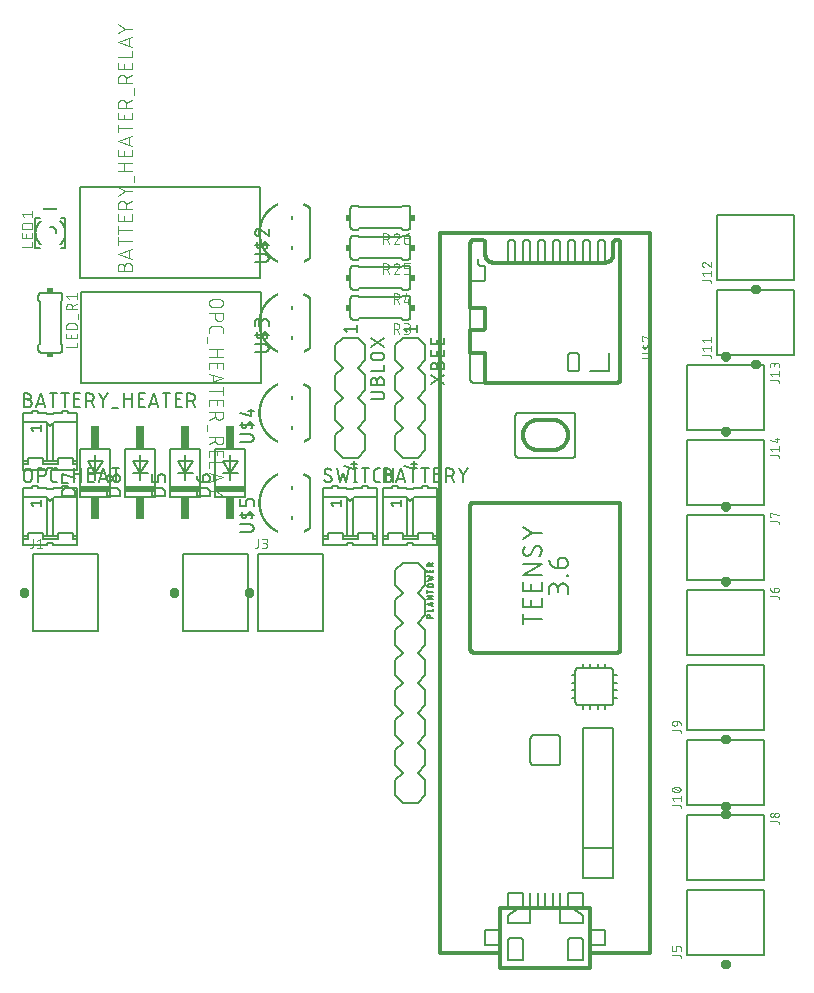
<source format=gbr>
G04 EAGLE Gerber RS-274X export*
G75*
%MOMM*%
%FSLAX34Y34*%
%LPD*%
%INSilkscreen Top*%
%IPPOS*%
%AMOC8*
5,1,8,0,0,1.08239X$1,22.5*%
G01*
%ADD10C,0.152400*%
%ADD11C,0.127000*%
%ADD12C,0.076200*%
%ADD13R,2.540000X0.508000*%
%ADD14R,0.762000X1.905000*%
%ADD15R,0.381000X0.508000*%
%ADD16C,0.101600*%
%ADD17C,0.304800*%
%ADD18C,0.203200*%
%ADD19C,0.400000*%
%ADD20C,0.015238*%
%ADD21R,1.270000X0.127000*%
%ADD22R,0.508000X0.381000*%


D10*
X53340Y381000D02*
X53340Y373380D01*
X72390Y373380D01*
X73660Y372110D01*
X76200Y369570D01*
X78740Y372110D01*
X80010Y373380D01*
X73660Y334010D02*
X73660Y332740D01*
X53340Y332740D01*
X73660Y334010D02*
X78740Y334010D01*
X78740Y332740D01*
X99060Y332740D01*
X99060Y373380D02*
X80010Y373380D01*
X99060Y373380D02*
X99060Y381000D01*
X53340Y373380D02*
X53340Y340360D01*
X53340Y337820D02*
X53340Y332740D01*
X53340Y337820D02*
X57150Y337820D01*
X99060Y337820D02*
X99060Y332740D01*
X99060Y337820D02*
X95250Y337820D01*
X99060Y340360D02*
X99060Y373380D01*
X95250Y340360D02*
X95250Y337820D01*
X95250Y342900D02*
X82550Y342900D01*
X69850Y340360D02*
X69850Y337820D01*
X57150Y337820D02*
X57150Y340360D01*
X57150Y342900D02*
X69850Y342900D01*
X69850Y337820D02*
X82550Y337820D01*
X69850Y340360D02*
X69850Y342900D01*
X82550Y340360D02*
X82550Y337820D01*
X82550Y340360D02*
X82550Y342900D01*
X82550Y340360D02*
X78740Y340360D01*
X78740Y372110D01*
X73660Y340360D02*
X69850Y340360D01*
X73660Y340360D02*
X78740Y340360D01*
X73660Y340360D02*
X73660Y372110D01*
X95250Y340360D02*
X99060Y340360D01*
X95250Y340360D02*
X95250Y342900D01*
X99060Y340360D02*
X99060Y337820D01*
X57150Y340360D02*
X53340Y340360D01*
X57150Y340360D02*
X57150Y342900D01*
X53340Y340360D02*
X53340Y337820D01*
X53340Y381000D02*
X60960Y381000D01*
X60960Y382270D01*
X66040Y382270D02*
X66040Y381000D01*
X66040Y382270D02*
X60960Y382270D01*
X86360Y382270D02*
X86360Y381000D01*
X91440Y381000D02*
X99060Y381000D01*
X91440Y381000D02*
X91440Y382270D01*
X86360Y382270D01*
X78740Y381000D02*
X78740Y379730D01*
X78740Y381000D02*
X86360Y381000D01*
X78740Y379730D02*
X73660Y379730D01*
X73660Y381000D01*
X66040Y381000D01*
D11*
X59309Y368032D02*
X61228Y365633D01*
X59309Y368032D02*
X67945Y368032D01*
X67945Y365633D02*
X67945Y370431D01*
X57150Y392049D02*
X53975Y392049D01*
X57150Y392049D02*
X57261Y392047D01*
X57371Y392041D01*
X57482Y392032D01*
X57592Y392018D01*
X57701Y392001D01*
X57810Y391980D01*
X57918Y391955D01*
X58025Y391926D01*
X58131Y391894D01*
X58236Y391858D01*
X58339Y391818D01*
X58441Y391775D01*
X58542Y391728D01*
X58641Y391677D01*
X58738Y391624D01*
X58832Y391567D01*
X58925Y391506D01*
X59016Y391443D01*
X59105Y391376D01*
X59191Y391306D01*
X59274Y391233D01*
X59356Y391158D01*
X59434Y391080D01*
X59509Y390998D01*
X59582Y390915D01*
X59652Y390829D01*
X59719Y390740D01*
X59782Y390649D01*
X59843Y390556D01*
X59900Y390461D01*
X59953Y390365D01*
X60004Y390266D01*
X60051Y390165D01*
X60094Y390063D01*
X60134Y389960D01*
X60170Y389855D01*
X60202Y389749D01*
X60231Y389642D01*
X60256Y389534D01*
X60277Y389425D01*
X60294Y389316D01*
X60308Y389206D01*
X60317Y389095D01*
X60323Y388985D01*
X60325Y388874D01*
X60323Y388763D01*
X60317Y388653D01*
X60308Y388542D01*
X60294Y388432D01*
X60277Y388323D01*
X60256Y388214D01*
X60231Y388106D01*
X60202Y387999D01*
X60170Y387893D01*
X60134Y387788D01*
X60094Y387685D01*
X60051Y387583D01*
X60004Y387482D01*
X59953Y387383D01*
X59900Y387286D01*
X59843Y387192D01*
X59782Y387099D01*
X59719Y387008D01*
X59652Y386919D01*
X59582Y386833D01*
X59509Y386750D01*
X59434Y386668D01*
X59356Y386590D01*
X59274Y386515D01*
X59191Y386442D01*
X59105Y386372D01*
X59016Y386305D01*
X58925Y386242D01*
X58832Y386181D01*
X58737Y386124D01*
X58641Y386071D01*
X58542Y386020D01*
X58441Y385973D01*
X58339Y385930D01*
X58236Y385890D01*
X58131Y385854D01*
X58025Y385822D01*
X57918Y385793D01*
X57810Y385768D01*
X57701Y385747D01*
X57592Y385730D01*
X57482Y385716D01*
X57371Y385707D01*
X57261Y385701D01*
X57150Y385699D01*
X53975Y385699D01*
X53975Y397129D01*
X57150Y397129D01*
X57250Y397127D01*
X57349Y397121D01*
X57449Y397111D01*
X57547Y397098D01*
X57646Y397080D01*
X57743Y397059D01*
X57839Y397034D01*
X57935Y397005D01*
X58029Y396972D01*
X58122Y396936D01*
X58213Y396896D01*
X58303Y396852D01*
X58391Y396805D01*
X58477Y396755D01*
X58561Y396701D01*
X58643Y396644D01*
X58722Y396584D01*
X58800Y396520D01*
X58874Y396454D01*
X58946Y396385D01*
X59015Y396313D01*
X59081Y396239D01*
X59145Y396161D01*
X59205Y396082D01*
X59262Y396000D01*
X59316Y395916D01*
X59366Y395830D01*
X59413Y395742D01*
X59457Y395652D01*
X59497Y395561D01*
X59533Y395468D01*
X59566Y395374D01*
X59595Y395278D01*
X59620Y395182D01*
X59641Y395085D01*
X59659Y394986D01*
X59672Y394888D01*
X59682Y394788D01*
X59688Y394689D01*
X59690Y394589D01*
X59688Y394489D01*
X59682Y394390D01*
X59672Y394290D01*
X59659Y394192D01*
X59641Y394093D01*
X59620Y393996D01*
X59595Y393900D01*
X59566Y393804D01*
X59533Y393710D01*
X59497Y393617D01*
X59457Y393526D01*
X59413Y393436D01*
X59366Y393348D01*
X59316Y393262D01*
X59262Y393178D01*
X59205Y393096D01*
X59145Y393017D01*
X59081Y392939D01*
X59015Y392865D01*
X58946Y392793D01*
X58874Y392724D01*
X58800Y392658D01*
X58722Y392594D01*
X58643Y392534D01*
X58561Y392477D01*
X58477Y392423D01*
X58391Y392373D01*
X58303Y392326D01*
X58213Y392282D01*
X58122Y392242D01*
X58029Y392206D01*
X57935Y392173D01*
X57839Y392144D01*
X57743Y392119D01*
X57646Y392098D01*
X57547Y392080D01*
X57449Y392067D01*
X57349Y392057D01*
X57250Y392051D01*
X57150Y392049D01*
X64199Y385699D02*
X68009Y397129D01*
X71819Y385699D01*
X70866Y388557D02*
X65151Y388557D01*
X78677Y385699D02*
X78677Y397129D01*
X75502Y397129D02*
X81852Y397129D01*
X88583Y397129D02*
X88583Y385699D01*
X85408Y397129D02*
X91758Y397129D01*
X96482Y385699D02*
X101562Y385699D01*
X96482Y385699D02*
X96482Y397129D01*
X101562Y397129D01*
X100292Y392049D02*
X96482Y392049D01*
X106445Y397129D02*
X106445Y385699D01*
X106445Y397129D02*
X109620Y397129D01*
X109731Y397127D01*
X109841Y397121D01*
X109952Y397112D01*
X110062Y397098D01*
X110171Y397081D01*
X110280Y397060D01*
X110388Y397035D01*
X110495Y397006D01*
X110601Y396974D01*
X110706Y396938D01*
X110809Y396898D01*
X110911Y396855D01*
X111012Y396808D01*
X111111Y396757D01*
X111208Y396704D01*
X111302Y396647D01*
X111395Y396586D01*
X111486Y396523D01*
X111575Y396456D01*
X111661Y396386D01*
X111744Y396313D01*
X111826Y396238D01*
X111904Y396160D01*
X111979Y396078D01*
X112052Y395995D01*
X112122Y395909D01*
X112189Y395820D01*
X112252Y395729D01*
X112313Y395636D01*
X112370Y395541D01*
X112423Y395445D01*
X112474Y395346D01*
X112521Y395245D01*
X112564Y395143D01*
X112604Y395040D01*
X112640Y394935D01*
X112672Y394829D01*
X112701Y394722D01*
X112726Y394614D01*
X112747Y394505D01*
X112764Y394396D01*
X112778Y394286D01*
X112787Y394175D01*
X112793Y394065D01*
X112795Y393954D01*
X112793Y393843D01*
X112787Y393733D01*
X112778Y393622D01*
X112764Y393512D01*
X112747Y393403D01*
X112726Y393294D01*
X112701Y393186D01*
X112672Y393079D01*
X112640Y392973D01*
X112604Y392868D01*
X112564Y392765D01*
X112521Y392663D01*
X112474Y392562D01*
X112423Y392463D01*
X112370Y392366D01*
X112313Y392272D01*
X112252Y392179D01*
X112189Y392088D01*
X112122Y391999D01*
X112052Y391913D01*
X111979Y391830D01*
X111904Y391748D01*
X111826Y391670D01*
X111744Y391595D01*
X111661Y391522D01*
X111575Y391452D01*
X111486Y391385D01*
X111395Y391322D01*
X111302Y391261D01*
X111207Y391204D01*
X111111Y391151D01*
X111012Y391100D01*
X110911Y391053D01*
X110809Y391010D01*
X110706Y390970D01*
X110601Y390934D01*
X110495Y390902D01*
X110388Y390873D01*
X110280Y390848D01*
X110171Y390827D01*
X110062Y390810D01*
X109952Y390796D01*
X109841Y390787D01*
X109731Y390781D01*
X109620Y390779D01*
X106445Y390779D01*
X110255Y390779D02*
X112795Y385699D01*
X120967Y391732D02*
X117157Y397129D01*
X120967Y391732D02*
X124777Y397129D01*
X120967Y391732D02*
X120967Y385699D01*
D10*
X-251460Y436880D02*
X-251460Y444500D01*
X-251460Y436880D02*
X-232410Y436880D01*
X-231140Y435610D01*
X-228600Y433070D01*
X-226060Y435610D01*
X-224790Y436880D01*
X-231140Y397510D02*
X-231140Y396240D01*
X-251460Y396240D01*
X-231140Y397510D02*
X-226060Y397510D01*
X-226060Y396240D01*
X-205740Y396240D01*
X-205740Y436880D02*
X-224790Y436880D01*
X-205740Y436880D02*
X-205740Y444500D01*
X-251460Y436880D02*
X-251460Y403860D01*
X-251460Y401320D02*
X-251460Y396240D01*
X-251460Y401320D02*
X-247650Y401320D01*
X-205740Y401320D02*
X-205740Y396240D01*
X-205740Y401320D02*
X-209550Y401320D01*
X-205740Y403860D02*
X-205740Y436880D01*
X-209550Y403860D02*
X-209550Y401320D01*
X-209550Y406400D02*
X-222250Y406400D01*
X-234950Y403860D02*
X-234950Y401320D01*
X-247650Y401320D02*
X-247650Y403860D01*
X-247650Y406400D02*
X-234950Y406400D01*
X-234950Y401320D02*
X-222250Y401320D01*
X-234950Y403860D02*
X-234950Y406400D01*
X-222250Y403860D02*
X-222250Y401320D01*
X-222250Y403860D02*
X-222250Y406400D01*
X-222250Y403860D02*
X-226060Y403860D01*
X-226060Y435610D01*
X-231140Y403860D02*
X-234950Y403860D01*
X-231140Y403860D02*
X-226060Y403860D01*
X-231140Y403860D02*
X-231140Y435610D01*
X-209550Y403860D02*
X-205740Y403860D01*
X-209550Y403860D02*
X-209550Y406400D01*
X-205740Y403860D02*
X-205740Y401320D01*
X-247650Y403860D02*
X-251460Y403860D01*
X-247650Y403860D02*
X-247650Y406400D01*
X-251460Y403860D02*
X-251460Y401320D01*
X-251460Y444500D02*
X-243840Y444500D01*
X-243840Y445770D01*
X-238760Y445770D02*
X-238760Y444500D01*
X-238760Y445770D02*
X-243840Y445770D01*
X-218440Y445770D02*
X-218440Y444500D01*
X-213360Y444500D02*
X-205740Y444500D01*
X-213360Y444500D02*
X-213360Y445770D01*
X-218440Y445770D01*
X-226060Y444500D02*
X-226060Y443230D01*
X-226060Y444500D02*
X-218440Y444500D01*
X-226060Y443230D02*
X-231140Y443230D01*
X-231140Y444500D01*
X-238760Y444500D01*
D11*
X-245491Y431532D02*
X-243572Y429133D01*
X-245491Y431532D02*
X-236855Y431532D01*
X-236855Y429133D02*
X-236855Y433931D01*
X-247650Y455549D02*
X-250825Y455549D01*
X-247650Y455549D02*
X-247539Y455547D01*
X-247429Y455541D01*
X-247318Y455532D01*
X-247208Y455518D01*
X-247099Y455501D01*
X-246990Y455480D01*
X-246882Y455455D01*
X-246775Y455426D01*
X-246669Y455394D01*
X-246564Y455358D01*
X-246461Y455318D01*
X-246359Y455275D01*
X-246258Y455228D01*
X-246159Y455177D01*
X-246062Y455124D01*
X-245968Y455067D01*
X-245875Y455006D01*
X-245784Y454943D01*
X-245695Y454876D01*
X-245609Y454806D01*
X-245526Y454733D01*
X-245444Y454658D01*
X-245366Y454580D01*
X-245291Y454498D01*
X-245218Y454415D01*
X-245148Y454329D01*
X-245081Y454240D01*
X-245018Y454149D01*
X-244957Y454056D01*
X-244900Y453961D01*
X-244847Y453865D01*
X-244796Y453766D01*
X-244749Y453665D01*
X-244706Y453563D01*
X-244666Y453460D01*
X-244630Y453355D01*
X-244598Y453249D01*
X-244569Y453142D01*
X-244544Y453034D01*
X-244523Y452925D01*
X-244506Y452816D01*
X-244492Y452706D01*
X-244483Y452595D01*
X-244477Y452485D01*
X-244475Y452374D01*
X-244477Y452263D01*
X-244483Y452153D01*
X-244492Y452042D01*
X-244506Y451932D01*
X-244523Y451823D01*
X-244544Y451714D01*
X-244569Y451606D01*
X-244598Y451499D01*
X-244630Y451393D01*
X-244666Y451288D01*
X-244706Y451185D01*
X-244749Y451083D01*
X-244796Y450982D01*
X-244847Y450883D01*
X-244900Y450786D01*
X-244957Y450692D01*
X-245018Y450599D01*
X-245081Y450508D01*
X-245148Y450419D01*
X-245218Y450333D01*
X-245291Y450250D01*
X-245366Y450168D01*
X-245444Y450090D01*
X-245526Y450015D01*
X-245609Y449942D01*
X-245695Y449872D01*
X-245784Y449805D01*
X-245875Y449742D01*
X-245968Y449681D01*
X-246063Y449624D01*
X-246159Y449571D01*
X-246258Y449520D01*
X-246359Y449473D01*
X-246461Y449430D01*
X-246564Y449390D01*
X-246669Y449354D01*
X-246775Y449322D01*
X-246882Y449293D01*
X-246990Y449268D01*
X-247099Y449247D01*
X-247208Y449230D01*
X-247318Y449216D01*
X-247429Y449207D01*
X-247539Y449201D01*
X-247650Y449199D01*
X-250825Y449199D01*
X-250825Y460629D01*
X-247650Y460629D01*
X-247550Y460627D01*
X-247451Y460621D01*
X-247351Y460611D01*
X-247253Y460598D01*
X-247154Y460580D01*
X-247057Y460559D01*
X-246961Y460534D01*
X-246865Y460505D01*
X-246771Y460472D01*
X-246678Y460436D01*
X-246587Y460396D01*
X-246497Y460352D01*
X-246409Y460305D01*
X-246323Y460255D01*
X-246239Y460201D01*
X-246157Y460144D01*
X-246078Y460084D01*
X-246000Y460020D01*
X-245926Y459954D01*
X-245854Y459885D01*
X-245785Y459813D01*
X-245719Y459739D01*
X-245655Y459661D01*
X-245595Y459582D01*
X-245538Y459500D01*
X-245484Y459416D01*
X-245434Y459330D01*
X-245387Y459242D01*
X-245343Y459152D01*
X-245303Y459061D01*
X-245267Y458968D01*
X-245234Y458874D01*
X-245205Y458778D01*
X-245180Y458682D01*
X-245159Y458585D01*
X-245141Y458486D01*
X-245128Y458388D01*
X-245118Y458288D01*
X-245112Y458189D01*
X-245110Y458089D01*
X-245112Y457989D01*
X-245118Y457890D01*
X-245128Y457790D01*
X-245141Y457692D01*
X-245159Y457593D01*
X-245180Y457496D01*
X-245205Y457400D01*
X-245234Y457304D01*
X-245267Y457210D01*
X-245303Y457117D01*
X-245343Y457026D01*
X-245387Y456936D01*
X-245434Y456848D01*
X-245484Y456762D01*
X-245538Y456678D01*
X-245595Y456596D01*
X-245655Y456517D01*
X-245719Y456439D01*
X-245785Y456365D01*
X-245854Y456293D01*
X-245926Y456224D01*
X-246000Y456158D01*
X-246078Y456094D01*
X-246157Y456034D01*
X-246239Y455977D01*
X-246323Y455923D01*
X-246409Y455873D01*
X-246497Y455826D01*
X-246587Y455782D01*
X-246678Y455742D01*
X-246771Y455706D01*
X-246865Y455673D01*
X-246961Y455644D01*
X-247057Y455619D01*
X-247154Y455598D01*
X-247253Y455580D01*
X-247351Y455567D01*
X-247451Y455557D01*
X-247550Y455551D01*
X-247650Y455549D01*
X-240602Y449199D02*
X-236792Y460629D01*
X-232982Y449199D01*
X-233934Y452057D02*
X-239649Y452057D01*
X-226124Y449199D02*
X-226124Y460629D01*
X-229299Y460629D02*
X-222949Y460629D01*
X-216218Y460629D02*
X-216218Y449199D01*
X-219393Y460629D02*
X-213043Y460629D01*
X-208318Y449199D02*
X-203238Y449199D01*
X-208318Y449199D02*
X-208318Y460629D01*
X-203238Y460629D01*
X-204508Y455549D02*
X-208318Y455549D01*
X-198355Y460629D02*
X-198355Y449199D01*
X-198355Y460629D02*
X-195180Y460629D01*
X-195069Y460627D01*
X-194959Y460621D01*
X-194848Y460612D01*
X-194738Y460598D01*
X-194629Y460581D01*
X-194520Y460560D01*
X-194412Y460535D01*
X-194305Y460506D01*
X-194199Y460474D01*
X-194094Y460438D01*
X-193991Y460398D01*
X-193889Y460355D01*
X-193788Y460308D01*
X-193689Y460257D01*
X-193592Y460204D01*
X-193498Y460147D01*
X-193405Y460086D01*
X-193314Y460023D01*
X-193225Y459956D01*
X-193139Y459886D01*
X-193056Y459813D01*
X-192974Y459738D01*
X-192896Y459660D01*
X-192821Y459578D01*
X-192748Y459495D01*
X-192678Y459409D01*
X-192611Y459320D01*
X-192548Y459229D01*
X-192487Y459136D01*
X-192430Y459041D01*
X-192377Y458945D01*
X-192326Y458846D01*
X-192279Y458745D01*
X-192236Y458643D01*
X-192196Y458540D01*
X-192160Y458435D01*
X-192128Y458329D01*
X-192099Y458222D01*
X-192074Y458114D01*
X-192053Y458005D01*
X-192036Y457896D01*
X-192022Y457786D01*
X-192013Y457675D01*
X-192007Y457565D01*
X-192005Y457454D01*
X-192007Y457343D01*
X-192013Y457233D01*
X-192022Y457122D01*
X-192036Y457012D01*
X-192053Y456903D01*
X-192074Y456794D01*
X-192099Y456686D01*
X-192128Y456579D01*
X-192160Y456473D01*
X-192196Y456368D01*
X-192236Y456265D01*
X-192279Y456163D01*
X-192326Y456062D01*
X-192377Y455963D01*
X-192430Y455866D01*
X-192487Y455772D01*
X-192548Y455679D01*
X-192611Y455588D01*
X-192678Y455499D01*
X-192748Y455413D01*
X-192821Y455330D01*
X-192896Y455248D01*
X-192974Y455170D01*
X-193056Y455095D01*
X-193139Y455022D01*
X-193225Y454952D01*
X-193314Y454885D01*
X-193405Y454822D01*
X-193498Y454761D01*
X-193593Y454704D01*
X-193689Y454651D01*
X-193788Y454600D01*
X-193889Y454553D01*
X-193991Y454510D01*
X-194094Y454470D01*
X-194199Y454434D01*
X-194305Y454402D01*
X-194412Y454373D01*
X-194520Y454348D01*
X-194629Y454327D01*
X-194738Y454310D01*
X-194848Y454296D01*
X-194959Y454287D01*
X-195069Y454281D01*
X-195180Y454279D01*
X-198355Y454279D01*
X-194545Y454279D02*
X-192005Y449199D01*
X-183833Y455232D02*
X-187643Y460629D01*
X-183833Y455232D02*
X-180023Y460629D01*
X-183833Y455232D02*
X-183833Y449199D01*
X-176086Y447929D02*
X-171006Y447929D01*
X-166053Y449199D02*
X-166053Y460629D01*
X-166053Y455549D02*
X-159703Y455549D01*
X-159703Y460629D02*
X-159703Y449199D01*
X-153835Y449199D02*
X-148755Y449199D01*
X-153835Y449199D02*
X-153835Y460629D01*
X-148755Y460629D01*
X-150025Y455549D02*
X-153835Y455549D01*
X-144971Y449199D02*
X-141161Y460629D01*
X-137351Y449199D01*
X-138303Y452057D02*
X-144018Y452057D01*
X-130493Y449199D02*
X-130493Y460629D01*
X-133668Y460629D02*
X-127318Y460629D01*
X-122593Y449199D02*
X-117513Y449199D01*
X-122593Y449199D02*
X-122593Y460629D01*
X-117513Y460629D01*
X-118783Y455549D02*
X-122593Y455549D01*
X-112630Y460629D02*
X-112630Y449199D01*
X-112630Y460629D02*
X-109455Y460629D01*
X-109344Y460627D01*
X-109234Y460621D01*
X-109123Y460612D01*
X-109013Y460598D01*
X-108904Y460581D01*
X-108795Y460560D01*
X-108687Y460535D01*
X-108580Y460506D01*
X-108474Y460474D01*
X-108369Y460438D01*
X-108266Y460398D01*
X-108164Y460355D01*
X-108063Y460308D01*
X-107964Y460257D01*
X-107867Y460204D01*
X-107773Y460147D01*
X-107680Y460086D01*
X-107589Y460023D01*
X-107500Y459956D01*
X-107414Y459886D01*
X-107331Y459813D01*
X-107249Y459738D01*
X-107171Y459660D01*
X-107096Y459578D01*
X-107023Y459495D01*
X-106953Y459409D01*
X-106886Y459320D01*
X-106823Y459229D01*
X-106762Y459136D01*
X-106705Y459041D01*
X-106652Y458945D01*
X-106601Y458846D01*
X-106554Y458745D01*
X-106511Y458643D01*
X-106471Y458540D01*
X-106435Y458435D01*
X-106403Y458329D01*
X-106374Y458222D01*
X-106349Y458114D01*
X-106328Y458005D01*
X-106311Y457896D01*
X-106297Y457786D01*
X-106288Y457675D01*
X-106282Y457565D01*
X-106280Y457454D01*
X-106282Y457343D01*
X-106288Y457233D01*
X-106297Y457122D01*
X-106311Y457012D01*
X-106328Y456903D01*
X-106349Y456794D01*
X-106374Y456686D01*
X-106403Y456579D01*
X-106435Y456473D01*
X-106471Y456368D01*
X-106511Y456265D01*
X-106554Y456163D01*
X-106601Y456062D01*
X-106652Y455963D01*
X-106705Y455866D01*
X-106762Y455772D01*
X-106823Y455679D01*
X-106886Y455588D01*
X-106953Y455499D01*
X-107023Y455413D01*
X-107096Y455330D01*
X-107171Y455248D01*
X-107249Y455170D01*
X-107331Y455095D01*
X-107414Y455022D01*
X-107500Y454952D01*
X-107589Y454885D01*
X-107680Y454822D01*
X-107773Y454761D01*
X-107868Y454704D01*
X-107964Y454651D01*
X-108063Y454600D01*
X-108164Y454553D01*
X-108266Y454510D01*
X-108369Y454470D01*
X-108474Y454434D01*
X-108580Y454402D01*
X-108687Y454373D01*
X-108795Y454348D01*
X-108904Y454327D01*
X-109013Y454310D01*
X-109123Y454296D01*
X-109234Y454287D01*
X-109344Y454281D01*
X-109455Y454279D01*
X-112630Y454279D01*
X-108820Y454279D02*
X-106280Y449199D01*
D10*
X-50800Y558292D02*
X-50800Y635508D01*
X-203454Y635508D01*
X-203454Y558292D01*
X-50800Y558292D01*
D12*
X-166017Y564515D02*
X-166017Y567831D01*
X-166015Y567945D01*
X-166009Y568060D01*
X-165999Y568174D01*
X-165985Y568287D01*
X-165968Y568401D01*
X-165946Y568513D01*
X-165921Y568625D01*
X-165891Y568735D01*
X-165858Y568845D01*
X-165821Y568953D01*
X-165781Y569060D01*
X-165736Y569166D01*
X-165689Y569270D01*
X-165637Y569372D01*
X-165582Y569472D01*
X-165524Y569571D01*
X-165462Y569667D01*
X-165397Y569762D01*
X-165329Y569853D01*
X-165257Y569943D01*
X-165183Y570030D01*
X-165106Y570114D01*
X-165025Y570196D01*
X-164942Y570275D01*
X-164857Y570351D01*
X-164768Y570424D01*
X-164678Y570493D01*
X-164585Y570560D01*
X-164489Y570623D01*
X-164392Y570683D01*
X-164292Y570740D01*
X-164191Y570793D01*
X-164088Y570843D01*
X-163983Y570889D01*
X-163877Y570932D01*
X-163769Y570970D01*
X-163660Y571005D01*
X-163550Y571036D01*
X-163439Y571064D01*
X-163327Y571087D01*
X-163214Y571107D01*
X-163101Y571123D01*
X-162987Y571135D01*
X-162873Y571143D01*
X-162758Y571147D01*
X-162644Y571147D01*
X-162529Y571143D01*
X-162415Y571135D01*
X-162301Y571123D01*
X-162188Y571107D01*
X-162075Y571087D01*
X-161963Y571064D01*
X-161852Y571036D01*
X-161742Y571005D01*
X-161633Y570970D01*
X-161525Y570932D01*
X-161419Y570889D01*
X-161314Y570843D01*
X-161211Y570793D01*
X-161110Y570740D01*
X-161010Y570683D01*
X-160913Y570623D01*
X-160817Y570560D01*
X-160724Y570493D01*
X-160634Y570424D01*
X-160545Y570351D01*
X-160460Y570275D01*
X-160377Y570196D01*
X-160296Y570114D01*
X-160219Y570030D01*
X-160145Y569943D01*
X-160073Y569853D01*
X-160005Y569762D01*
X-159940Y569667D01*
X-159878Y569571D01*
X-159820Y569472D01*
X-159765Y569372D01*
X-159713Y569270D01*
X-159666Y569166D01*
X-159621Y569060D01*
X-159581Y568953D01*
X-159544Y568845D01*
X-159511Y568735D01*
X-159481Y568625D01*
X-159456Y568513D01*
X-159434Y568401D01*
X-159417Y568287D01*
X-159403Y568174D01*
X-159393Y568060D01*
X-159387Y567945D01*
X-159385Y567831D01*
X-159385Y564515D01*
X-171323Y564515D01*
X-171323Y567831D01*
X-171321Y567933D01*
X-171315Y568034D01*
X-171305Y568135D01*
X-171292Y568236D01*
X-171274Y568336D01*
X-171253Y568435D01*
X-171228Y568534D01*
X-171199Y568631D01*
X-171167Y568728D01*
X-171131Y568823D01*
X-171091Y568916D01*
X-171048Y569008D01*
X-171001Y569098D01*
X-170950Y569187D01*
X-170897Y569273D01*
X-170840Y569357D01*
X-170780Y569439D01*
X-170717Y569519D01*
X-170651Y569596D01*
X-170582Y569671D01*
X-170510Y569743D01*
X-170435Y569812D01*
X-170358Y569878D01*
X-170278Y569941D01*
X-170196Y570001D01*
X-170112Y570058D01*
X-170026Y570111D01*
X-169937Y570162D01*
X-169847Y570209D01*
X-169755Y570252D01*
X-169662Y570292D01*
X-169567Y570328D01*
X-169470Y570360D01*
X-169373Y570389D01*
X-169274Y570414D01*
X-169175Y570435D01*
X-169075Y570453D01*
X-168974Y570466D01*
X-168873Y570476D01*
X-168772Y570482D01*
X-168670Y570484D01*
X-168568Y570482D01*
X-168467Y570476D01*
X-168366Y570466D01*
X-168265Y570453D01*
X-168165Y570435D01*
X-168066Y570414D01*
X-167967Y570389D01*
X-167870Y570360D01*
X-167773Y570328D01*
X-167678Y570292D01*
X-167585Y570252D01*
X-167493Y570209D01*
X-167403Y570162D01*
X-167314Y570111D01*
X-167228Y570058D01*
X-167144Y570001D01*
X-167062Y569941D01*
X-166982Y569878D01*
X-166905Y569812D01*
X-166830Y569743D01*
X-166758Y569671D01*
X-166689Y569596D01*
X-166623Y569519D01*
X-166560Y569439D01*
X-166500Y569357D01*
X-166443Y569273D01*
X-166390Y569187D01*
X-166339Y569098D01*
X-166292Y569008D01*
X-166249Y568916D01*
X-166209Y568823D01*
X-166173Y568728D01*
X-166141Y568631D01*
X-166112Y568534D01*
X-166087Y568435D01*
X-166066Y568336D01*
X-166048Y568236D01*
X-166035Y568135D01*
X-166025Y568034D01*
X-166019Y567933D01*
X-166017Y567831D01*
X-159385Y574753D02*
X-171323Y578732D01*
X-159385Y582711D01*
X-162370Y581716D02*
X-162370Y575747D01*
X-159385Y589400D02*
X-171323Y589400D01*
X-171323Y586084D02*
X-171323Y592716D01*
X-171323Y599306D02*
X-159385Y599306D01*
X-171323Y595990D02*
X-171323Y602622D01*
X-159385Y607059D02*
X-159385Y612364D01*
X-159385Y607059D02*
X-171323Y607059D01*
X-171323Y612364D01*
X-166017Y611038D02*
X-166017Y607059D01*
X-171323Y617009D02*
X-159385Y617009D01*
X-171323Y617009D02*
X-171323Y620325D01*
X-171321Y620439D01*
X-171315Y620554D01*
X-171305Y620668D01*
X-171291Y620781D01*
X-171274Y620895D01*
X-171252Y621007D01*
X-171227Y621119D01*
X-171197Y621229D01*
X-171164Y621339D01*
X-171127Y621447D01*
X-171087Y621554D01*
X-171042Y621660D01*
X-170995Y621764D01*
X-170943Y621866D01*
X-170888Y621966D01*
X-170830Y622065D01*
X-170768Y622161D01*
X-170703Y622256D01*
X-170635Y622347D01*
X-170563Y622437D01*
X-170489Y622524D01*
X-170412Y622608D01*
X-170331Y622690D01*
X-170248Y622769D01*
X-170163Y622845D01*
X-170074Y622918D01*
X-169984Y622987D01*
X-169891Y623054D01*
X-169795Y623117D01*
X-169698Y623177D01*
X-169598Y623234D01*
X-169497Y623287D01*
X-169394Y623337D01*
X-169289Y623383D01*
X-169183Y623426D01*
X-169075Y623464D01*
X-168966Y623499D01*
X-168856Y623530D01*
X-168745Y623558D01*
X-168633Y623581D01*
X-168520Y623601D01*
X-168407Y623617D01*
X-168293Y623629D01*
X-168179Y623637D01*
X-168064Y623641D01*
X-167950Y623641D01*
X-167835Y623637D01*
X-167721Y623629D01*
X-167607Y623617D01*
X-167494Y623601D01*
X-167381Y623581D01*
X-167269Y623558D01*
X-167158Y623530D01*
X-167048Y623499D01*
X-166939Y623464D01*
X-166831Y623426D01*
X-166725Y623383D01*
X-166620Y623337D01*
X-166517Y623287D01*
X-166416Y623234D01*
X-166316Y623177D01*
X-166219Y623117D01*
X-166123Y623054D01*
X-166030Y622987D01*
X-165940Y622918D01*
X-165851Y622845D01*
X-165766Y622769D01*
X-165683Y622690D01*
X-165602Y622608D01*
X-165525Y622524D01*
X-165451Y622437D01*
X-165379Y622347D01*
X-165311Y622256D01*
X-165246Y622161D01*
X-165184Y622065D01*
X-165126Y621966D01*
X-165071Y621866D01*
X-165019Y621764D01*
X-164972Y621660D01*
X-164927Y621554D01*
X-164887Y621447D01*
X-164850Y621339D01*
X-164817Y621229D01*
X-164787Y621119D01*
X-164762Y621007D01*
X-164740Y620895D01*
X-164723Y620781D01*
X-164709Y620668D01*
X-164699Y620554D01*
X-164693Y620439D01*
X-164691Y620325D01*
X-164691Y617009D01*
X-164691Y620988D02*
X-159385Y623641D01*
X-165686Y631691D02*
X-171323Y627711D01*
X-165686Y631691D02*
X-171323Y635670D01*
X-165686Y631691D02*
X-159385Y631691D01*
X-158059Y639325D02*
X-158059Y644631D01*
X-159385Y649330D02*
X-171323Y649330D01*
X-166017Y649330D02*
X-166017Y655962D01*
X-171323Y655962D02*
X-159385Y655962D01*
X-159385Y661541D02*
X-159385Y666847D01*
X-159385Y661541D02*
X-171323Y661541D01*
X-171323Y666847D01*
X-166017Y665521D02*
X-166017Y661541D01*
X-159385Y670383D02*
X-171323Y674363D01*
X-159385Y678342D01*
X-162370Y677347D02*
X-162370Y671378D01*
X-159385Y685031D02*
X-171323Y685031D01*
X-171323Y681715D02*
X-171323Y688347D01*
X-159385Y692783D02*
X-159385Y698089D01*
X-159385Y692783D02*
X-171323Y692783D01*
X-171323Y698089D01*
X-166017Y696763D02*
X-166017Y692783D01*
X-171323Y702734D02*
X-159385Y702734D01*
X-171323Y702734D02*
X-171323Y706050D01*
X-171321Y706164D01*
X-171315Y706279D01*
X-171305Y706393D01*
X-171291Y706506D01*
X-171274Y706620D01*
X-171252Y706732D01*
X-171227Y706844D01*
X-171197Y706954D01*
X-171164Y707064D01*
X-171127Y707172D01*
X-171087Y707279D01*
X-171042Y707385D01*
X-170995Y707489D01*
X-170943Y707591D01*
X-170888Y707691D01*
X-170830Y707790D01*
X-170768Y707886D01*
X-170703Y707981D01*
X-170635Y708072D01*
X-170563Y708162D01*
X-170489Y708249D01*
X-170412Y708333D01*
X-170331Y708415D01*
X-170248Y708494D01*
X-170163Y708570D01*
X-170074Y708643D01*
X-169984Y708712D01*
X-169891Y708779D01*
X-169795Y708842D01*
X-169698Y708902D01*
X-169598Y708959D01*
X-169497Y709012D01*
X-169394Y709062D01*
X-169289Y709108D01*
X-169183Y709151D01*
X-169075Y709189D01*
X-168966Y709224D01*
X-168856Y709255D01*
X-168745Y709283D01*
X-168633Y709306D01*
X-168520Y709326D01*
X-168407Y709342D01*
X-168293Y709354D01*
X-168179Y709362D01*
X-168064Y709366D01*
X-167950Y709366D01*
X-167835Y709362D01*
X-167721Y709354D01*
X-167607Y709342D01*
X-167494Y709326D01*
X-167381Y709306D01*
X-167269Y709283D01*
X-167158Y709255D01*
X-167048Y709224D01*
X-166939Y709189D01*
X-166831Y709151D01*
X-166725Y709108D01*
X-166620Y709062D01*
X-166517Y709012D01*
X-166416Y708959D01*
X-166316Y708902D01*
X-166219Y708842D01*
X-166123Y708779D01*
X-166030Y708712D01*
X-165940Y708643D01*
X-165851Y708570D01*
X-165766Y708494D01*
X-165683Y708415D01*
X-165602Y708333D01*
X-165525Y708249D01*
X-165451Y708162D01*
X-165379Y708072D01*
X-165311Y707981D01*
X-165246Y707886D01*
X-165184Y707790D01*
X-165126Y707691D01*
X-165071Y707591D01*
X-165019Y707489D01*
X-164972Y707385D01*
X-164927Y707279D01*
X-164887Y707172D01*
X-164850Y707064D01*
X-164817Y706954D01*
X-164787Y706844D01*
X-164762Y706732D01*
X-164740Y706620D01*
X-164723Y706506D01*
X-164709Y706393D01*
X-164699Y706279D01*
X-164693Y706164D01*
X-164691Y706050D01*
X-164691Y702734D01*
X-164691Y706713D02*
X-159385Y709366D01*
X-158059Y713620D02*
X-158059Y718925D01*
X-159385Y723689D02*
X-171323Y723689D01*
X-171323Y727005D01*
X-171321Y727119D01*
X-171315Y727234D01*
X-171305Y727348D01*
X-171291Y727461D01*
X-171274Y727575D01*
X-171252Y727687D01*
X-171227Y727799D01*
X-171197Y727909D01*
X-171164Y728019D01*
X-171127Y728127D01*
X-171087Y728234D01*
X-171042Y728340D01*
X-170995Y728444D01*
X-170943Y728546D01*
X-170888Y728646D01*
X-170830Y728745D01*
X-170768Y728841D01*
X-170703Y728936D01*
X-170635Y729027D01*
X-170563Y729117D01*
X-170489Y729204D01*
X-170412Y729288D01*
X-170331Y729370D01*
X-170248Y729449D01*
X-170163Y729525D01*
X-170074Y729598D01*
X-169984Y729667D01*
X-169891Y729734D01*
X-169795Y729797D01*
X-169698Y729857D01*
X-169598Y729914D01*
X-169497Y729967D01*
X-169394Y730017D01*
X-169289Y730063D01*
X-169183Y730106D01*
X-169075Y730144D01*
X-168966Y730179D01*
X-168856Y730210D01*
X-168745Y730238D01*
X-168633Y730261D01*
X-168520Y730281D01*
X-168407Y730297D01*
X-168293Y730309D01*
X-168179Y730317D01*
X-168064Y730321D01*
X-167950Y730321D01*
X-167835Y730317D01*
X-167721Y730309D01*
X-167607Y730297D01*
X-167494Y730281D01*
X-167381Y730261D01*
X-167269Y730238D01*
X-167158Y730210D01*
X-167048Y730179D01*
X-166939Y730144D01*
X-166831Y730106D01*
X-166725Y730063D01*
X-166620Y730017D01*
X-166517Y729967D01*
X-166416Y729914D01*
X-166316Y729857D01*
X-166219Y729797D01*
X-166123Y729734D01*
X-166030Y729667D01*
X-165940Y729598D01*
X-165851Y729525D01*
X-165766Y729449D01*
X-165683Y729370D01*
X-165602Y729288D01*
X-165525Y729204D01*
X-165451Y729117D01*
X-165379Y729027D01*
X-165311Y728936D01*
X-165246Y728841D01*
X-165184Y728745D01*
X-165126Y728646D01*
X-165071Y728546D01*
X-165019Y728444D01*
X-164972Y728340D01*
X-164927Y728234D01*
X-164887Y728127D01*
X-164850Y728019D01*
X-164817Y727909D01*
X-164787Y727799D01*
X-164762Y727687D01*
X-164740Y727575D01*
X-164723Y727461D01*
X-164709Y727348D01*
X-164699Y727234D01*
X-164693Y727119D01*
X-164691Y727005D01*
X-164691Y723689D01*
X-164691Y727668D02*
X-159385Y730321D01*
X-159385Y735455D02*
X-159385Y740761D01*
X-159385Y735455D02*
X-171323Y735455D01*
X-171323Y740761D01*
X-166017Y739435D02*
X-166017Y735455D01*
X-171323Y745361D02*
X-159385Y745361D01*
X-159385Y750667D01*
X-159385Y754203D02*
X-171323Y758182D01*
X-159385Y762162D01*
X-162370Y761167D02*
X-162370Y755198D01*
X-171323Y765633D02*
X-165686Y769612D01*
X-171323Y773592D01*
X-165686Y769612D02*
X-159385Y769612D01*
D10*
X-101600Y414020D02*
X-101600Y373380D01*
X-101600Y414020D02*
X-127000Y414020D01*
X-127000Y373380D01*
X-101600Y373380D01*
X-114300Y387350D02*
X-114300Y393700D01*
X-120650Y403860D02*
X-107950Y403860D01*
X-114300Y393700D01*
X-114300Y408940D01*
X-120650Y403860D02*
X-114300Y393700D01*
X-120650Y393700D01*
X-114300Y393700D02*
X-107950Y393700D01*
D13*
X-114300Y379730D03*
D14*
X-114300Y423545D03*
X-114300Y363855D03*
D11*
X-131445Y374015D02*
X-142875Y374015D01*
X-142875Y377190D01*
X-142873Y377301D01*
X-142867Y377411D01*
X-142858Y377522D01*
X-142844Y377632D01*
X-142827Y377741D01*
X-142806Y377850D01*
X-142781Y377958D01*
X-142752Y378065D01*
X-142720Y378171D01*
X-142684Y378276D01*
X-142644Y378379D01*
X-142601Y378481D01*
X-142554Y378582D01*
X-142503Y378681D01*
X-142450Y378778D01*
X-142393Y378872D01*
X-142332Y378965D01*
X-142269Y379056D01*
X-142202Y379145D01*
X-142132Y379231D01*
X-142059Y379314D01*
X-141984Y379396D01*
X-141906Y379474D01*
X-141824Y379549D01*
X-141741Y379622D01*
X-141655Y379692D01*
X-141566Y379759D01*
X-141475Y379822D01*
X-141382Y379883D01*
X-141288Y379940D01*
X-141191Y379993D01*
X-141092Y380044D01*
X-140991Y380091D01*
X-140889Y380134D01*
X-140786Y380174D01*
X-140681Y380210D01*
X-140575Y380242D01*
X-140468Y380271D01*
X-140360Y380296D01*
X-140251Y380317D01*
X-140142Y380334D01*
X-140032Y380348D01*
X-139921Y380357D01*
X-139811Y380363D01*
X-139700Y380365D01*
X-134620Y380365D01*
X-134509Y380363D01*
X-134399Y380357D01*
X-134288Y380348D01*
X-134178Y380334D01*
X-134069Y380317D01*
X-133960Y380296D01*
X-133852Y380271D01*
X-133745Y380242D01*
X-133639Y380210D01*
X-133534Y380174D01*
X-133431Y380134D01*
X-133329Y380091D01*
X-133228Y380044D01*
X-133129Y379993D01*
X-133033Y379940D01*
X-132938Y379883D01*
X-132845Y379822D01*
X-132754Y379759D01*
X-132665Y379692D01*
X-132579Y379622D01*
X-132496Y379549D01*
X-132414Y379474D01*
X-132336Y379396D01*
X-132261Y379314D01*
X-132188Y379231D01*
X-132118Y379145D01*
X-132051Y379056D01*
X-131988Y378965D01*
X-131927Y378872D01*
X-131870Y378778D01*
X-131817Y378681D01*
X-131766Y378582D01*
X-131719Y378481D01*
X-131676Y378379D01*
X-131636Y378276D01*
X-131600Y378171D01*
X-131568Y378065D01*
X-131539Y377958D01*
X-131514Y377850D01*
X-131493Y377741D01*
X-131476Y377632D01*
X-131462Y377522D01*
X-131453Y377411D01*
X-131447Y377301D01*
X-131445Y377190D01*
X-131445Y374015D01*
X-131445Y385826D02*
X-131445Y389636D01*
X-131447Y389736D01*
X-131453Y389835D01*
X-131463Y389935D01*
X-131476Y390033D01*
X-131494Y390132D01*
X-131515Y390229D01*
X-131540Y390325D01*
X-131569Y390421D01*
X-131602Y390515D01*
X-131638Y390608D01*
X-131678Y390699D01*
X-131722Y390789D01*
X-131769Y390877D01*
X-131819Y390963D01*
X-131873Y391047D01*
X-131930Y391129D01*
X-131990Y391208D01*
X-132054Y391286D01*
X-132120Y391360D01*
X-132189Y391432D01*
X-132261Y391501D01*
X-132335Y391567D01*
X-132413Y391631D01*
X-132492Y391691D01*
X-132574Y391748D01*
X-132658Y391802D01*
X-132744Y391852D01*
X-132832Y391899D01*
X-132922Y391943D01*
X-133013Y391983D01*
X-133106Y392019D01*
X-133200Y392052D01*
X-133296Y392081D01*
X-133392Y392106D01*
X-133489Y392127D01*
X-133588Y392145D01*
X-133686Y392158D01*
X-133786Y392168D01*
X-133885Y392174D01*
X-133985Y392176D01*
X-135255Y392176D01*
X-135355Y392174D01*
X-135454Y392168D01*
X-135554Y392158D01*
X-135652Y392145D01*
X-135751Y392127D01*
X-135848Y392106D01*
X-135944Y392081D01*
X-136040Y392052D01*
X-136134Y392019D01*
X-136227Y391983D01*
X-136318Y391943D01*
X-136408Y391899D01*
X-136496Y391852D01*
X-136582Y391802D01*
X-136666Y391748D01*
X-136748Y391691D01*
X-136827Y391631D01*
X-136905Y391567D01*
X-136979Y391501D01*
X-137051Y391432D01*
X-137120Y391360D01*
X-137186Y391286D01*
X-137250Y391208D01*
X-137310Y391129D01*
X-137367Y391047D01*
X-137421Y390963D01*
X-137471Y390877D01*
X-137518Y390789D01*
X-137562Y390699D01*
X-137602Y390608D01*
X-137638Y390515D01*
X-137671Y390421D01*
X-137700Y390325D01*
X-137725Y390229D01*
X-137746Y390132D01*
X-137764Y390033D01*
X-137777Y389935D01*
X-137787Y389835D01*
X-137793Y389736D01*
X-137795Y389636D01*
X-137795Y385826D01*
X-142875Y385826D01*
X-142875Y392176D01*
D10*
X-63500Y373380D02*
X-63500Y414020D01*
X-88900Y414020D01*
X-88900Y373380D01*
X-63500Y373380D01*
X-76200Y387350D02*
X-76200Y393700D01*
X-82550Y403860D02*
X-69850Y403860D01*
X-76200Y393700D01*
X-76200Y408940D01*
X-82550Y403860D02*
X-76200Y393700D01*
X-82550Y393700D01*
X-76200Y393700D02*
X-69850Y393700D01*
D13*
X-76200Y379730D03*
D14*
X-76200Y423545D03*
X-76200Y363855D03*
D11*
X-93345Y374015D02*
X-104775Y374015D01*
X-104775Y377190D01*
X-104773Y377301D01*
X-104767Y377411D01*
X-104758Y377522D01*
X-104744Y377632D01*
X-104727Y377741D01*
X-104706Y377850D01*
X-104681Y377958D01*
X-104652Y378065D01*
X-104620Y378171D01*
X-104584Y378276D01*
X-104544Y378379D01*
X-104501Y378481D01*
X-104454Y378582D01*
X-104403Y378681D01*
X-104350Y378778D01*
X-104293Y378872D01*
X-104232Y378965D01*
X-104169Y379056D01*
X-104102Y379145D01*
X-104032Y379231D01*
X-103959Y379314D01*
X-103884Y379396D01*
X-103806Y379474D01*
X-103724Y379549D01*
X-103641Y379622D01*
X-103555Y379692D01*
X-103466Y379759D01*
X-103375Y379822D01*
X-103282Y379883D01*
X-103188Y379940D01*
X-103091Y379993D01*
X-102992Y380044D01*
X-102891Y380091D01*
X-102789Y380134D01*
X-102686Y380174D01*
X-102581Y380210D01*
X-102475Y380242D01*
X-102368Y380271D01*
X-102260Y380296D01*
X-102151Y380317D01*
X-102042Y380334D01*
X-101932Y380348D01*
X-101821Y380357D01*
X-101711Y380363D01*
X-101600Y380365D01*
X-96520Y380365D01*
X-96409Y380363D01*
X-96299Y380357D01*
X-96188Y380348D01*
X-96078Y380334D01*
X-95969Y380317D01*
X-95860Y380296D01*
X-95752Y380271D01*
X-95645Y380242D01*
X-95539Y380210D01*
X-95434Y380174D01*
X-95331Y380134D01*
X-95229Y380091D01*
X-95128Y380044D01*
X-95029Y379993D01*
X-94933Y379940D01*
X-94838Y379883D01*
X-94745Y379822D01*
X-94654Y379759D01*
X-94565Y379692D01*
X-94479Y379622D01*
X-94396Y379549D01*
X-94314Y379474D01*
X-94236Y379396D01*
X-94161Y379314D01*
X-94088Y379231D01*
X-94018Y379145D01*
X-93951Y379056D01*
X-93888Y378965D01*
X-93827Y378872D01*
X-93770Y378778D01*
X-93717Y378681D01*
X-93666Y378582D01*
X-93619Y378481D01*
X-93576Y378379D01*
X-93536Y378276D01*
X-93500Y378171D01*
X-93468Y378065D01*
X-93439Y377958D01*
X-93414Y377850D01*
X-93393Y377741D01*
X-93376Y377632D01*
X-93362Y377522D01*
X-93353Y377411D01*
X-93347Y377301D01*
X-93345Y377190D01*
X-93345Y374015D01*
X-99695Y385826D02*
X-99695Y389636D01*
X-99693Y389736D01*
X-99687Y389835D01*
X-99677Y389935D01*
X-99664Y390033D01*
X-99646Y390132D01*
X-99625Y390229D01*
X-99600Y390325D01*
X-99571Y390421D01*
X-99538Y390515D01*
X-99502Y390608D01*
X-99462Y390699D01*
X-99418Y390789D01*
X-99371Y390877D01*
X-99321Y390963D01*
X-99267Y391047D01*
X-99210Y391129D01*
X-99150Y391208D01*
X-99086Y391286D01*
X-99020Y391360D01*
X-98951Y391432D01*
X-98879Y391501D01*
X-98805Y391567D01*
X-98727Y391631D01*
X-98648Y391691D01*
X-98566Y391748D01*
X-98482Y391802D01*
X-98396Y391852D01*
X-98308Y391899D01*
X-98218Y391943D01*
X-98127Y391983D01*
X-98034Y392019D01*
X-97940Y392052D01*
X-97844Y392081D01*
X-97748Y392106D01*
X-97651Y392127D01*
X-97552Y392145D01*
X-97454Y392158D01*
X-97354Y392168D01*
X-97255Y392174D01*
X-97155Y392176D01*
X-96520Y392176D01*
X-96409Y392174D01*
X-96299Y392168D01*
X-96188Y392159D01*
X-96078Y392145D01*
X-95969Y392128D01*
X-95860Y392107D01*
X-95752Y392082D01*
X-95645Y392053D01*
X-95539Y392021D01*
X-95434Y391985D01*
X-95331Y391945D01*
X-95229Y391902D01*
X-95128Y391855D01*
X-95029Y391804D01*
X-94932Y391751D01*
X-94838Y391694D01*
X-94745Y391633D01*
X-94654Y391570D01*
X-94565Y391503D01*
X-94479Y391433D01*
X-94396Y391360D01*
X-94314Y391285D01*
X-94236Y391207D01*
X-94161Y391125D01*
X-94088Y391042D01*
X-94018Y390956D01*
X-93951Y390867D01*
X-93888Y390776D01*
X-93827Y390683D01*
X-93770Y390588D01*
X-93717Y390492D01*
X-93666Y390393D01*
X-93619Y390292D01*
X-93576Y390190D01*
X-93536Y390087D01*
X-93500Y389982D01*
X-93468Y389876D01*
X-93439Y389769D01*
X-93414Y389661D01*
X-93393Y389552D01*
X-93376Y389443D01*
X-93362Y389333D01*
X-93353Y389222D01*
X-93347Y389112D01*
X-93345Y389001D01*
X-93347Y388890D01*
X-93353Y388780D01*
X-93362Y388669D01*
X-93376Y388559D01*
X-93393Y388450D01*
X-93414Y388341D01*
X-93439Y388233D01*
X-93468Y388126D01*
X-93500Y388020D01*
X-93536Y387915D01*
X-93576Y387812D01*
X-93619Y387710D01*
X-93666Y387609D01*
X-93717Y387510D01*
X-93770Y387413D01*
X-93827Y387319D01*
X-93888Y387226D01*
X-93951Y387135D01*
X-94018Y387046D01*
X-94088Y386960D01*
X-94161Y386877D01*
X-94236Y386795D01*
X-94314Y386717D01*
X-94396Y386642D01*
X-94479Y386569D01*
X-94565Y386499D01*
X-94654Y386432D01*
X-94745Y386369D01*
X-94838Y386308D01*
X-94933Y386251D01*
X-95029Y386198D01*
X-95128Y386147D01*
X-95229Y386100D01*
X-95331Y386057D01*
X-95434Y386017D01*
X-95539Y385981D01*
X-95645Y385949D01*
X-95752Y385920D01*
X-95860Y385895D01*
X-95969Y385874D01*
X-96078Y385857D01*
X-96188Y385843D01*
X-96299Y385834D01*
X-96409Y385828D01*
X-96520Y385826D01*
X-99695Y385826D01*
X-99835Y385828D01*
X-99975Y385834D01*
X-100115Y385843D01*
X-100254Y385857D01*
X-100393Y385874D01*
X-100531Y385895D01*
X-100669Y385920D01*
X-100806Y385949D01*
X-100942Y385981D01*
X-101077Y386018D01*
X-101211Y386058D01*
X-101344Y386101D01*
X-101476Y386149D01*
X-101607Y386199D01*
X-101736Y386254D01*
X-101863Y386312D01*
X-101989Y386373D01*
X-102113Y386438D01*
X-102235Y386507D01*
X-102355Y386578D01*
X-102473Y386653D01*
X-102590Y386731D01*
X-102704Y386813D01*
X-102815Y386897D01*
X-102924Y386985D01*
X-103031Y387075D01*
X-103136Y387169D01*
X-103237Y387265D01*
X-103336Y387364D01*
X-103432Y387465D01*
X-103526Y387570D01*
X-103616Y387677D01*
X-103704Y387786D01*
X-103788Y387897D01*
X-103870Y388011D01*
X-103948Y388128D01*
X-104023Y388246D01*
X-104094Y388366D01*
X-104163Y388488D01*
X-104228Y388612D01*
X-104289Y388738D01*
X-104347Y388865D01*
X-104402Y388994D01*
X-104452Y389125D01*
X-104500Y389257D01*
X-104543Y389390D01*
X-104583Y389524D01*
X-104620Y389659D01*
X-104652Y389795D01*
X-104681Y389932D01*
X-104706Y390070D01*
X-104727Y390208D01*
X-104744Y390347D01*
X-104758Y390486D01*
X-104767Y390626D01*
X-104773Y390766D01*
X-104775Y390906D01*
D10*
X-177800Y373380D02*
X-177800Y414020D01*
X-203200Y414020D01*
X-203200Y373380D01*
X-177800Y373380D01*
X-190500Y387350D02*
X-190500Y393700D01*
X-196850Y403860D02*
X-184150Y403860D01*
X-190500Y393700D01*
X-190500Y408940D01*
X-196850Y403860D02*
X-190500Y393700D01*
X-196850Y393700D01*
X-190500Y393700D02*
X-184150Y393700D01*
D13*
X-190500Y379730D03*
D14*
X-190500Y423545D03*
X-190500Y363855D03*
D11*
X-207645Y374015D02*
X-219075Y374015D01*
X-219075Y377190D01*
X-219073Y377301D01*
X-219067Y377411D01*
X-219058Y377522D01*
X-219044Y377632D01*
X-219027Y377741D01*
X-219006Y377850D01*
X-218981Y377958D01*
X-218952Y378065D01*
X-218920Y378171D01*
X-218884Y378276D01*
X-218844Y378379D01*
X-218801Y378481D01*
X-218754Y378582D01*
X-218703Y378681D01*
X-218650Y378778D01*
X-218593Y378872D01*
X-218532Y378965D01*
X-218469Y379056D01*
X-218402Y379145D01*
X-218332Y379231D01*
X-218259Y379314D01*
X-218184Y379396D01*
X-218106Y379474D01*
X-218024Y379549D01*
X-217941Y379622D01*
X-217855Y379692D01*
X-217766Y379759D01*
X-217675Y379822D01*
X-217582Y379883D01*
X-217488Y379940D01*
X-217391Y379993D01*
X-217292Y380044D01*
X-217191Y380091D01*
X-217089Y380134D01*
X-216986Y380174D01*
X-216881Y380210D01*
X-216775Y380242D01*
X-216668Y380271D01*
X-216560Y380296D01*
X-216451Y380317D01*
X-216342Y380334D01*
X-216232Y380348D01*
X-216121Y380357D01*
X-216011Y380363D01*
X-215900Y380365D01*
X-210820Y380365D01*
X-210709Y380363D01*
X-210599Y380357D01*
X-210488Y380348D01*
X-210378Y380334D01*
X-210269Y380317D01*
X-210160Y380296D01*
X-210052Y380271D01*
X-209945Y380242D01*
X-209839Y380210D01*
X-209734Y380174D01*
X-209631Y380134D01*
X-209529Y380091D01*
X-209428Y380044D01*
X-209329Y379993D01*
X-209233Y379940D01*
X-209138Y379883D01*
X-209045Y379822D01*
X-208954Y379759D01*
X-208865Y379692D01*
X-208779Y379622D01*
X-208696Y379549D01*
X-208614Y379474D01*
X-208536Y379396D01*
X-208461Y379314D01*
X-208388Y379231D01*
X-208318Y379145D01*
X-208251Y379056D01*
X-208188Y378965D01*
X-208127Y378872D01*
X-208070Y378778D01*
X-208017Y378681D01*
X-207966Y378582D01*
X-207919Y378481D01*
X-207876Y378379D01*
X-207836Y378276D01*
X-207800Y378171D01*
X-207768Y378065D01*
X-207739Y377958D01*
X-207714Y377850D01*
X-207693Y377741D01*
X-207676Y377632D01*
X-207662Y377522D01*
X-207653Y377411D01*
X-207647Y377301D01*
X-207645Y377190D01*
X-207645Y374015D01*
X-217805Y385826D02*
X-219075Y385826D01*
X-219075Y392176D01*
X-207645Y389001D01*
D10*
X-139700Y373380D02*
X-139700Y414020D01*
X-165100Y414020D01*
X-165100Y373380D01*
X-139700Y373380D01*
X-152400Y387350D02*
X-152400Y393700D01*
X-158750Y403860D02*
X-146050Y403860D01*
X-152400Y393700D01*
X-152400Y408940D01*
X-158750Y403860D02*
X-152400Y393700D01*
X-158750Y393700D01*
X-152400Y393700D02*
X-146050Y393700D01*
D13*
X-152400Y379730D03*
D14*
X-152400Y423545D03*
X-152400Y363855D03*
D11*
X-169545Y374015D02*
X-180975Y374015D01*
X-180975Y377190D01*
X-180973Y377301D01*
X-180967Y377411D01*
X-180958Y377522D01*
X-180944Y377632D01*
X-180927Y377741D01*
X-180906Y377850D01*
X-180881Y377958D01*
X-180852Y378065D01*
X-180820Y378171D01*
X-180784Y378276D01*
X-180744Y378379D01*
X-180701Y378481D01*
X-180654Y378582D01*
X-180603Y378681D01*
X-180550Y378778D01*
X-180493Y378872D01*
X-180432Y378965D01*
X-180369Y379056D01*
X-180302Y379145D01*
X-180232Y379231D01*
X-180159Y379314D01*
X-180084Y379396D01*
X-180006Y379474D01*
X-179924Y379549D01*
X-179841Y379622D01*
X-179755Y379692D01*
X-179666Y379759D01*
X-179575Y379822D01*
X-179482Y379883D01*
X-179388Y379940D01*
X-179291Y379993D01*
X-179192Y380044D01*
X-179091Y380091D01*
X-178989Y380134D01*
X-178886Y380174D01*
X-178781Y380210D01*
X-178675Y380242D01*
X-178568Y380271D01*
X-178460Y380296D01*
X-178351Y380317D01*
X-178242Y380334D01*
X-178132Y380348D01*
X-178021Y380357D01*
X-177911Y380363D01*
X-177800Y380365D01*
X-172720Y380365D01*
X-172609Y380363D01*
X-172499Y380357D01*
X-172388Y380348D01*
X-172278Y380334D01*
X-172169Y380317D01*
X-172060Y380296D01*
X-171952Y380271D01*
X-171845Y380242D01*
X-171739Y380210D01*
X-171634Y380174D01*
X-171531Y380134D01*
X-171429Y380091D01*
X-171328Y380044D01*
X-171229Y379993D01*
X-171133Y379940D01*
X-171038Y379883D01*
X-170945Y379822D01*
X-170854Y379759D01*
X-170765Y379692D01*
X-170679Y379622D01*
X-170596Y379549D01*
X-170514Y379474D01*
X-170436Y379396D01*
X-170361Y379314D01*
X-170288Y379231D01*
X-170218Y379145D01*
X-170151Y379056D01*
X-170088Y378965D01*
X-170027Y378872D01*
X-169970Y378778D01*
X-169917Y378681D01*
X-169866Y378582D01*
X-169819Y378481D01*
X-169776Y378379D01*
X-169736Y378276D01*
X-169700Y378171D01*
X-169668Y378065D01*
X-169639Y377958D01*
X-169614Y377850D01*
X-169593Y377741D01*
X-169576Y377632D01*
X-169562Y377522D01*
X-169553Y377411D01*
X-169547Y377301D01*
X-169545Y377190D01*
X-169545Y374015D01*
X-172720Y385826D02*
X-172831Y385828D01*
X-172941Y385834D01*
X-173052Y385843D01*
X-173162Y385857D01*
X-173271Y385874D01*
X-173380Y385895D01*
X-173488Y385920D01*
X-173595Y385949D01*
X-173701Y385981D01*
X-173806Y386017D01*
X-173909Y386057D01*
X-174011Y386100D01*
X-174112Y386147D01*
X-174211Y386198D01*
X-174308Y386251D01*
X-174402Y386308D01*
X-174495Y386369D01*
X-174586Y386432D01*
X-174675Y386499D01*
X-174761Y386569D01*
X-174844Y386642D01*
X-174926Y386717D01*
X-175004Y386795D01*
X-175079Y386877D01*
X-175152Y386960D01*
X-175222Y387046D01*
X-175289Y387135D01*
X-175352Y387226D01*
X-175413Y387319D01*
X-175470Y387414D01*
X-175523Y387510D01*
X-175574Y387609D01*
X-175621Y387710D01*
X-175664Y387812D01*
X-175704Y387915D01*
X-175740Y388020D01*
X-175772Y388126D01*
X-175801Y388233D01*
X-175826Y388341D01*
X-175847Y388450D01*
X-175864Y388559D01*
X-175878Y388669D01*
X-175887Y388780D01*
X-175893Y388890D01*
X-175895Y389001D01*
X-175893Y389112D01*
X-175887Y389222D01*
X-175878Y389333D01*
X-175864Y389443D01*
X-175847Y389552D01*
X-175826Y389661D01*
X-175801Y389769D01*
X-175772Y389876D01*
X-175740Y389982D01*
X-175704Y390087D01*
X-175664Y390190D01*
X-175621Y390292D01*
X-175574Y390393D01*
X-175523Y390492D01*
X-175470Y390589D01*
X-175413Y390683D01*
X-175352Y390776D01*
X-175289Y390867D01*
X-175222Y390956D01*
X-175152Y391042D01*
X-175079Y391125D01*
X-175004Y391207D01*
X-174926Y391285D01*
X-174844Y391360D01*
X-174761Y391433D01*
X-174675Y391503D01*
X-174586Y391570D01*
X-174495Y391633D01*
X-174402Y391694D01*
X-174308Y391751D01*
X-174211Y391804D01*
X-174112Y391855D01*
X-174011Y391902D01*
X-173909Y391945D01*
X-173806Y391985D01*
X-173701Y392021D01*
X-173595Y392053D01*
X-173488Y392082D01*
X-173380Y392107D01*
X-173271Y392128D01*
X-173162Y392145D01*
X-173052Y392159D01*
X-172941Y392168D01*
X-172831Y392174D01*
X-172720Y392176D01*
X-172609Y392174D01*
X-172499Y392168D01*
X-172388Y392159D01*
X-172278Y392145D01*
X-172169Y392128D01*
X-172060Y392107D01*
X-171952Y392082D01*
X-171845Y392053D01*
X-171739Y392021D01*
X-171634Y391985D01*
X-171531Y391945D01*
X-171429Y391902D01*
X-171328Y391855D01*
X-171229Y391804D01*
X-171132Y391751D01*
X-171038Y391694D01*
X-170945Y391633D01*
X-170854Y391570D01*
X-170765Y391503D01*
X-170679Y391433D01*
X-170596Y391360D01*
X-170514Y391285D01*
X-170436Y391207D01*
X-170361Y391125D01*
X-170288Y391042D01*
X-170218Y390956D01*
X-170151Y390867D01*
X-170088Y390776D01*
X-170027Y390683D01*
X-169970Y390588D01*
X-169917Y390492D01*
X-169866Y390393D01*
X-169819Y390292D01*
X-169776Y390190D01*
X-169736Y390087D01*
X-169700Y389982D01*
X-169668Y389876D01*
X-169639Y389769D01*
X-169614Y389661D01*
X-169593Y389552D01*
X-169576Y389443D01*
X-169562Y389333D01*
X-169553Y389222D01*
X-169547Y389112D01*
X-169545Y389001D01*
X-169547Y388890D01*
X-169553Y388780D01*
X-169562Y388669D01*
X-169576Y388559D01*
X-169593Y388450D01*
X-169614Y388341D01*
X-169639Y388233D01*
X-169668Y388126D01*
X-169700Y388020D01*
X-169736Y387915D01*
X-169776Y387812D01*
X-169819Y387710D01*
X-169866Y387609D01*
X-169917Y387510D01*
X-169970Y387413D01*
X-170027Y387319D01*
X-170088Y387226D01*
X-170151Y387135D01*
X-170218Y387046D01*
X-170288Y386960D01*
X-170361Y386877D01*
X-170436Y386795D01*
X-170514Y386717D01*
X-170596Y386642D01*
X-170679Y386569D01*
X-170765Y386499D01*
X-170854Y386432D01*
X-170945Y386369D01*
X-171038Y386308D01*
X-171133Y386251D01*
X-171229Y386198D01*
X-171328Y386147D01*
X-171429Y386100D01*
X-171531Y386057D01*
X-171634Y386017D01*
X-171739Y385981D01*
X-171845Y385949D01*
X-171952Y385920D01*
X-172060Y385895D01*
X-172169Y385874D01*
X-172278Y385857D01*
X-172388Y385843D01*
X-172499Y385834D01*
X-172609Y385828D01*
X-172720Y385826D01*
X-178435Y386461D02*
X-178535Y386463D01*
X-178634Y386469D01*
X-178734Y386479D01*
X-178832Y386492D01*
X-178931Y386510D01*
X-179028Y386531D01*
X-179124Y386556D01*
X-179220Y386585D01*
X-179314Y386618D01*
X-179407Y386654D01*
X-179498Y386694D01*
X-179588Y386738D01*
X-179676Y386785D01*
X-179762Y386835D01*
X-179846Y386889D01*
X-179928Y386946D01*
X-180007Y387006D01*
X-180085Y387070D01*
X-180159Y387136D01*
X-180231Y387205D01*
X-180300Y387277D01*
X-180366Y387351D01*
X-180430Y387429D01*
X-180490Y387508D01*
X-180547Y387590D01*
X-180601Y387674D01*
X-180651Y387760D01*
X-180698Y387848D01*
X-180742Y387938D01*
X-180782Y388029D01*
X-180818Y388122D01*
X-180851Y388216D01*
X-180880Y388312D01*
X-180905Y388408D01*
X-180926Y388505D01*
X-180944Y388604D01*
X-180957Y388702D01*
X-180967Y388802D01*
X-180973Y388901D01*
X-180975Y389001D01*
X-180973Y389101D01*
X-180967Y389200D01*
X-180957Y389300D01*
X-180944Y389398D01*
X-180926Y389497D01*
X-180905Y389594D01*
X-180880Y389690D01*
X-180851Y389786D01*
X-180818Y389880D01*
X-180782Y389973D01*
X-180742Y390064D01*
X-180698Y390154D01*
X-180651Y390242D01*
X-180601Y390328D01*
X-180547Y390412D01*
X-180490Y390494D01*
X-180430Y390573D01*
X-180366Y390651D01*
X-180300Y390725D01*
X-180231Y390797D01*
X-180159Y390866D01*
X-180085Y390932D01*
X-180007Y390996D01*
X-179928Y391056D01*
X-179846Y391113D01*
X-179762Y391167D01*
X-179676Y391217D01*
X-179588Y391264D01*
X-179498Y391308D01*
X-179407Y391348D01*
X-179314Y391384D01*
X-179220Y391417D01*
X-179124Y391446D01*
X-179028Y391471D01*
X-178931Y391492D01*
X-178832Y391510D01*
X-178734Y391523D01*
X-178634Y391533D01*
X-178535Y391539D01*
X-178435Y391541D01*
X-178335Y391539D01*
X-178236Y391533D01*
X-178136Y391523D01*
X-178038Y391510D01*
X-177939Y391492D01*
X-177842Y391471D01*
X-177746Y391446D01*
X-177650Y391417D01*
X-177556Y391384D01*
X-177463Y391348D01*
X-177372Y391308D01*
X-177282Y391264D01*
X-177194Y391217D01*
X-177108Y391167D01*
X-177024Y391113D01*
X-176942Y391056D01*
X-176863Y390996D01*
X-176785Y390932D01*
X-176711Y390866D01*
X-176639Y390797D01*
X-176570Y390725D01*
X-176504Y390651D01*
X-176440Y390573D01*
X-176380Y390494D01*
X-176323Y390412D01*
X-176269Y390328D01*
X-176219Y390242D01*
X-176172Y390154D01*
X-176128Y390064D01*
X-176088Y389973D01*
X-176052Y389880D01*
X-176019Y389786D01*
X-175990Y389690D01*
X-175965Y389594D01*
X-175944Y389497D01*
X-175926Y389398D01*
X-175913Y389300D01*
X-175903Y389200D01*
X-175897Y389101D01*
X-175895Y389001D01*
X-175897Y388901D01*
X-175903Y388802D01*
X-175913Y388702D01*
X-175926Y388604D01*
X-175944Y388505D01*
X-175965Y388408D01*
X-175990Y388312D01*
X-176019Y388216D01*
X-176052Y388122D01*
X-176088Y388029D01*
X-176128Y387938D01*
X-176172Y387848D01*
X-176219Y387760D01*
X-176269Y387674D01*
X-176323Y387590D01*
X-176380Y387508D01*
X-176440Y387429D01*
X-176504Y387351D01*
X-176570Y387277D01*
X-176639Y387205D01*
X-176711Y387136D01*
X-176785Y387070D01*
X-176863Y387006D01*
X-176942Y386946D01*
X-177024Y386889D01*
X-177108Y386835D01*
X-177194Y386785D01*
X-177282Y386738D01*
X-177372Y386694D01*
X-177463Y386654D01*
X-177556Y386618D01*
X-177650Y386585D01*
X-177746Y386556D01*
X-177842Y386531D01*
X-177939Y386510D01*
X-178038Y386492D01*
X-178136Y386479D01*
X-178236Y386469D01*
X-178335Y386463D01*
X-178435Y386461D01*
D10*
X-251460Y381000D02*
X-251460Y373380D01*
X-232410Y373380D01*
X-231140Y372110D01*
X-228600Y369570D01*
X-226060Y372110D01*
X-224790Y373380D01*
X-231140Y334010D02*
X-231140Y332740D01*
X-251460Y332740D01*
X-231140Y334010D02*
X-226060Y334010D01*
X-226060Y332740D01*
X-205740Y332740D01*
X-205740Y373380D02*
X-224790Y373380D01*
X-205740Y373380D02*
X-205740Y381000D01*
X-251460Y373380D02*
X-251460Y340360D01*
X-251460Y337820D02*
X-251460Y332740D01*
X-251460Y337820D02*
X-247650Y337820D01*
X-205740Y337820D02*
X-205740Y332740D01*
X-205740Y337820D02*
X-209550Y337820D01*
X-205740Y340360D02*
X-205740Y373380D01*
X-209550Y340360D02*
X-209550Y337820D01*
X-209550Y342900D02*
X-222250Y342900D01*
X-234950Y340360D02*
X-234950Y337820D01*
X-247650Y337820D02*
X-247650Y340360D01*
X-247650Y342900D02*
X-234950Y342900D01*
X-234950Y337820D02*
X-222250Y337820D01*
X-234950Y340360D02*
X-234950Y342900D01*
X-222250Y340360D02*
X-222250Y337820D01*
X-222250Y340360D02*
X-222250Y342900D01*
X-222250Y340360D02*
X-226060Y340360D01*
X-226060Y372110D01*
X-231140Y340360D02*
X-234950Y340360D01*
X-231140Y340360D02*
X-226060Y340360D01*
X-231140Y340360D02*
X-231140Y372110D01*
X-209550Y340360D02*
X-205740Y340360D01*
X-209550Y340360D02*
X-209550Y342900D01*
X-205740Y340360D02*
X-205740Y337820D01*
X-247650Y340360D02*
X-251460Y340360D01*
X-247650Y340360D02*
X-247650Y342900D01*
X-251460Y340360D02*
X-251460Y337820D01*
X-251460Y381000D02*
X-243840Y381000D01*
X-243840Y382270D01*
X-238760Y382270D02*
X-238760Y381000D01*
X-238760Y382270D02*
X-243840Y382270D01*
X-218440Y382270D02*
X-218440Y381000D01*
X-213360Y381000D02*
X-205740Y381000D01*
X-213360Y381000D02*
X-213360Y382270D01*
X-218440Y382270D01*
X-226060Y381000D02*
X-226060Y379730D01*
X-226060Y381000D02*
X-218440Y381000D01*
X-226060Y379730D02*
X-231140Y379730D01*
X-231140Y381000D01*
X-238760Y381000D01*
D11*
X-245491Y368032D02*
X-243572Y365633D01*
X-245491Y368032D02*
X-236855Y368032D01*
X-236855Y365633D02*
X-236855Y370431D01*
X-250825Y388874D02*
X-250825Y393954D01*
X-250823Y394065D01*
X-250817Y394175D01*
X-250808Y394286D01*
X-250794Y394396D01*
X-250777Y394505D01*
X-250756Y394614D01*
X-250731Y394722D01*
X-250702Y394829D01*
X-250670Y394935D01*
X-250634Y395040D01*
X-250594Y395143D01*
X-250551Y395245D01*
X-250504Y395346D01*
X-250453Y395445D01*
X-250400Y395542D01*
X-250343Y395636D01*
X-250282Y395729D01*
X-250219Y395820D01*
X-250152Y395909D01*
X-250082Y395995D01*
X-250009Y396078D01*
X-249934Y396160D01*
X-249856Y396238D01*
X-249774Y396313D01*
X-249691Y396386D01*
X-249605Y396456D01*
X-249516Y396523D01*
X-249425Y396586D01*
X-249332Y396647D01*
X-249238Y396704D01*
X-249141Y396757D01*
X-249042Y396808D01*
X-248941Y396855D01*
X-248839Y396898D01*
X-248736Y396938D01*
X-248631Y396974D01*
X-248525Y397006D01*
X-248418Y397035D01*
X-248310Y397060D01*
X-248201Y397081D01*
X-248092Y397098D01*
X-247982Y397112D01*
X-247871Y397121D01*
X-247761Y397127D01*
X-247650Y397129D01*
X-247539Y397127D01*
X-247429Y397121D01*
X-247318Y397112D01*
X-247208Y397098D01*
X-247099Y397081D01*
X-246990Y397060D01*
X-246882Y397035D01*
X-246775Y397006D01*
X-246669Y396974D01*
X-246564Y396938D01*
X-246461Y396898D01*
X-246359Y396855D01*
X-246258Y396808D01*
X-246159Y396757D01*
X-246063Y396704D01*
X-245968Y396647D01*
X-245875Y396586D01*
X-245784Y396523D01*
X-245695Y396456D01*
X-245609Y396386D01*
X-245526Y396313D01*
X-245444Y396238D01*
X-245366Y396160D01*
X-245291Y396078D01*
X-245218Y395995D01*
X-245148Y395909D01*
X-245081Y395820D01*
X-245018Y395729D01*
X-244957Y395636D01*
X-244900Y395542D01*
X-244847Y395445D01*
X-244796Y395346D01*
X-244749Y395245D01*
X-244706Y395143D01*
X-244666Y395040D01*
X-244630Y394935D01*
X-244598Y394829D01*
X-244569Y394722D01*
X-244544Y394614D01*
X-244523Y394505D01*
X-244506Y394396D01*
X-244492Y394286D01*
X-244483Y394175D01*
X-244477Y394065D01*
X-244475Y393954D01*
X-244475Y388874D01*
X-244477Y388763D01*
X-244483Y388653D01*
X-244492Y388542D01*
X-244506Y388432D01*
X-244523Y388323D01*
X-244544Y388214D01*
X-244569Y388106D01*
X-244598Y387999D01*
X-244630Y387893D01*
X-244666Y387788D01*
X-244706Y387685D01*
X-244749Y387583D01*
X-244796Y387482D01*
X-244847Y387383D01*
X-244900Y387286D01*
X-244957Y387192D01*
X-245018Y387099D01*
X-245081Y387008D01*
X-245148Y386919D01*
X-245218Y386833D01*
X-245291Y386750D01*
X-245366Y386668D01*
X-245444Y386590D01*
X-245526Y386515D01*
X-245609Y386442D01*
X-245695Y386372D01*
X-245784Y386305D01*
X-245875Y386242D01*
X-245968Y386181D01*
X-246063Y386124D01*
X-246159Y386071D01*
X-246258Y386020D01*
X-246359Y385973D01*
X-246461Y385930D01*
X-246564Y385890D01*
X-246669Y385854D01*
X-246775Y385822D01*
X-246882Y385793D01*
X-246990Y385768D01*
X-247099Y385747D01*
X-247208Y385730D01*
X-247318Y385716D01*
X-247429Y385707D01*
X-247539Y385701D01*
X-247650Y385699D01*
X-247761Y385701D01*
X-247871Y385707D01*
X-247982Y385716D01*
X-248092Y385730D01*
X-248201Y385747D01*
X-248310Y385768D01*
X-248418Y385793D01*
X-248525Y385822D01*
X-248631Y385854D01*
X-248736Y385890D01*
X-248839Y385930D01*
X-248941Y385973D01*
X-249042Y386020D01*
X-249141Y386071D01*
X-249238Y386124D01*
X-249332Y386181D01*
X-249425Y386242D01*
X-249516Y386305D01*
X-249605Y386372D01*
X-249691Y386442D01*
X-249774Y386515D01*
X-249856Y386590D01*
X-249934Y386668D01*
X-250009Y386750D01*
X-250082Y386833D01*
X-250152Y386919D01*
X-250219Y387008D01*
X-250282Y387099D01*
X-250343Y387192D01*
X-250400Y387287D01*
X-250453Y387383D01*
X-250504Y387482D01*
X-250551Y387583D01*
X-250594Y387685D01*
X-250634Y387788D01*
X-250670Y387893D01*
X-250702Y387999D01*
X-250731Y388106D01*
X-250756Y388214D01*
X-250777Y388323D01*
X-250794Y388432D01*
X-250808Y388542D01*
X-250817Y388653D01*
X-250823Y388763D01*
X-250825Y388874D01*
X-238824Y385699D02*
X-238824Y397129D01*
X-235649Y397129D01*
X-235538Y397127D01*
X-235428Y397121D01*
X-235317Y397112D01*
X-235207Y397098D01*
X-235098Y397081D01*
X-234989Y397060D01*
X-234881Y397035D01*
X-234774Y397006D01*
X-234668Y396974D01*
X-234563Y396938D01*
X-234460Y396898D01*
X-234358Y396855D01*
X-234257Y396808D01*
X-234158Y396757D01*
X-234061Y396704D01*
X-233967Y396647D01*
X-233874Y396586D01*
X-233783Y396523D01*
X-233694Y396456D01*
X-233608Y396386D01*
X-233525Y396313D01*
X-233443Y396238D01*
X-233365Y396160D01*
X-233290Y396078D01*
X-233217Y395995D01*
X-233147Y395909D01*
X-233080Y395820D01*
X-233017Y395729D01*
X-232956Y395636D01*
X-232899Y395541D01*
X-232846Y395445D01*
X-232795Y395346D01*
X-232748Y395245D01*
X-232705Y395143D01*
X-232665Y395040D01*
X-232629Y394935D01*
X-232597Y394829D01*
X-232568Y394722D01*
X-232543Y394614D01*
X-232522Y394505D01*
X-232505Y394396D01*
X-232491Y394286D01*
X-232482Y394175D01*
X-232476Y394065D01*
X-232474Y393954D01*
X-232476Y393843D01*
X-232482Y393733D01*
X-232491Y393622D01*
X-232505Y393512D01*
X-232522Y393403D01*
X-232543Y393294D01*
X-232568Y393186D01*
X-232597Y393079D01*
X-232629Y392973D01*
X-232665Y392868D01*
X-232705Y392765D01*
X-232748Y392663D01*
X-232795Y392562D01*
X-232846Y392463D01*
X-232899Y392366D01*
X-232956Y392272D01*
X-233017Y392179D01*
X-233080Y392088D01*
X-233147Y391999D01*
X-233217Y391913D01*
X-233290Y391830D01*
X-233365Y391748D01*
X-233443Y391670D01*
X-233525Y391595D01*
X-233608Y391522D01*
X-233694Y391452D01*
X-233783Y391385D01*
X-233874Y391322D01*
X-233967Y391261D01*
X-234062Y391204D01*
X-234158Y391151D01*
X-234257Y391100D01*
X-234358Y391053D01*
X-234460Y391010D01*
X-234563Y390970D01*
X-234668Y390934D01*
X-234774Y390902D01*
X-234881Y390873D01*
X-234989Y390848D01*
X-235098Y390827D01*
X-235207Y390810D01*
X-235317Y390796D01*
X-235428Y390787D01*
X-235538Y390781D01*
X-235649Y390779D01*
X-238824Y390779D01*
X-225462Y385699D02*
X-222922Y385699D01*
X-225462Y385699D02*
X-225562Y385701D01*
X-225661Y385707D01*
X-225761Y385717D01*
X-225859Y385730D01*
X-225958Y385748D01*
X-226055Y385769D01*
X-226151Y385794D01*
X-226247Y385823D01*
X-226341Y385856D01*
X-226434Y385892D01*
X-226525Y385932D01*
X-226615Y385976D01*
X-226703Y386023D01*
X-226789Y386073D01*
X-226873Y386127D01*
X-226955Y386184D01*
X-227034Y386244D01*
X-227112Y386308D01*
X-227186Y386374D01*
X-227258Y386443D01*
X-227327Y386515D01*
X-227393Y386589D01*
X-227457Y386667D01*
X-227517Y386746D01*
X-227574Y386828D01*
X-227628Y386912D01*
X-227678Y386998D01*
X-227725Y387086D01*
X-227769Y387176D01*
X-227809Y387267D01*
X-227845Y387360D01*
X-227878Y387454D01*
X-227907Y387550D01*
X-227932Y387646D01*
X-227953Y387743D01*
X-227971Y387842D01*
X-227984Y387940D01*
X-227994Y388040D01*
X-228000Y388139D01*
X-228002Y388239D01*
X-228002Y394589D01*
X-228000Y394689D01*
X-227994Y394788D01*
X-227984Y394888D01*
X-227971Y394986D01*
X-227953Y395085D01*
X-227932Y395182D01*
X-227907Y395278D01*
X-227878Y395374D01*
X-227845Y395468D01*
X-227809Y395561D01*
X-227769Y395652D01*
X-227725Y395742D01*
X-227678Y395830D01*
X-227628Y395916D01*
X-227574Y396000D01*
X-227517Y396082D01*
X-227457Y396161D01*
X-227393Y396239D01*
X-227327Y396313D01*
X-227258Y396385D01*
X-227186Y396454D01*
X-227112Y396520D01*
X-227034Y396584D01*
X-226955Y396644D01*
X-226873Y396701D01*
X-226789Y396755D01*
X-226703Y396805D01*
X-226615Y396852D01*
X-226525Y396896D01*
X-226434Y396936D01*
X-226341Y396972D01*
X-226247Y397005D01*
X-226151Y397034D01*
X-226055Y397059D01*
X-225958Y397080D01*
X-225859Y397098D01*
X-225761Y397111D01*
X-225661Y397121D01*
X-225562Y397127D01*
X-225462Y397129D01*
X-222922Y397129D01*
X-218948Y384429D02*
X-213868Y384429D01*
X-208915Y385699D02*
X-208915Y397129D01*
X-208915Y392049D02*
X-202565Y392049D01*
X-202565Y397129D02*
X-202565Y385699D01*
X-196698Y385699D02*
X-191618Y385699D01*
X-196698Y385699D02*
X-196698Y397129D01*
X-191618Y397129D01*
X-192888Y392049D02*
X-196698Y392049D01*
X-187833Y385699D02*
X-184023Y397129D01*
X-180213Y385699D01*
X-181166Y388557D02*
X-186881Y388557D01*
X-173355Y385699D02*
X-173355Y397129D01*
X-176530Y397129D02*
X-170180Y397129D01*
D10*
X-202946Y469392D02*
X-202946Y546608D01*
X-202946Y469392D02*
X-50292Y469392D01*
X-50292Y546608D01*
X-202946Y546608D01*
D12*
X-91045Y540385D02*
X-85739Y540385D01*
X-85625Y540383D01*
X-85510Y540377D01*
X-85396Y540367D01*
X-85283Y540353D01*
X-85169Y540336D01*
X-85057Y540314D01*
X-84945Y540289D01*
X-84835Y540259D01*
X-84725Y540226D01*
X-84617Y540189D01*
X-84510Y540149D01*
X-84404Y540104D01*
X-84300Y540057D01*
X-84198Y540005D01*
X-84098Y539950D01*
X-83999Y539892D01*
X-83903Y539830D01*
X-83808Y539765D01*
X-83717Y539697D01*
X-83627Y539625D01*
X-83540Y539551D01*
X-83456Y539474D01*
X-83374Y539393D01*
X-83295Y539310D01*
X-83219Y539225D01*
X-83146Y539136D01*
X-83077Y539046D01*
X-83010Y538953D01*
X-82947Y538857D01*
X-82887Y538760D01*
X-82830Y538660D01*
X-82777Y538559D01*
X-82727Y538456D01*
X-82681Y538351D01*
X-82638Y538245D01*
X-82600Y538137D01*
X-82565Y538028D01*
X-82534Y537918D01*
X-82506Y537807D01*
X-82483Y537695D01*
X-82463Y537582D01*
X-82447Y537469D01*
X-82435Y537355D01*
X-82427Y537241D01*
X-82423Y537126D01*
X-82423Y537012D01*
X-82427Y536897D01*
X-82435Y536783D01*
X-82447Y536669D01*
X-82463Y536556D01*
X-82483Y536443D01*
X-82506Y536331D01*
X-82534Y536220D01*
X-82565Y536110D01*
X-82600Y536001D01*
X-82638Y535893D01*
X-82681Y535787D01*
X-82727Y535682D01*
X-82777Y535579D01*
X-82830Y535478D01*
X-82887Y535378D01*
X-82947Y535281D01*
X-83010Y535185D01*
X-83077Y535092D01*
X-83146Y535002D01*
X-83219Y534913D01*
X-83295Y534828D01*
X-83374Y534745D01*
X-83456Y534664D01*
X-83540Y534587D01*
X-83627Y534513D01*
X-83717Y534441D01*
X-83808Y534373D01*
X-83903Y534308D01*
X-83999Y534246D01*
X-84098Y534188D01*
X-84198Y534133D01*
X-84300Y534081D01*
X-84404Y534034D01*
X-84510Y533989D01*
X-84617Y533949D01*
X-84725Y533912D01*
X-84835Y533879D01*
X-84945Y533849D01*
X-85057Y533824D01*
X-85169Y533802D01*
X-85283Y533785D01*
X-85396Y533771D01*
X-85510Y533761D01*
X-85625Y533755D01*
X-85739Y533753D01*
X-91045Y533753D01*
X-91159Y533755D01*
X-91274Y533761D01*
X-91388Y533771D01*
X-91501Y533785D01*
X-91615Y533802D01*
X-91727Y533824D01*
X-91839Y533849D01*
X-91949Y533879D01*
X-92059Y533912D01*
X-92167Y533949D01*
X-92274Y533989D01*
X-92380Y534034D01*
X-92484Y534081D01*
X-92586Y534133D01*
X-92686Y534188D01*
X-92785Y534246D01*
X-92881Y534308D01*
X-92976Y534373D01*
X-93067Y534441D01*
X-93157Y534513D01*
X-93244Y534587D01*
X-93328Y534664D01*
X-93410Y534745D01*
X-93489Y534828D01*
X-93565Y534913D01*
X-93638Y535002D01*
X-93707Y535092D01*
X-93774Y535185D01*
X-93837Y535281D01*
X-93897Y535378D01*
X-93954Y535478D01*
X-94007Y535579D01*
X-94057Y535682D01*
X-94103Y535787D01*
X-94146Y535893D01*
X-94184Y536001D01*
X-94219Y536110D01*
X-94250Y536220D01*
X-94278Y536331D01*
X-94301Y536443D01*
X-94321Y536556D01*
X-94337Y536669D01*
X-94349Y536783D01*
X-94357Y536897D01*
X-94361Y537012D01*
X-94361Y537126D01*
X-94357Y537241D01*
X-94349Y537355D01*
X-94337Y537469D01*
X-94321Y537582D01*
X-94301Y537695D01*
X-94278Y537807D01*
X-94250Y537918D01*
X-94219Y538028D01*
X-94184Y538137D01*
X-94146Y538245D01*
X-94103Y538351D01*
X-94057Y538456D01*
X-94007Y538559D01*
X-93954Y538660D01*
X-93897Y538760D01*
X-93837Y538857D01*
X-93774Y538953D01*
X-93707Y539046D01*
X-93638Y539136D01*
X-93565Y539225D01*
X-93489Y539310D01*
X-93410Y539393D01*
X-93328Y539474D01*
X-93244Y539551D01*
X-93157Y539625D01*
X-93067Y539697D01*
X-92976Y539765D01*
X-92881Y539830D01*
X-92785Y539892D01*
X-92686Y539950D01*
X-92586Y540005D01*
X-92484Y540057D01*
X-92380Y540104D01*
X-92274Y540149D01*
X-92167Y540189D01*
X-92059Y540226D01*
X-91949Y540259D01*
X-91839Y540289D01*
X-91727Y540314D01*
X-91615Y540336D01*
X-91501Y540353D01*
X-91388Y540367D01*
X-91274Y540377D01*
X-91159Y540383D01*
X-91045Y540385D01*
X-94361Y528426D02*
X-82423Y528426D01*
X-82423Y525110D01*
X-82425Y524996D01*
X-82431Y524881D01*
X-82441Y524767D01*
X-82455Y524654D01*
X-82472Y524540D01*
X-82494Y524428D01*
X-82519Y524316D01*
X-82549Y524206D01*
X-82582Y524096D01*
X-82619Y523988D01*
X-82659Y523881D01*
X-82704Y523775D01*
X-82751Y523671D01*
X-82803Y523569D01*
X-82858Y523469D01*
X-82916Y523370D01*
X-82978Y523274D01*
X-83043Y523179D01*
X-83111Y523088D01*
X-83183Y522998D01*
X-83257Y522911D01*
X-83334Y522827D01*
X-83415Y522745D01*
X-83498Y522666D01*
X-83583Y522590D01*
X-83672Y522517D01*
X-83762Y522448D01*
X-83855Y522381D01*
X-83951Y522318D01*
X-84048Y522258D01*
X-84148Y522201D01*
X-84249Y522148D01*
X-84352Y522098D01*
X-84457Y522052D01*
X-84563Y522009D01*
X-84671Y521971D01*
X-84780Y521936D01*
X-84890Y521905D01*
X-85001Y521877D01*
X-85113Y521854D01*
X-85226Y521834D01*
X-85339Y521818D01*
X-85453Y521806D01*
X-85567Y521798D01*
X-85682Y521794D01*
X-85796Y521794D01*
X-85911Y521798D01*
X-86025Y521806D01*
X-86139Y521818D01*
X-86252Y521834D01*
X-86365Y521854D01*
X-86477Y521877D01*
X-86588Y521905D01*
X-86698Y521936D01*
X-86807Y521971D01*
X-86915Y522009D01*
X-87021Y522052D01*
X-87126Y522098D01*
X-87229Y522148D01*
X-87330Y522201D01*
X-87430Y522258D01*
X-87527Y522318D01*
X-87623Y522381D01*
X-87716Y522448D01*
X-87806Y522517D01*
X-87895Y522590D01*
X-87980Y522666D01*
X-88063Y522745D01*
X-88144Y522827D01*
X-88221Y522911D01*
X-88295Y522998D01*
X-88367Y523088D01*
X-88435Y523179D01*
X-88500Y523274D01*
X-88562Y523370D01*
X-88620Y523469D01*
X-88675Y523569D01*
X-88727Y523671D01*
X-88774Y523775D01*
X-88819Y523881D01*
X-88859Y523988D01*
X-88896Y524096D01*
X-88929Y524206D01*
X-88959Y524316D01*
X-88984Y524428D01*
X-89006Y524540D01*
X-89023Y524654D01*
X-89037Y524767D01*
X-89047Y524881D01*
X-89053Y524996D01*
X-89055Y525110D01*
X-89055Y528426D01*
X-94361Y514901D02*
X-94361Y512248D01*
X-94361Y514901D02*
X-94359Y515003D01*
X-94353Y515104D01*
X-94343Y515205D01*
X-94330Y515306D01*
X-94312Y515406D01*
X-94291Y515505D01*
X-94266Y515604D01*
X-94237Y515701D01*
X-94205Y515798D01*
X-94169Y515893D01*
X-94129Y515986D01*
X-94086Y516078D01*
X-94039Y516168D01*
X-93988Y516257D01*
X-93935Y516343D01*
X-93878Y516427D01*
X-93818Y516509D01*
X-93755Y516589D01*
X-93689Y516666D01*
X-93620Y516741D01*
X-93548Y516813D01*
X-93473Y516882D01*
X-93396Y516948D01*
X-93316Y517011D01*
X-93234Y517071D01*
X-93150Y517128D01*
X-93064Y517181D01*
X-92975Y517232D01*
X-92885Y517279D01*
X-92793Y517322D01*
X-92700Y517362D01*
X-92605Y517398D01*
X-92508Y517430D01*
X-92411Y517459D01*
X-92312Y517484D01*
X-92213Y517505D01*
X-92113Y517523D01*
X-92012Y517536D01*
X-91911Y517546D01*
X-91810Y517552D01*
X-91708Y517554D01*
X-85076Y517554D01*
X-84974Y517552D01*
X-84873Y517546D01*
X-84772Y517536D01*
X-84671Y517523D01*
X-84571Y517505D01*
X-84472Y517484D01*
X-84373Y517459D01*
X-84276Y517430D01*
X-84179Y517398D01*
X-84084Y517362D01*
X-83991Y517322D01*
X-83899Y517279D01*
X-83809Y517232D01*
X-83720Y517181D01*
X-83634Y517128D01*
X-83550Y517071D01*
X-83468Y517011D01*
X-83388Y516948D01*
X-83311Y516882D01*
X-83236Y516813D01*
X-83164Y516741D01*
X-83095Y516666D01*
X-83029Y516589D01*
X-82966Y516509D01*
X-82906Y516427D01*
X-82849Y516343D01*
X-82796Y516257D01*
X-82745Y516168D01*
X-82698Y516078D01*
X-82655Y515986D01*
X-82615Y515893D01*
X-82579Y515798D01*
X-82547Y515702D01*
X-82518Y515604D01*
X-82493Y515506D01*
X-82472Y515406D01*
X-82454Y515306D01*
X-82441Y515205D01*
X-82431Y515104D01*
X-82425Y515003D01*
X-82423Y514901D01*
X-82423Y512248D01*
X-95687Y508480D02*
X-95687Y503174D01*
X-94361Y498475D02*
X-82423Y498475D01*
X-87729Y498475D02*
X-87729Y491843D01*
X-82423Y491843D02*
X-94361Y491843D01*
X-94361Y486263D02*
X-94361Y480958D01*
X-94361Y486263D02*
X-82423Y486263D01*
X-82423Y480958D01*
X-87729Y482284D02*
X-87729Y486263D01*
X-94361Y477421D02*
X-82423Y473442D01*
X-94361Y469463D01*
X-91377Y470458D02*
X-91377Y476427D01*
X-94361Y462774D02*
X-82423Y462774D01*
X-82423Y466090D02*
X-82423Y459458D01*
X-94361Y455021D02*
X-94361Y449716D01*
X-94361Y455021D02*
X-82423Y455021D01*
X-82423Y449716D01*
X-87729Y451042D02*
X-87729Y455021D01*
X-82423Y445071D02*
X-94361Y445071D01*
X-82423Y445071D02*
X-82423Y441755D01*
X-82425Y441641D01*
X-82431Y441526D01*
X-82441Y441412D01*
X-82455Y441299D01*
X-82472Y441185D01*
X-82494Y441073D01*
X-82519Y440961D01*
X-82549Y440851D01*
X-82582Y440741D01*
X-82619Y440633D01*
X-82659Y440526D01*
X-82704Y440420D01*
X-82751Y440316D01*
X-82803Y440214D01*
X-82858Y440114D01*
X-82916Y440015D01*
X-82978Y439919D01*
X-83043Y439824D01*
X-83111Y439733D01*
X-83183Y439643D01*
X-83257Y439556D01*
X-83334Y439472D01*
X-83415Y439390D01*
X-83498Y439311D01*
X-83583Y439235D01*
X-83672Y439162D01*
X-83762Y439093D01*
X-83855Y439026D01*
X-83951Y438963D01*
X-84048Y438903D01*
X-84148Y438846D01*
X-84249Y438793D01*
X-84352Y438743D01*
X-84457Y438697D01*
X-84563Y438654D01*
X-84671Y438616D01*
X-84780Y438581D01*
X-84890Y438550D01*
X-85001Y438522D01*
X-85113Y438499D01*
X-85226Y438479D01*
X-85339Y438463D01*
X-85453Y438451D01*
X-85567Y438443D01*
X-85682Y438439D01*
X-85796Y438439D01*
X-85911Y438443D01*
X-86025Y438451D01*
X-86139Y438463D01*
X-86252Y438479D01*
X-86365Y438499D01*
X-86477Y438522D01*
X-86588Y438550D01*
X-86698Y438581D01*
X-86807Y438616D01*
X-86915Y438654D01*
X-87021Y438697D01*
X-87126Y438743D01*
X-87229Y438793D01*
X-87330Y438846D01*
X-87430Y438903D01*
X-87527Y438963D01*
X-87623Y439026D01*
X-87716Y439093D01*
X-87806Y439162D01*
X-87895Y439235D01*
X-87980Y439311D01*
X-88063Y439390D01*
X-88144Y439472D01*
X-88221Y439556D01*
X-88295Y439643D01*
X-88367Y439733D01*
X-88435Y439824D01*
X-88500Y439919D01*
X-88562Y440015D01*
X-88620Y440114D01*
X-88675Y440214D01*
X-88727Y440316D01*
X-88774Y440420D01*
X-88819Y440526D01*
X-88859Y440633D01*
X-88896Y440741D01*
X-88929Y440851D01*
X-88959Y440961D01*
X-88984Y441073D01*
X-89006Y441185D01*
X-89023Y441299D01*
X-89037Y441412D01*
X-89047Y441526D01*
X-89053Y441641D01*
X-89055Y441755D01*
X-89055Y445071D01*
X-89055Y441092D02*
X-94361Y438439D01*
X-95687Y434185D02*
X-95687Y428879D01*
X-94361Y424116D02*
X-82423Y424116D01*
X-82423Y420800D01*
X-82425Y420686D01*
X-82431Y420571D01*
X-82441Y420457D01*
X-82455Y420344D01*
X-82472Y420230D01*
X-82494Y420118D01*
X-82519Y420006D01*
X-82549Y419896D01*
X-82582Y419786D01*
X-82619Y419678D01*
X-82659Y419571D01*
X-82704Y419465D01*
X-82751Y419361D01*
X-82803Y419259D01*
X-82858Y419159D01*
X-82916Y419060D01*
X-82978Y418964D01*
X-83043Y418869D01*
X-83111Y418778D01*
X-83183Y418688D01*
X-83257Y418601D01*
X-83334Y418517D01*
X-83415Y418435D01*
X-83498Y418356D01*
X-83583Y418280D01*
X-83672Y418207D01*
X-83762Y418138D01*
X-83855Y418071D01*
X-83951Y418008D01*
X-84048Y417948D01*
X-84148Y417891D01*
X-84249Y417838D01*
X-84352Y417788D01*
X-84457Y417742D01*
X-84563Y417699D01*
X-84671Y417661D01*
X-84780Y417626D01*
X-84890Y417595D01*
X-85001Y417567D01*
X-85113Y417544D01*
X-85226Y417524D01*
X-85339Y417508D01*
X-85453Y417496D01*
X-85567Y417488D01*
X-85682Y417484D01*
X-85796Y417484D01*
X-85911Y417488D01*
X-86025Y417496D01*
X-86139Y417508D01*
X-86252Y417524D01*
X-86365Y417544D01*
X-86477Y417567D01*
X-86588Y417595D01*
X-86698Y417626D01*
X-86807Y417661D01*
X-86915Y417699D01*
X-87021Y417742D01*
X-87126Y417788D01*
X-87229Y417838D01*
X-87330Y417891D01*
X-87430Y417948D01*
X-87527Y418008D01*
X-87623Y418071D01*
X-87716Y418138D01*
X-87806Y418207D01*
X-87895Y418280D01*
X-87980Y418356D01*
X-88063Y418435D01*
X-88144Y418517D01*
X-88221Y418601D01*
X-88295Y418688D01*
X-88367Y418778D01*
X-88435Y418869D01*
X-88500Y418964D01*
X-88562Y419060D01*
X-88620Y419159D01*
X-88675Y419259D01*
X-88727Y419361D01*
X-88774Y419465D01*
X-88819Y419571D01*
X-88859Y419678D01*
X-88896Y419786D01*
X-88929Y419896D01*
X-88959Y420006D01*
X-88984Y420118D01*
X-89006Y420230D01*
X-89023Y420344D01*
X-89037Y420457D01*
X-89047Y420571D01*
X-89053Y420686D01*
X-89055Y420800D01*
X-89055Y424116D01*
X-89055Y420137D02*
X-94361Y417484D01*
X-94361Y412350D02*
X-94361Y407044D01*
X-94361Y412350D02*
X-82423Y412350D01*
X-82423Y407044D01*
X-87729Y408370D02*
X-87729Y412350D01*
X-82423Y402444D02*
X-94361Y402444D01*
X-94361Y397138D01*
X-94361Y393602D02*
X-82423Y389622D01*
X-94361Y385643D01*
X-91377Y386638D02*
X-91377Y392607D01*
X-82423Y382172D02*
X-88060Y378192D01*
X-82423Y374213D01*
X-88060Y378192D02*
X-94361Y378192D01*
D10*
X73660Y574040D02*
X73760Y574042D01*
X73859Y574048D01*
X73959Y574058D01*
X74057Y574071D01*
X74156Y574089D01*
X74253Y574110D01*
X74349Y574135D01*
X74445Y574164D01*
X74539Y574197D01*
X74632Y574233D01*
X74723Y574273D01*
X74813Y574317D01*
X74901Y574364D01*
X74987Y574414D01*
X75071Y574468D01*
X75153Y574525D01*
X75232Y574585D01*
X75310Y574649D01*
X75384Y574715D01*
X75456Y574784D01*
X75525Y574856D01*
X75591Y574930D01*
X75655Y575008D01*
X75715Y575087D01*
X75772Y575169D01*
X75826Y575253D01*
X75876Y575339D01*
X75923Y575427D01*
X75967Y575517D01*
X76007Y575608D01*
X76043Y575701D01*
X76076Y575795D01*
X76105Y575891D01*
X76130Y575987D01*
X76151Y576084D01*
X76169Y576183D01*
X76182Y576281D01*
X76192Y576381D01*
X76198Y576480D01*
X76200Y576580D01*
X76200Y591820D02*
X76198Y591920D01*
X76192Y592019D01*
X76182Y592119D01*
X76169Y592217D01*
X76151Y592316D01*
X76130Y592413D01*
X76105Y592509D01*
X76076Y592605D01*
X76043Y592699D01*
X76007Y592792D01*
X75967Y592883D01*
X75923Y592973D01*
X75876Y593061D01*
X75826Y593147D01*
X75772Y593231D01*
X75715Y593313D01*
X75655Y593392D01*
X75591Y593470D01*
X75525Y593544D01*
X75456Y593616D01*
X75384Y593685D01*
X75310Y593751D01*
X75232Y593815D01*
X75153Y593875D01*
X75071Y593932D01*
X74987Y593986D01*
X74901Y594036D01*
X74813Y594083D01*
X74723Y594127D01*
X74632Y594167D01*
X74539Y594203D01*
X74445Y594236D01*
X74349Y594265D01*
X74253Y594290D01*
X74156Y594311D01*
X74057Y594329D01*
X73959Y594342D01*
X73859Y594352D01*
X73760Y594358D01*
X73660Y594360D01*
X27940Y594360D02*
X27840Y594358D01*
X27741Y594352D01*
X27641Y594342D01*
X27543Y594329D01*
X27444Y594311D01*
X27347Y594290D01*
X27251Y594265D01*
X27155Y594236D01*
X27061Y594203D01*
X26968Y594167D01*
X26877Y594127D01*
X26787Y594083D01*
X26699Y594036D01*
X26613Y593986D01*
X26529Y593932D01*
X26447Y593875D01*
X26368Y593815D01*
X26290Y593751D01*
X26216Y593685D01*
X26144Y593616D01*
X26075Y593544D01*
X26009Y593470D01*
X25945Y593392D01*
X25885Y593313D01*
X25828Y593231D01*
X25774Y593147D01*
X25724Y593061D01*
X25677Y592973D01*
X25633Y592883D01*
X25593Y592792D01*
X25557Y592699D01*
X25524Y592605D01*
X25495Y592509D01*
X25470Y592413D01*
X25449Y592316D01*
X25431Y592217D01*
X25418Y592119D01*
X25408Y592019D01*
X25402Y591920D01*
X25400Y591820D01*
X25400Y576580D02*
X25402Y576480D01*
X25408Y576381D01*
X25418Y576281D01*
X25431Y576183D01*
X25449Y576084D01*
X25470Y575987D01*
X25495Y575891D01*
X25524Y575795D01*
X25557Y575701D01*
X25593Y575608D01*
X25633Y575517D01*
X25677Y575427D01*
X25724Y575339D01*
X25774Y575253D01*
X25828Y575169D01*
X25885Y575087D01*
X25945Y575008D01*
X26009Y574930D01*
X26075Y574856D01*
X26144Y574784D01*
X26216Y574715D01*
X26290Y574649D01*
X26368Y574585D01*
X26447Y574525D01*
X26529Y574468D01*
X26613Y574414D01*
X26699Y574364D01*
X26787Y574317D01*
X26877Y574273D01*
X26968Y574233D01*
X27061Y574197D01*
X27155Y574164D01*
X27251Y574135D01*
X27347Y574110D01*
X27444Y574089D01*
X27543Y574071D01*
X27641Y574058D01*
X27741Y574048D01*
X27840Y574042D01*
X27940Y574040D01*
X76200Y576580D02*
X76200Y591820D01*
X73660Y574040D02*
X69850Y574040D01*
X68580Y575310D01*
X69850Y594360D02*
X73660Y594360D01*
X69850Y594360D02*
X68580Y593090D01*
X33020Y575310D02*
X31750Y574040D01*
X33020Y575310D02*
X68580Y575310D01*
X33020Y593090D02*
X31750Y594360D01*
X33020Y593090D02*
X68580Y593090D01*
X31750Y574040D02*
X27940Y574040D01*
X27940Y594360D02*
X31750Y594360D01*
X25400Y591820D02*
X25400Y576580D01*
D15*
X23495Y584200D03*
X78105Y584200D03*
D16*
X52988Y570738D02*
X52988Y561848D01*
X52988Y570738D02*
X55457Y570738D01*
X55555Y570736D01*
X55653Y570730D01*
X55751Y570720D01*
X55848Y570707D01*
X55945Y570689D01*
X56041Y570668D01*
X56135Y570643D01*
X56229Y570614D01*
X56322Y570582D01*
X56413Y570545D01*
X56503Y570506D01*
X56591Y570462D01*
X56677Y570415D01*
X56762Y570365D01*
X56844Y570312D01*
X56924Y570255D01*
X57002Y570195D01*
X57077Y570132D01*
X57150Y570066D01*
X57220Y569997D01*
X57287Y569926D01*
X57352Y569852D01*
X57413Y569775D01*
X57472Y569696D01*
X57527Y569615D01*
X57579Y569532D01*
X57627Y569446D01*
X57672Y569359D01*
X57714Y569270D01*
X57752Y569180D01*
X57786Y569088D01*
X57817Y568995D01*
X57844Y568900D01*
X57867Y568805D01*
X57887Y568708D01*
X57902Y568612D01*
X57914Y568514D01*
X57922Y568416D01*
X57926Y568318D01*
X57926Y568220D01*
X57922Y568122D01*
X57914Y568024D01*
X57902Y567926D01*
X57887Y567830D01*
X57867Y567733D01*
X57844Y567638D01*
X57817Y567543D01*
X57786Y567450D01*
X57752Y567358D01*
X57714Y567268D01*
X57672Y567179D01*
X57627Y567092D01*
X57579Y567006D01*
X57527Y566923D01*
X57472Y566842D01*
X57413Y566763D01*
X57352Y566686D01*
X57287Y566612D01*
X57220Y566541D01*
X57150Y566472D01*
X57077Y566406D01*
X57002Y566343D01*
X56924Y566283D01*
X56844Y566226D01*
X56762Y566173D01*
X56677Y566123D01*
X56591Y566076D01*
X56503Y566032D01*
X56413Y565993D01*
X56322Y565956D01*
X56229Y565924D01*
X56135Y565895D01*
X56041Y565870D01*
X55945Y565849D01*
X55848Y565831D01*
X55751Y565818D01*
X55653Y565808D01*
X55555Y565802D01*
X55457Y565800D01*
X55457Y565799D02*
X52988Y565799D01*
X55951Y565799D02*
X57927Y561848D01*
X66777Y568516D02*
X66775Y568608D01*
X66769Y568700D01*
X66760Y568791D01*
X66747Y568882D01*
X66730Y568972D01*
X66709Y569062D01*
X66685Y569150D01*
X66657Y569238D01*
X66625Y569324D01*
X66590Y569409D01*
X66551Y569492D01*
X66509Y569574D01*
X66464Y569654D01*
X66415Y569732D01*
X66363Y569808D01*
X66308Y569881D01*
X66250Y569953D01*
X66190Y570022D01*
X66126Y570088D01*
X66060Y570152D01*
X65991Y570212D01*
X65919Y570270D01*
X65846Y570325D01*
X65770Y570377D01*
X65692Y570426D01*
X65612Y570471D01*
X65530Y570513D01*
X65447Y570552D01*
X65362Y570587D01*
X65276Y570619D01*
X65188Y570647D01*
X65100Y570671D01*
X65010Y570692D01*
X64920Y570709D01*
X64829Y570722D01*
X64738Y570731D01*
X64646Y570737D01*
X64554Y570739D01*
X64554Y570738D02*
X64448Y570736D01*
X64343Y570730D01*
X64238Y570720D01*
X64133Y570707D01*
X64029Y570689D01*
X63926Y570668D01*
X63823Y570643D01*
X63721Y570614D01*
X63621Y570581D01*
X63522Y570545D01*
X63424Y570505D01*
X63328Y570461D01*
X63233Y570414D01*
X63141Y570364D01*
X63050Y570310D01*
X62961Y570252D01*
X62875Y570192D01*
X62791Y570128D01*
X62709Y570062D01*
X62629Y569992D01*
X62553Y569919D01*
X62479Y569844D01*
X62408Y569766D01*
X62340Y569685D01*
X62274Y569602D01*
X62212Y569516D01*
X62154Y569429D01*
X62098Y569339D01*
X62046Y569247D01*
X61997Y569153D01*
X61952Y569058D01*
X61910Y568961D01*
X61872Y568862D01*
X61838Y568763D01*
X66035Y566787D02*
X66104Y566856D01*
X66170Y566926D01*
X66233Y567000D01*
X66292Y567076D01*
X66349Y567154D01*
X66403Y567234D01*
X66453Y567317D01*
X66500Y567401D01*
X66543Y567488D01*
X66583Y567576D01*
X66619Y567665D01*
X66652Y567756D01*
X66681Y567848D01*
X66706Y567942D01*
X66727Y568036D01*
X66745Y568131D01*
X66758Y568227D01*
X66768Y568323D01*
X66774Y568419D01*
X66776Y568516D01*
X66036Y566787D02*
X61838Y561848D01*
X66777Y561848D01*
X70753Y561848D02*
X73716Y561848D01*
X73805Y561850D01*
X73893Y561856D01*
X73981Y561866D01*
X74069Y561880D01*
X74156Y561898D01*
X74242Y561919D01*
X74327Y561945D01*
X74410Y561974D01*
X74493Y562007D01*
X74573Y562044D01*
X74652Y562084D01*
X74729Y562128D01*
X74805Y562175D01*
X74877Y562225D01*
X74948Y562279D01*
X75016Y562336D01*
X75082Y562396D01*
X75144Y562458D01*
X75204Y562524D01*
X75261Y562592D01*
X75315Y562663D01*
X75365Y562735D01*
X75412Y562810D01*
X75456Y562888D01*
X75496Y562967D01*
X75533Y563047D01*
X75566Y563130D01*
X75595Y563213D01*
X75621Y563298D01*
X75642Y563384D01*
X75660Y563471D01*
X75674Y563559D01*
X75684Y563647D01*
X75690Y563735D01*
X75692Y563824D01*
X75692Y564811D01*
X75690Y564897D01*
X75684Y564983D01*
X75675Y565069D01*
X75662Y565154D01*
X75645Y565239D01*
X75625Y565322D01*
X75601Y565405D01*
X75573Y565487D01*
X75542Y565567D01*
X75507Y565646D01*
X75469Y565723D01*
X75427Y565799D01*
X75383Y565873D01*
X75335Y565944D01*
X75284Y566014D01*
X75230Y566081D01*
X75173Y566146D01*
X75113Y566208D01*
X75051Y566268D01*
X74986Y566325D01*
X74919Y566379D01*
X74849Y566430D01*
X74778Y566478D01*
X74704Y566522D01*
X74628Y566564D01*
X74551Y566602D01*
X74472Y566637D01*
X74392Y566668D01*
X74310Y566696D01*
X74227Y566720D01*
X74144Y566740D01*
X74059Y566757D01*
X73974Y566770D01*
X73888Y566779D01*
X73802Y566785D01*
X73716Y566787D01*
X70753Y566787D01*
X70753Y570738D01*
X75692Y570738D01*
D10*
X73660Y599440D02*
X73760Y599442D01*
X73859Y599448D01*
X73959Y599458D01*
X74057Y599471D01*
X74156Y599489D01*
X74253Y599510D01*
X74349Y599535D01*
X74445Y599564D01*
X74539Y599597D01*
X74632Y599633D01*
X74723Y599673D01*
X74813Y599717D01*
X74901Y599764D01*
X74987Y599814D01*
X75071Y599868D01*
X75153Y599925D01*
X75232Y599985D01*
X75310Y600049D01*
X75384Y600115D01*
X75456Y600184D01*
X75525Y600256D01*
X75591Y600330D01*
X75655Y600408D01*
X75715Y600487D01*
X75772Y600569D01*
X75826Y600653D01*
X75876Y600739D01*
X75923Y600827D01*
X75967Y600917D01*
X76007Y601008D01*
X76043Y601101D01*
X76076Y601195D01*
X76105Y601291D01*
X76130Y601387D01*
X76151Y601484D01*
X76169Y601583D01*
X76182Y601681D01*
X76192Y601781D01*
X76198Y601880D01*
X76200Y601980D01*
X76200Y617220D02*
X76198Y617320D01*
X76192Y617419D01*
X76182Y617519D01*
X76169Y617617D01*
X76151Y617716D01*
X76130Y617813D01*
X76105Y617909D01*
X76076Y618005D01*
X76043Y618099D01*
X76007Y618192D01*
X75967Y618283D01*
X75923Y618373D01*
X75876Y618461D01*
X75826Y618547D01*
X75772Y618631D01*
X75715Y618713D01*
X75655Y618792D01*
X75591Y618870D01*
X75525Y618944D01*
X75456Y619016D01*
X75384Y619085D01*
X75310Y619151D01*
X75232Y619215D01*
X75153Y619275D01*
X75071Y619332D01*
X74987Y619386D01*
X74901Y619436D01*
X74813Y619483D01*
X74723Y619527D01*
X74632Y619567D01*
X74539Y619603D01*
X74445Y619636D01*
X74349Y619665D01*
X74253Y619690D01*
X74156Y619711D01*
X74057Y619729D01*
X73959Y619742D01*
X73859Y619752D01*
X73760Y619758D01*
X73660Y619760D01*
X27940Y619760D02*
X27840Y619758D01*
X27741Y619752D01*
X27641Y619742D01*
X27543Y619729D01*
X27444Y619711D01*
X27347Y619690D01*
X27251Y619665D01*
X27155Y619636D01*
X27061Y619603D01*
X26968Y619567D01*
X26877Y619527D01*
X26787Y619483D01*
X26699Y619436D01*
X26613Y619386D01*
X26529Y619332D01*
X26447Y619275D01*
X26368Y619215D01*
X26290Y619151D01*
X26216Y619085D01*
X26144Y619016D01*
X26075Y618944D01*
X26009Y618870D01*
X25945Y618792D01*
X25885Y618713D01*
X25828Y618631D01*
X25774Y618547D01*
X25724Y618461D01*
X25677Y618373D01*
X25633Y618283D01*
X25593Y618192D01*
X25557Y618099D01*
X25524Y618005D01*
X25495Y617909D01*
X25470Y617813D01*
X25449Y617716D01*
X25431Y617617D01*
X25418Y617519D01*
X25408Y617419D01*
X25402Y617320D01*
X25400Y617220D01*
X25400Y601980D02*
X25402Y601880D01*
X25408Y601781D01*
X25418Y601681D01*
X25431Y601583D01*
X25449Y601484D01*
X25470Y601387D01*
X25495Y601291D01*
X25524Y601195D01*
X25557Y601101D01*
X25593Y601008D01*
X25633Y600917D01*
X25677Y600827D01*
X25724Y600739D01*
X25774Y600653D01*
X25828Y600569D01*
X25885Y600487D01*
X25945Y600408D01*
X26009Y600330D01*
X26075Y600256D01*
X26144Y600184D01*
X26216Y600115D01*
X26290Y600049D01*
X26368Y599985D01*
X26447Y599925D01*
X26529Y599868D01*
X26613Y599814D01*
X26699Y599764D01*
X26787Y599717D01*
X26877Y599673D01*
X26968Y599633D01*
X27061Y599597D01*
X27155Y599564D01*
X27251Y599535D01*
X27347Y599510D01*
X27444Y599489D01*
X27543Y599471D01*
X27641Y599458D01*
X27741Y599448D01*
X27840Y599442D01*
X27940Y599440D01*
X76200Y601980D02*
X76200Y617220D01*
X73660Y599440D02*
X69850Y599440D01*
X68580Y600710D01*
X69850Y619760D02*
X73660Y619760D01*
X69850Y619760D02*
X68580Y618490D01*
X33020Y600710D02*
X31750Y599440D01*
X33020Y600710D02*
X68580Y600710D01*
X33020Y618490D02*
X31750Y619760D01*
X33020Y618490D02*
X68580Y618490D01*
X31750Y599440D02*
X27940Y599440D01*
X27940Y619760D02*
X31750Y619760D01*
X25400Y617220D02*
X25400Y601980D01*
D15*
X23495Y609600D03*
X78105Y609600D03*
D16*
X52988Y596138D02*
X52988Y587248D01*
X52988Y596138D02*
X55457Y596138D01*
X55555Y596136D01*
X55653Y596130D01*
X55751Y596120D01*
X55848Y596107D01*
X55945Y596089D01*
X56041Y596068D01*
X56135Y596043D01*
X56229Y596014D01*
X56322Y595982D01*
X56413Y595945D01*
X56503Y595906D01*
X56591Y595862D01*
X56677Y595815D01*
X56762Y595765D01*
X56844Y595712D01*
X56924Y595655D01*
X57002Y595595D01*
X57077Y595532D01*
X57150Y595466D01*
X57220Y595397D01*
X57287Y595326D01*
X57352Y595252D01*
X57413Y595175D01*
X57472Y595096D01*
X57527Y595015D01*
X57579Y594932D01*
X57627Y594846D01*
X57672Y594759D01*
X57714Y594670D01*
X57752Y594580D01*
X57786Y594488D01*
X57817Y594395D01*
X57844Y594300D01*
X57867Y594205D01*
X57887Y594108D01*
X57902Y594012D01*
X57914Y593914D01*
X57922Y593816D01*
X57926Y593718D01*
X57926Y593620D01*
X57922Y593522D01*
X57914Y593424D01*
X57902Y593326D01*
X57887Y593230D01*
X57867Y593133D01*
X57844Y593038D01*
X57817Y592943D01*
X57786Y592850D01*
X57752Y592758D01*
X57714Y592668D01*
X57672Y592579D01*
X57627Y592492D01*
X57579Y592406D01*
X57527Y592323D01*
X57472Y592242D01*
X57413Y592163D01*
X57352Y592086D01*
X57287Y592012D01*
X57220Y591941D01*
X57150Y591872D01*
X57077Y591806D01*
X57002Y591743D01*
X56924Y591683D01*
X56844Y591626D01*
X56762Y591573D01*
X56677Y591523D01*
X56591Y591476D01*
X56503Y591432D01*
X56413Y591393D01*
X56322Y591356D01*
X56229Y591324D01*
X56135Y591295D01*
X56041Y591270D01*
X55945Y591249D01*
X55848Y591231D01*
X55751Y591218D01*
X55653Y591208D01*
X55555Y591202D01*
X55457Y591200D01*
X55457Y591199D02*
X52988Y591199D01*
X55951Y591199D02*
X57927Y587248D01*
X66777Y593916D02*
X66775Y594008D01*
X66769Y594100D01*
X66760Y594191D01*
X66747Y594282D01*
X66730Y594372D01*
X66709Y594462D01*
X66685Y594550D01*
X66657Y594638D01*
X66625Y594724D01*
X66590Y594809D01*
X66551Y594892D01*
X66509Y594974D01*
X66464Y595054D01*
X66415Y595132D01*
X66363Y595208D01*
X66308Y595281D01*
X66250Y595353D01*
X66190Y595422D01*
X66126Y595488D01*
X66060Y595552D01*
X65991Y595612D01*
X65919Y595670D01*
X65846Y595725D01*
X65770Y595777D01*
X65692Y595826D01*
X65612Y595871D01*
X65530Y595913D01*
X65447Y595952D01*
X65362Y595987D01*
X65276Y596019D01*
X65188Y596047D01*
X65100Y596071D01*
X65010Y596092D01*
X64920Y596109D01*
X64829Y596122D01*
X64738Y596131D01*
X64646Y596137D01*
X64554Y596139D01*
X64554Y596138D02*
X64448Y596136D01*
X64343Y596130D01*
X64238Y596120D01*
X64133Y596107D01*
X64029Y596089D01*
X63926Y596068D01*
X63823Y596043D01*
X63721Y596014D01*
X63621Y595981D01*
X63522Y595945D01*
X63424Y595905D01*
X63328Y595861D01*
X63233Y595814D01*
X63141Y595764D01*
X63050Y595710D01*
X62961Y595652D01*
X62875Y595592D01*
X62791Y595528D01*
X62709Y595462D01*
X62629Y595392D01*
X62553Y595319D01*
X62479Y595244D01*
X62408Y595166D01*
X62340Y595085D01*
X62274Y595002D01*
X62212Y594916D01*
X62154Y594829D01*
X62098Y594739D01*
X62046Y594647D01*
X61997Y594553D01*
X61952Y594458D01*
X61910Y594361D01*
X61872Y594262D01*
X61838Y594163D01*
X66035Y592187D02*
X66104Y592256D01*
X66170Y592326D01*
X66233Y592400D01*
X66292Y592476D01*
X66349Y592554D01*
X66403Y592634D01*
X66453Y592717D01*
X66500Y592801D01*
X66543Y592888D01*
X66583Y592976D01*
X66619Y593065D01*
X66652Y593156D01*
X66681Y593248D01*
X66706Y593342D01*
X66727Y593436D01*
X66745Y593531D01*
X66758Y593627D01*
X66768Y593723D01*
X66774Y593819D01*
X66776Y593916D01*
X66036Y592187D02*
X61838Y587248D01*
X66777Y587248D01*
X70753Y592187D02*
X73716Y592187D01*
X73802Y592185D01*
X73888Y592179D01*
X73974Y592170D01*
X74059Y592157D01*
X74144Y592140D01*
X74227Y592120D01*
X74310Y592096D01*
X74392Y592068D01*
X74472Y592037D01*
X74551Y592002D01*
X74628Y591964D01*
X74704Y591922D01*
X74778Y591878D01*
X74849Y591830D01*
X74919Y591779D01*
X74986Y591725D01*
X75051Y591668D01*
X75113Y591608D01*
X75173Y591546D01*
X75230Y591481D01*
X75284Y591414D01*
X75335Y591344D01*
X75383Y591273D01*
X75427Y591199D01*
X75469Y591123D01*
X75507Y591046D01*
X75542Y590967D01*
X75573Y590887D01*
X75601Y590805D01*
X75625Y590722D01*
X75645Y590639D01*
X75662Y590554D01*
X75675Y590469D01*
X75684Y590383D01*
X75690Y590297D01*
X75692Y590211D01*
X75692Y589717D01*
X75690Y589619D01*
X75684Y589521D01*
X75674Y589423D01*
X75661Y589326D01*
X75643Y589229D01*
X75622Y589133D01*
X75597Y589039D01*
X75568Y588945D01*
X75536Y588852D01*
X75499Y588761D01*
X75460Y588671D01*
X75416Y588583D01*
X75369Y588497D01*
X75319Y588412D01*
X75266Y588330D01*
X75209Y588250D01*
X75149Y588172D01*
X75086Y588097D01*
X75020Y588024D01*
X74951Y587954D01*
X74880Y587887D01*
X74806Y587822D01*
X74729Y587761D01*
X74650Y587702D01*
X74569Y587647D01*
X74486Y587595D01*
X74400Y587547D01*
X74313Y587502D01*
X74224Y587460D01*
X74134Y587422D01*
X74042Y587388D01*
X73949Y587357D01*
X73854Y587330D01*
X73759Y587307D01*
X73662Y587287D01*
X73566Y587272D01*
X73468Y587260D01*
X73370Y587252D01*
X73272Y587248D01*
X73174Y587248D01*
X73076Y587252D01*
X72978Y587260D01*
X72880Y587272D01*
X72784Y587287D01*
X72687Y587307D01*
X72592Y587330D01*
X72497Y587357D01*
X72404Y587388D01*
X72312Y587422D01*
X72222Y587460D01*
X72133Y587502D01*
X72046Y587547D01*
X71960Y587595D01*
X71877Y587647D01*
X71796Y587702D01*
X71717Y587761D01*
X71640Y587822D01*
X71566Y587887D01*
X71495Y587954D01*
X71426Y588024D01*
X71360Y588097D01*
X71297Y588172D01*
X71237Y588250D01*
X71180Y588330D01*
X71127Y588412D01*
X71077Y588497D01*
X71030Y588583D01*
X70986Y588671D01*
X70947Y588761D01*
X70910Y588852D01*
X70878Y588945D01*
X70849Y589039D01*
X70824Y589133D01*
X70803Y589229D01*
X70785Y589326D01*
X70772Y589423D01*
X70762Y589521D01*
X70756Y589619D01*
X70754Y589717D01*
X70753Y589717D02*
X70753Y592187D01*
X70755Y592311D01*
X70761Y592435D01*
X70771Y592559D01*
X70784Y592682D01*
X70802Y592805D01*
X70823Y592927D01*
X70848Y593049D01*
X70877Y593170D01*
X70910Y593289D01*
X70946Y593408D01*
X70987Y593525D01*
X71030Y593641D01*
X71078Y593756D01*
X71129Y593869D01*
X71184Y593981D01*
X71242Y594090D01*
X71303Y594198D01*
X71368Y594304D01*
X71436Y594408D01*
X71508Y594509D01*
X71582Y594609D01*
X71660Y594705D01*
X71740Y594800D01*
X71824Y594892D01*
X71910Y594981D01*
X71999Y595067D01*
X72091Y595151D01*
X72186Y595231D01*
X72282Y595309D01*
X72382Y595383D01*
X72483Y595455D01*
X72587Y595523D01*
X72693Y595588D01*
X72801Y595649D01*
X72910Y595707D01*
X73022Y595762D01*
X73135Y595813D01*
X73250Y595861D01*
X73366Y595904D01*
X73483Y595945D01*
X73602Y595981D01*
X73721Y596014D01*
X73842Y596043D01*
X73964Y596068D01*
X74086Y596089D01*
X74209Y596107D01*
X74332Y596120D01*
X74456Y596130D01*
X74580Y596136D01*
X74704Y596138D01*
D10*
X76200Y525780D02*
X76198Y525680D01*
X76192Y525581D01*
X76182Y525481D01*
X76169Y525383D01*
X76151Y525284D01*
X76130Y525187D01*
X76105Y525091D01*
X76076Y524995D01*
X76043Y524901D01*
X76007Y524808D01*
X75967Y524717D01*
X75923Y524627D01*
X75876Y524539D01*
X75826Y524453D01*
X75772Y524369D01*
X75715Y524287D01*
X75655Y524208D01*
X75591Y524130D01*
X75525Y524056D01*
X75456Y523984D01*
X75384Y523915D01*
X75310Y523849D01*
X75232Y523785D01*
X75153Y523725D01*
X75071Y523668D01*
X74987Y523614D01*
X74901Y523564D01*
X74813Y523517D01*
X74723Y523473D01*
X74632Y523433D01*
X74539Y523397D01*
X74445Y523364D01*
X74349Y523335D01*
X74253Y523310D01*
X74156Y523289D01*
X74057Y523271D01*
X73959Y523258D01*
X73859Y523248D01*
X73760Y523242D01*
X73660Y523240D01*
X76200Y541020D02*
X76198Y541120D01*
X76192Y541219D01*
X76182Y541319D01*
X76169Y541417D01*
X76151Y541516D01*
X76130Y541613D01*
X76105Y541709D01*
X76076Y541805D01*
X76043Y541899D01*
X76007Y541992D01*
X75967Y542083D01*
X75923Y542173D01*
X75876Y542261D01*
X75826Y542347D01*
X75772Y542431D01*
X75715Y542513D01*
X75655Y542592D01*
X75591Y542670D01*
X75525Y542744D01*
X75456Y542816D01*
X75384Y542885D01*
X75310Y542951D01*
X75232Y543015D01*
X75153Y543075D01*
X75071Y543132D01*
X74987Y543186D01*
X74901Y543236D01*
X74813Y543283D01*
X74723Y543327D01*
X74632Y543367D01*
X74539Y543403D01*
X74445Y543436D01*
X74349Y543465D01*
X74253Y543490D01*
X74156Y543511D01*
X74057Y543529D01*
X73959Y543542D01*
X73859Y543552D01*
X73760Y543558D01*
X73660Y543560D01*
X27940Y543560D02*
X27840Y543558D01*
X27741Y543552D01*
X27641Y543542D01*
X27543Y543529D01*
X27444Y543511D01*
X27347Y543490D01*
X27251Y543465D01*
X27155Y543436D01*
X27061Y543403D01*
X26968Y543367D01*
X26877Y543327D01*
X26787Y543283D01*
X26699Y543236D01*
X26613Y543186D01*
X26529Y543132D01*
X26447Y543075D01*
X26368Y543015D01*
X26290Y542951D01*
X26216Y542885D01*
X26144Y542816D01*
X26075Y542744D01*
X26009Y542670D01*
X25945Y542592D01*
X25885Y542513D01*
X25828Y542431D01*
X25774Y542347D01*
X25724Y542261D01*
X25677Y542173D01*
X25633Y542083D01*
X25593Y541992D01*
X25557Y541899D01*
X25524Y541805D01*
X25495Y541709D01*
X25470Y541613D01*
X25449Y541516D01*
X25431Y541417D01*
X25418Y541319D01*
X25408Y541219D01*
X25402Y541120D01*
X25400Y541020D01*
X25400Y525780D02*
X25402Y525680D01*
X25408Y525581D01*
X25418Y525481D01*
X25431Y525383D01*
X25449Y525284D01*
X25470Y525187D01*
X25495Y525091D01*
X25524Y524995D01*
X25557Y524901D01*
X25593Y524808D01*
X25633Y524717D01*
X25677Y524627D01*
X25724Y524539D01*
X25774Y524453D01*
X25828Y524369D01*
X25885Y524287D01*
X25945Y524208D01*
X26009Y524130D01*
X26075Y524056D01*
X26144Y523984D01*
X26216Y523915D01*
X26290Y523849D01*
X26368Y523785D01*
X26447Y523725D01*
X26529Y523668D01*
X26613Y523614D01*
X26699Y523564D01*
X26787Y523517D01*
X26877Y523473D01*
X26968Y523433D01*
X27061Y523397D01*
X27155Y523364D01*
X27251Y523335D01*
X27347Y523310D01*
X27444Y523289D01*
X27543Y523271D01*
X27641Y523258D01*
X27741Y523248D01*
X27840Y523242D01*
X27940Y523240D01*
X76200Y525780D02*
X76200Y541020D01*
X73660Y523240D02*
X69850Y523240D01*
X68580Y524510D01*
X69850Y543560D02*
X73660Y543560D01*
X69850Y543560D02*
X68580Y542290D01*
X33020Y524510D02*
X31750Y523240D01*
X33020Y524510D02*
X68580Y524510D01*
X33020Y542290D02*
X31750Y543560D01*
X33020Y542290D02*
X68580Y542290D01*
X31750Y523240D02*
X27940Y523240D01*
X27940Y543560D02*
X31750Y543560D01*
X25400Y541020D02*
X25400Y525780D01*
D15*
X23495Y533400D03*
X78105Y533400D03*
D16*
X61903Y519938D02*
X61903Y511048D01*
X61903Y519938D02*
X64373Y519938D01*
X64471Y519936D01*
X64569Y519930D01*
X64667Y519920D01*
X64764Y519907D01*
X64861Y519889D01*
X64957Y519868D01*
X65051Y519843D01*
X65145Y519814D01*
X65238Y519782D01*
X65329Y519745D01*
X65419Y519706D01*
X65507Y519662D01*
X65593Y519615D01*
X65678Y519565D01*
X65760Y519512D01*
X65840Y519455D01*
X65918Y519395D01*
X65993Y519332D01*
X66066Y519266D01*
X66136Y519197D01*
X66203Y519126D01*
X66268Y519052D01*
X66329Y518975D01*
X66388Y518896D01*
X66443Y518815D01*
X66495Y518732D01*
X66543Y518646D01*
X66588Y518559D01*
X66630Y518470D01*
X66668Y518380D01*
X66702Y518288D01*
X66733Y518195D01*
X66760Y518100D01*
X66783Y518005D01*
X66803Y517908D01*
X66818Y517812D01*
X66830Y517714D01*
X66838Y517616D01*
X66842Y517518D01*
X66842Y517420D01*
X66838Y517322D01*
X66830Y517224D01*
X66818Y517126D01*
X66803Y517030D01*
X66783Y516933D01*
X66760Y516838D01*
X66733Y516743D01*
X66702Y516650D01*
X66668Y516558D01*
X66630Y516468D01*
X66588Y516379D01*
X66543Y516292D01*
X66495Y516206D01*
X66443Y516123D01*
X66388Y516042D01*
X66329Y515963D01*
X66268Y515886D01*
X66203Y515812D01*
X66136Y515741D01*
X66066Y515672D01*
X65993Y515606D01*
X65918Y515543D01*
X65840Y515483D01*
X65760Y515426D01*
X65678Y515373D01*
X65593Y515323D01*
X65507Y515276D01*
X65419Y515232D01*
X65329Y515193D01*
X65238Y515156D01*
X65145Y515124D01*
X65051Y515095D01*
X64957Y515070D01*
X64861Y515049D01*
X64764Y515031D01*
X64667Y515018D01*
X64569Y515008D01*
X64471Y515002D01*
X64373Y515000D01*
X64373Y514999D02*
X61903Y514999D01*
X64867Y514999D02*
X66842Y511048D01*
X70753Y511048D02*
X73223Y511048D01*
X73321Y511050D01*
X73419Y511056D01*
X73517Y511066D01*
X73614Y511079D01*
X73711Y511097D01*
X73807Y511118D01*
X73901Y511143D01*
X73995Y511172D01*
X74088Y511204D01*
X74179Y511241D01*
X74269Y511280D01*
X74357Y511324D01*
X74443Y511371D01*
X74528Y511421D01*
X74610Y511474D01*
X74690Y511531D01*
X74768Y511591D01*
X74843Y511654D01*
X74916Y511720D01*
X74986Y511789D01*
X75053Y511860D01*
X75118Y511934D01*
X75179Y512011D01*
X75238Y512090D01*
X75293Y512171D01*
X75345Y512254D01*
X75393Y512340D01*
X75438Y512427D01*
X75480Y512516D01*
X75518Y512606D01*
X75552Y512698D01*
X75583Y512791D01*
X75610Y512886D01*
X75633Y512981D01*
X75653Y513078D01*
X75668Y513174D01*
X75680Y513272D01*
X75688Y513370D01*
X75692Y513468D01*
X75692Y513566D01*
X75688Y513664D01*
X75680Y513762D01*
X75668Y513860D01*
X75653Y513956D01*
X75633Y514053D01*
X75610Y514148D01*
X75583Y514243D01*
X75552Y514336D01*
X75518Y514428D01*
X75480Y514518D01*
X75438Y514607D01*
X75393Y514694D01*
X75345Y514780D01*
X75293Y514863D01*
X75238Y514944D01*
X75179Y515023D01*
X75118Y515100D01*
X75053Y515174D01*
X74986Y515245D01*
X74916Y515314D01*
X74843Y515380D01*
X74768Y515443D01*
X74690Y515503D01*
X74610Y515560D01*
X74528Y515613D01*
X74443Y515663D01*
X74357Y515710D01*
X74269Y515754D01*
X74179Y515793D01*
X74088Y515830D01*
X73995Y515862D01*
X73901Y515891D01*
X73807Y515916D01*
X73711Y515937D01*
X73614Y515955D01*
X73517Y515968D01*
X73419Y515978D01*
X73321Y515984D01*
X73223Y515986D01*
X73716Y519938D02*
X70753Y519938D01*
X73716Y519938D02*
X73803Y519936D01*
X73891Y519930D01*
X73978Y519921D01*
X74064Y519907D01*
X74150Y519890D01*
X74234Y519869D01*
X74318Y519844D01*
X74401Y519815D01*
X74482Y519783D01*
X74562Y519748D01*
X74640Y519709D01*
X74717Y519666D01*
X74791Y519620D01*
X74863Y519571D01*
X74933Y519519D01*
X75001Y519463D01*
X75066Y519405D01*
X75129Y519344D01*
X75188Y519280D01*
X75245Y519213D01*
X75299Y519145D01*
X75350Y519073D01*
X75397Y519000D01*
X75442Y518925D01*
X75483Y518847D01*
X75520Y518768D01*
X75554Y518688D01*
X75584Y518606D01*
X75611Y518523D01*
X75634Y518438D01*
X75653Y518353D01*
X75668Y518267D01*
X75680Y518180D01*
X75688Y518093D01*
X75692Y518006D01*
X75692Y517918D01*
X75688Y517831D01*
X75680Y517744D01*
X75668Y517657D01*
X75653Y517571D01*
X75634Y517486D01*
X75611Y517401D01*
X75584Y517318D01*
X75554Y517236D01*
X75520Y517156D01*
X75483Y517077D01*
X75442Y516999D01*
X75397Y516924D01*
X75350Y516851D01*
X75299Y516779D01*
X75245Y516711D01*
X75188Y516644D01*
X75129Y516580D01*
X75066Y516519D01*
X75001Y516461D01*
X74933Y516405D01*
X74863Y516353D01*
X74791Y516304D01*
X74717Y516258D01*
X74640Y516215D01*
X74562Y516176D01*
X74482Y516141D01*
X74401Y516109D01*
X74318Y516080D01*
X74234Y516055D01*
X74150Y516034D01*
X74064Y516017D01*
X73978Y516003D01*
X73891Y515994D01*
X73803Y515988D01*
X73716Y515986D01*
X73716Y515987D02*
X71741Y515987D01*
D10*
X73660Y548640D02*
X73760Y548642D01*
X73859Y548648D01*
X73959Y548658D01*
X74057Y548671D01*
X74156Y548689D01*
X74253Y548710D01*
X74349Y548735D01*
X74445Y548764D01*
X74539Y548797D01*
X74632Y548833D01*
X74723Y548873D01*
X74813Y548917D01*
X74901Y548964D01*
X74987Y549014D01*
X75071Y549068D01*
X75153Y549125D01*
X75232Y549185D01*
X75310Y549249D01*
X75384Y549315D01*
X75456Y549384D01*
X75525Y549456D01*
X75591Y549530D01*
X75655Y549608D01*
X75715Y549687D01*
X75772Y549769D01*
X75826Y549853D01*
X75876Y549939D01*
X75923Y550027D01*
X75967Y550117D01*
X76007Y550208D01*
X76043Y550301D01*
X76076Y550395D01*
X76105Y550491D01*
X76130Y550587D01*
X76151Y550684D01*
X76169Y550783D01*
X76182Y550881D01*
X76192Y550981D01*
X76198Y551080D01*
X76200Y551180D01*
X76200Y566420D02*
X76198Y566520D01*
X76192Y566619D01*
X76182Y566719D01*
X76169Y566817D01*
X76151Y566916D01*
X76130Y567013D01*
X76105Y567109D01*
X76076Y567205D01*
X76043Y567299D01*
X76007Y567392D01*
X75967Y567483D01*
X75923Y567573D01*
X75876Y567661D01*
X75826Y567747D01*
X75772Y567831D01*
X75715Y567913D01*
X75655Y567992D01*
X75591Y568070D01*
X75525Y568144D01*
X75456Y568216D01*
X75384Y568285D01*
X75310Y568351D01*
X75232Y568415D01*
X75153Y568475D01*
X75071Y568532D01*
X74987Y568586D01*
X74901Y568636D01*
X74813Y568683D01*
X74723Y568727D01*
X74632Y568767D01*
X74539Y568803D01*
X74445Y568836D01*
X74349Y568865D01*
X74253Y568890D01*
X74156Y568911D01*
X74057Y568929D01*
X73959Y568942D01*
X73859Y568952D01*
X73760Y568958D01*
X73660Y568960D01*
X27940Y568960D02*
X27840Y568958D01*
X27741Y568952D01*
X27641Y568942D01*
X27543Y568929D01*
X27444Y568911D01*
X27347Y568890D01*
X27251Y568865D01*
X27155Y568836D01*
X27061Y568803D01*
X26968Y568767D01*
X26877Y568727D01*
X26787Y568683D01*
X26699Y568636D01*
X26613Y568586D01*
X26529Y568532D01*
X26447Y568475D01*
X26368Y568415D01*
X26290Y568351D01*
X26216Y568285D01*
X26144Y568216D01*
X26075Y568144D01*
X26009Y568070D01*
X25945Y567992D01*
X25885Y567913D01*
X25828Y567831D01*
X25774Y567747D01*
X25724Y567661D01*
X25677Y567573D01*
X25633Y567483D01*
X25593Y567392D01*
X25557Y567299D01*
X25524Y567205D01*
X25495Y567109D01*
X25470Y567013D01*
X25449Y566916D01*
X25431Y566817D01*
X25418Y566719D01*
X25408Y566619D01*
X25402Y566520D01*
X25400Y566420D01*
X25400Y551180D02*
X25402Y551080D01*
X25408Y550981D01*
X25418Y550881D01*
X25431Y550783D01*
X25449Y550684D01*
X25470Y550587D01*
X25495Y550491D01*
X25524Y550395D01*
X25557Y550301D01*
X25593Y550208D01*
X25633Y550117D01*
X25677Y550027D01*
X25724Y549939D01*
X25774Y549853D01*
X25828Y549769D01*
X25885Y549687D01*
X25945Y549608D01*
X26009Y549530D01*
X26075Y549456D01*
X26144Y549384D01*
X26216Y549315D01*
X26290Y549249D01*
X26368Y549185D01*
X26447Y549125D01*
X26529Y549068D01*
X26613Y549014D01*
X26699Y548964D01*
X26787Y548917D01*
X26877Y548873D01*
X26968Y548833D01*
X27061Y548797D01*
X27155Y548764D01*
X27251Y548735D01*
X27347Y548710D01*
X27444Y548689D01*
X27543Y548671D01*
X27641Y548658D01*
X27741Y548648D01*
X27840Y548642D01*
X27940Y548640D01*
X76200Y551180D02*
X76200Y566420D01*
X73660Y548640D02*
X69850Y548640D01*
X68580Y549910D01*
X69850Y568960D02*
X73660Y568960D01*
X69850Y568960D02*
X68580Y567690D01*
X33020Y549910D02*
X31750Y548640D01*
X33020Y549910D02*
X68580Y549910D01*
X33020Y567690D02*
X31750Y568960D01*
X33020Y567690D02*
X68580Y567690D01*
X31750Y548640D02*
X27940Y548640D01*
X27940Y568960D02*
X31750Y568960D01*
X25400Y566420D02*
X25400Y551180D01*
D15*
X23495Y558800D03*
X78105Y558800D03*
D16*
X61903Y545338D02*
X61903Y536448D01*
X61903Y545338D02*
X64373Y545338D01*
X64471Y545336D01*
X64569Y545330D01*
X64667Y545320D01*
X64764Y545307D01*
X64861Y545289D01*
X64957Y545268D01*
X65051Y545243D01*
X65145Y545214D01*
X65238Y545182D01*
X65329Y545145D01*
X65419Y545106D01*
X65507Y545062D01*
X65593Y545015D01*
X65678Y544965D01*
X65760Y544912D01*
X65840Y544855D01*
X65918Y544795D01*
X65993Y544732D01*
X66066Y544666D01*
X66136Y544597D01*
X66203Y544526D01*
X66268Y544452D01*
X66329Y544375D01*
X66388Y544296D01*
X66443Y544215D01*
X66495Y544132D01*
X66543Y544046D01*
X66588Y543959D01*
X66630Y543870D01*
X66668Y543780D01*
X66702Y543688D01*
X66733Y543595D01*
X66760Y543500D01*
X66783Y543405D01*
X66803Y543308D01*
X66818Y543212D01*
X66830Y543114D01*
X66838Y543016D01*
X66842Y542918D01*
X66842Y542820D01*
X66838Y542722D01*
X66830Y542624D01*
X66818Y542526D01*
X66803Y542430D01*
X66783Y542333D01*
X66760Y542238D01*
X66733Y542143D01*
X66702Y542050D01*
X66668Y541958D01*
X66630Y541868D01*
X66588Y541779D01*
X66543Y541692D01*
X66495Y541606D01*
X66443Y541523D01*
X66388Y541442D01*
X66329Y541363D01*
X66268Y541286D01*
X66203Y541212D01*
X66136Y541141D01*
X66066Y541072D01*
X65993Y541006D01*
X65918Y540943D01*
X65840Y540883D01*
X65760Y540826D01*
X65678Y540773D01*
X65593Y540723D01*
X65507Y540676D01*
X65419Y540632D01*
X65329Y540593D01*
X65238Y540556D01*
X65145Y540524D01*
X65051Y540495D01*
X64957Y540470D01*
X64861Y540449D01*
X64764Y540431D01*
X64667Y540418D01*
X64569Y540408D01*
X64471Y540402D01*
X64373Y540400D01*
X64373Y540399D02*
X61903Y540399D01*
X64867Y540399D02*
X66842Y536448D01*
X70753Y538424D02*
X72729Y545338D01*
X70753Y538424D02*
X75692Y538424D01*
X74210Y540399D02*
X74210Y536448D01*
D10*
X2540Y381000D02*
X2540Y373380D01*
X21590Y373380D01*
X22860Y372110D01*
X25400Y369570D01*
X27940Y372110D01*
X29210Y373380D01*
X22860Y334010D02*
X22860Y332740D01*
X2540Y332740D01*
X22860Y334010D02*
X27940Y334010D01*
X27940Y332740D01*
X48260Y332740D01*
X48260Y373380D02*
X29210Y373380D01*
X48260Y373380D02*
X48260Y381000D01*
X2540Y373380D02*
X2540Y340360D01*
X2540Y337820D02*
X2540Y332740D01*
X2540Y337820D02*
X6350Y337820D01*
X48260Y337820D02*
X48260Y332740D01*
X48260Y337820D02*
X44450Y337820D01*
X48260Y340360D02*
X48260Y373380D01*
X44450Y340360D02*
X44450Y337820D01*
X44450Y342900D02*
X31750Y342900D01*
X19050Y340360D02*
X19050Y337820D01*
X6350Y337820D02*
X6350Y340360D01*
X6350Y342900D02*
X19050Y342900D01*
X19050Y337820D02*
X31750Y337820D01*
X19050Y340360D02*
X19050Y342900D01*
X31750Y340360D02*
X31750Y337820D01*
X31750Y340360D02*
X31750Y342900D01*
X31750Y340360D02*
X27940Y340360D01*
X27940Y372110D01*
X22860Y340360D02*
X19050Y340360D01*
X22860Y340360D02*
X27940Y340360D01*
X22860Y340360D02*
X22860Y372110D01*
X44450Y340360D02*
X48260Y340360D01*
X44450Y340360D02*
X44450Y342900D01*
X48260Y340360D02*
X48260Y337820D01*
X6350Y340360D02*
X2540Y340360D01*
X6350Y340360D02*
X6350Y342900D01*
X2540Y340360D02*
X2540Y337820D01*
X2540Y381000D02*
X10160Y381000D01*
X10160Y382270D01*
X15240Y382270D02*
X15240Y381000D01*
X15240Y382270D02*
X10160Y382270D01*
X35560Y382270D02*
X35560Y381000D01*
X40640Y381000D02*
X48260Y381000D01*
X40640Y381000D02*
X40640Y382270D01*
X35560Y382270D01*
X27940Y381000D02*
X27940Y379730D01*
X27940Y381000D02*
X35560Y381000D01*
X27940Y379730D02*
X22860Y379730D01*
X22860Y381000D01*
X15240Y381000D01*
D11*
X8509Y368032D02*
X10428Y365633D01*
X8509Y368032D02*
X17145Y368032D01*
X17145Y365633D02*
X17145Y370431D01*
X6985Y385699D02*
X7085Y385701D01*
X7184Y385707D01*
X7284Y385717D01*
X7382Y385730D01*
X7481Y385748D01*
X7578Y385769D01*
X7674Y385794D01*
X7770Y385823D01*
X7864Y385856D01*
X7957Y385892D01*
X8048Y385932D01*
X8138Y385976D01*
X8226Y386023D01*
X8312Y386073D01*
X8396Y386127D01*
X8478Y386184D01*
X8557Y386244D01*
X8635Y386308D01*
X8709Y386374D01*
X8781Y386443D01*
X8850Y386515D01*
X8916Y386589D01*
X8980Y386667D01*
X9040Y386746D01*
X9097Y386828D01*
X9151Y386912D01*
X9201Y386998D01*
X9248Y387086D01*
X9292Y387176D01*
X9332Y387267D01*
X9368Y387360D01*
X9401Y387454D01*
X9430Y387550D01*
X9455Y387646D01*
X9476Y387743D01*
X9494Y387842D01*
X9507Y387940D01*
X9517Y388040D01*
X9523Y388139D01*
X9525Y388239D01*
X6985Y385699D02*
X6844Y385701D01*
X6703Y385706D01*
X6562Y385716D01*
X6421Y385729D01*
X6281Y385745D01*
X6141Y385766D01*
X6002Y385790D01*
X5863Y385818D01*
X5726Y385849D01*
X5589Y385884D01*
X5453Y385922D01*
X5318Y385964D01*
X5185Y386010D01*
X5052Y386059D01*
X4921Y386112D01*
X4792Y386168D01*
X4663Y386227D01*
X4537Y386290D01*
X4412Y386356D01*
X4289Y386425D01*
X4168Y386498D01*
X4049Y386574D01*
X3931Y386653D01*
X3816Y386734D01*
X3704Y386819D01*
X3593Y386907D01*
X3485Y386998D01*
X3379Y387091D01*
X3276Y387188D01*
X3175Y387287D01*
X3493Y394589D02*
X3495Y394689D01*
X3501Y394788D01*
X3511Y394888D01*
X3524Y394986D01*
X3542Y395085D01*
X3563Y395182D01*
X3588Y395278D01*
X3617Y395374D01*
X3650Y395468D01*
X3686Y395561D01*
X3726Y395652D01*
X3770Y395742D01*
X3817Y395830D01*
X3867Y395916D01*
X3921Y396000D01*
X3978Y396082D01*
X4038Y396161D01*
X4102Y396239D01*
X4168Y396313D01*
X4237Y396385D01*
X4309Y396454D01*
X4383Y396520D01*
X4461Y396584D01*
X4540Y396644D01*
X4622Y396701D01*
X4706Y396755D01*
X4792Y396805D01*
X4880Y396852D01*
X4970Y396896D01*
X5061Y396936D01*
X5154Y396972D01*
X5248Y397005D01*
X5344Y397034D01*
X5440Y397059D01*
X5537Y397080D01*
X5636Y397098D01*
X5734Y397111D01*
X5834Y397121D01*
X5933Y397127D01*
X6033Y397129D01*
X6033Y397130D02*
X6166Y397128D01*
X6299Y397123D01*
X6432Y397113D01*
X6565Y397100D01*
X6697Y397083D01*
X6829Y397063D01*
X6960Y397039D01*
X7090Y397011D01*
X7220Y396980D01*
X7348Y396945D01*
X7476Y396906D01*
X7602Y396864D01*
X7727Y396818D01*
X7851Y396769D01*
X7974Y396717D01*
X8095Y396661D01*
X8214Y396601D01*
X8332Y396539D01*
X8447Y396473D01*
X8561Y396404D01*
X8673Y396331D01*
X8783Y396256D01*
X8891Y396177D01*
X4762Y392366D02*
X4678Y392418D01*
X4595Y392473D01*
X4515Y392532D01*
X4437Y392593D01*
X4362Y392657D01*
X4289Y392725D01*
X4218Y392795D01*
X4151Y392867D01*
X4086Y392942D01*
X4024Y393020D01*
X3965Y393100D01*
X3909Y393182D01*
X3857Y393266D01*
X3808Y393352D01*
X3762Y393440D01*
X3719Y393530D01*
X3680Y393621D01*
X3645Y393714D01*
X3613Y393808D01*
X3585Y393903D01*
X3560Y393999D01*
X3540Y394096D01*
X3522Y394194D01*
X3509Y394292D01*
X3500Y394391D01*
X3494Y394490D01*
X3492Y394589D01*
X8255Y390462D02*
X8339Y390410D01*
X8422Y390355D01*
X8502Y390296D01*
X8580Y390235D01*
X8655Y390171D01*
X8728Y390103D01*
X8799Y390033D01*
X8866Y389961D01*
X8931Y389886D01*
X8993Y389808D01*
X9052Y389728D01*
X9108Y389646D01*
X9160Y389562D01*
X9209Y389476D01*
X9255Y389388D01*
X9298Y389298D01*
X9337Y389207D01*
X9372Y389114D01*
X9404Y389020D01*
X9432Y388925D01*
X9457Y388829D01*
X9477Y388732D01*
X9495Y388634D01*
X9508Y388536D01*
X9517Y388437D01*
X9523Y388338D01*
X9525Y388239D01*
X8255Y390462D02*
X4763Y392367D01*
X13843Y397129D02*
X16383Y385699D01*
X18923Y393319D01*
X21463Y385699D01*
X24003Y397129D01*
X29591Y397129D02*
X29591Y385699D01*
X28321Y385699D02*
X30861Y385699D01*
X30861Y397129D02*
X28321Y397129D01*
X37973Y397129D02*
X37973Y385699D01*
X34798Y397129D02*
X41148Y397129D01*
X47969Y385699D02*
X50509Y385699D01*
X47969Y385699D02*
X47869Y385701D01*
X47770Y385707D01*
X47670Y385717D01*
X47572Y385730D01*
X47473Y385748D01*
X47376Y385769D01*
X47280Y385794D01*
X47184Y385823D01*
X47090Y385856D01*
X46997Y385892D01*
X46906Y385932D01*
X46816Y385976D01*
X46728Y386023D01*
X46642Y386073D01*
X46558Y386127D01*
X46476Y386184D01*
X46397Y386244D01*
X46319Y386308D01*
X46245Y386374D01*
X46173Y386443D01*
X46104Y386515D01*
X46038Y386589D01*
X45974Y386667D01*
X45914Y386746D01*
X45857Y386828D01*
X45803Y386912D01*
X45753Y386998D01*
X45706Y387086D01*
X45662Y387176D01*
X45622Y387267D01*
X45586Y387360D01*
X45553Y387454D01*
X45524Y387550D01*
X45499Y387646D01*
X45478Y387743D01*
X45460Y387842D01*
X45447Y387940D01*
X45437Y388040D01*
X45431Y388139D01*
X45429Y388239D01*
X45429Y394589D01*
X45431Y394689D01*
X45437Y394788D01*
X45447Y394888D01*
X45460Y394986D01*
X45478Y395085D01*
X45499Y395182D01*
X45524Y395278D01*
X45553Y395374D01*
X45586Y395468D01*
X45622Y395561D01*
X45662Y395652D01*
X45706Y395742D01*
X45753Y395830D01*
X45803Y395916D01*
X45857Y396000D01*
X45914Y396082D01*
X45974Y396161D01*
X46038Y396239D01*
X46104Y396313D01*
X46173Y396385D01*
X46245Y396454D01*
X46319Y396520D01*
X46397Y396584D01*
X46476Y396644D01*
X46558Y396701D01*
X46642Y396755D01*
X46728Y396805D01*
X46816Y396852D01*
X46906Y396896D01*
X46997Y396936D01*
X47090Y396972D01*
X47184Y397005D01*
X47280Y397034D01*
X47376Y397059D01*
X47473Y397080D01*
X47572Y397098D01*
X47670Y397111D01*
X47770Y397121D01*
X47869Y397127D01*
X47969Y397129D01*
X50509Y397129D01*
X55372Y397129D02*
X55372Y385699D01*
X55372Y392049D02*
X61722Y392049D01*
X61722Y397129D02*
X61722Y385699D01*
D17*
X101600Y596900D02*
X101600Y-12700D01*
X279400Y-12700D02*
X279400Y596900D01*
X254000Y365760D02*
X254000Y243840D01*
X253998Y243740D01*
X253992Y243641D01*
X253982Y243541D01*
X253969Y243443D01*
X253951Y243344D01*
X253930Y243247D01*
X253905Y243151D01*
X253876Y243055D01*
X253843Y242961D01*
X253807Y242868D01*
X253767Y242777D01*
X253723Y242687D01*
X253676Y242599D01*
X253626Y242513D01*
X253572Y242429D01*
X253515Y242347D01*
X253455Y242268D01*
X253391Y242190D01*
X253325Y242116D01*
X253256Y242044D01*
X253184Y241975D01*
X253110Y241909D01*
X253032Y241845D01*
X252953Y241785D01*
X252871Y241728D01*
X252787Y241674D01*
X252701Y241624D01*
X252613Y241577D01*
X252523Y241533D01*
X252432Y241493D01*
X252339Y241457D01*
X252245Y241424D01*
X252149Y241395D01*
X252053Y241370D01*
X251956Y241349D01*
X251857Y241331D01*
X251759Y241318D01*
X251659Y241308D01*
X251560Y241302D01*
X251460Y241300D01*
X129540Y241300D01*
X129440Y241302D01*
X129341Y241308D01*
X129241Y241318D01*
X129143Y241331D01*
X129044Y241349D01*
X128947Y241370D01*
X128851Y241395D01*
X128755Y241424D01*
X128661Y241457D01*
X128568Y241493D01*
X128477Y241533D01*
X128387Y241577D01*
X128299Y241624D01*
X128213Y241674D01*
X128129Y241728D01*
X128047Y241785D01*
X127968Y241845D01*
X127890Y241909D01*
X127816Y241975D01*
X127744Y242044D01*
X127675Y242116D01*
X127609Y242190D01*
X127545Y242268D01*
X127485Y242347D01*
X127428Y242429D01*
X127374Y242513D01*
X127324Y242599D01*
X127277Y242687D01*
X127233Y242777D01*
X127193Y242868D01*
X127157Y242961D01*
X127124Y243055D01*
X127095Y243151D01*
X127070Y243247D01*
X127049Y243344D01*
X127031Y243443D01*
X127018Y243541D01*
X127008Y243641D01*
X127002Y243740D01*
X127000Y243840D01*
X127000Y365760D01*
X127002Y365860D01*
X127008Y365959D01*
X127018Y366059D01*
X127031Y366157D01*
X127049Y366256D01*
X127070Y366353D01*
X127095Y366449D01*
X127124Y366545D01*
X127157Y366639D01*
X127193Y366732D01*
X127233Y366823D01*
X127277Y366913D01*
X127324Y367001D01*
X127374Y367087D01*
X127428Y367171D01*
X127485Y367253D01*
X127545Y367332D01*
X127609Y367410D01*
X127675Y367484D01*
X127744Y367556D01*
X127816Y367625D01*
X127890Y367691D01*
X127968Y367755D01*
X128047Y367815D01*
X128129Y367872D01*
X128213Y367926D01*
X128299Y367976D01*
X128387Y368023D01*
X128477Y368067D01*
X128568Y368107D01*
X128661Y368143D01*
X128755Y368176D01*
X128851Y368205D01*
X128947Y368230D01*
X129044Y368251D01*
X129143Y368269D01*
X129241Y368282D01*
X129341Y368292D01*
X129440Y368298D01*
X129540Y368300D01*
X251460Y368300D01*
X251560Y368298D01*
X251659Y368292D01*
X251759Y368282D01*
X251857Y368269D01*
X251956Y368251D01*
X252053Y368230D01*
X252149Y368205D01*
X252245Y368176D01*
X252339Y368143D01*
X252432Y368107D01*
X252523Y368067D01*
X252613Y368023D01*
X252701Y367976D01*
X252787Y367926D01*
X252871Y367872D01*
X252953Y367815D01*
X253032Y367755D01*
X253110Y367691D01*
X253184Y367625D01*
X253256Y367556D01*
X253325Y367484D01*
X253391Y367410D01*
X253455Y367332D01*
X253515Y367253D01*
X253572Y367171D01*
X253626Y367087D01*
X253676Y367001D01*
X253723Y366913D01*
X253767Y366823D01*
X253807Y366732D01*
X253843Y366639D01*
X253876Y366545D01*
X253905Y366449D01*
X253930Y366353D01*
X253951Y366256D01*
X253969Y366157D01*
X253982Y366059D01*
X253992Y365959D01*
X253998Y365860D01*
X254000Y365760D01*
X279400Y596900D02*
X101600Y596900D01*
X152400Y25400D02*
X152400Y6350D01*
X152400Y-6350D01*
X152400Y-12700D01*
X152400Y-25400D01*
X228600Y-25400D01*
X228600Y-12700D01*
X228600Y-6350D01*
X228600Y6350D01*
X228600Y25400D01*
X222250Y25400D01*
X212725Y25400D01*
X209550Y25400D01*
X203200Y25400D01*
X196850Y25400D01*
X190500Y25400D01*
X184150Y25400D01*
X177800Y25400D01*
X171450Y25400D01*
X168275Y25400D01*
X158750Y25400D01*
X152400Y25400D01*
X152400Y-12700D02*
X101600Y-12700D01*
X228600Y-12700D02*
X279400Y-12700D01*
D11*
X139700Y469900D02*
X129540Y469900D01*
X129440Y469902D01*
X129341Y469908D01*
X129241Y469918D01*
X129143Y469931D01*
X129044Y469949D01*
X128947Y469970D01*
X128851Y469995D01*
X128755Y470024D01*
X128661Y470057D01*
X128568Y470093D01*
X128477Y470133D01*
X128387Y470177D01*
X128299Y470224D01*
X128213Y470274D01*
X128129Y470328D01*
X128047Y470385D01*
X127968Y470445D01*
X127890Y470509D01*
X127816Y470575D01*
X127744Y470644D01*
X127675Y470716D01*
X127609Y470790D01*
X127545Y470868D01*
X127485Y470947D01*
X127428Y471029D01*
X127374Y471113D01*
X127324Y471199D01*
X127277Y471287D01*
X127233Y471377D01*
X127193Y471468D01*
X127157Y471561D01*
X127124Y471655D01*
X127095Y471751D01*
X127070Y471847D01*
X127049Y471944D01*
X127031Y472043D01*
X127018Y472141D01*
X127008Y472241D01*
X127002Y472340D01*
X127000Y472440D01*
X127000Y495300D01*
D17*
X127000Y514350D01*
D11*
X127000Y533400D01*
D17*
X127000Y555625D01*
X127000Y588010D01*
X127002Y588110D01*
X127008Y588209D01*
X127018Y588309D01*
X127031Y588407D01*
X127049Y588506D01*
X127070Y588603D01*
X127095Y588699D01*
X127124Y588795D01*
X127157Y588889D01*
X127193Y588982D01*
X127233Y589073D01*
X127277Y589163D01*
X127324Y589251D01*
X127374Y589337D01*
X127428Y589421D01*
X127485Y589503D01*
X127545Y589582D01*
X127609Y589660D01*
X127675Y589734D01*
X127744Y589806D01*
X127816Y589875D01*
X127890Y589941D01*
X127968Y590005D01*
X128047Y590065D01*
X128129Y590122D01*
X128213Y590176D01*
X128299Y590226D01*
X128387Y590273D01*
X128477Y590317D01*
X128568Y590357D01*
X128661Y590393D01*
X128755Y590426D01*
X128851Y590455D01*
X128947Y590480D01*
X129044Y590501D01*
X129143Y590519D01*
X129241Y590532D01*
X129341Y590542D01*
X129440Y590548D01*
X129540Y590550D01*
X136525Y590550D01*
X136636Y590548D01*
X136746Y590542D01*
X136857Y590533D01*
X136967Y590519D01*
X137076Y590502D01*
X137185Y590481D01*
X137293Y590456D01*
X137400Y590427D01*
X137506Y590395D01*
X137611Y590359D01*
X137714Y590319D01*
X137816Y590276D01*
X137917Y590229D01*
X138016Y590178D01*
X138113Y590125D01*
X138207Y590068D01*
X138300Y590007D01*
X138391Y589944D01*
X138480Y589877D01*
X138566Y589807D01*
X138649Y589734D01*
X138731Y589659D01*
X138809Y589581D01*
X138884Y589499D01*
X138957Y589416D01*
X139027Y589330D01*
X139094Y589241D01*
X139157Y589150D01*
X139218Y589057D01*
X139275Y588963D01*
X139328Y588866D01*
X139379Y588767D01*
X139426Y588666D01*
X139469Y588564D01*
X139509Y588461D01*
X139545Y588356D01*
X139577Y588250D01*
X139606Y588143D01*
X139631Y588035D01*
X139652Y587926D01*
X139669Y587817D01*
X139683Y587707D01*
X139692Y587596D01*
X139698Y587486D01*
X139700Y587375D01*
X139700Y577850D01*
X139702Y577692D01*
X139708Y577533D01*
X139718Y577375D01*
X139732Y577218D01*
X139749Y577060D01*
X139771Y576904D01*
X139796Y576747D01*
X139826Y576592D01*
X139859Y576437D01*
X139896Y576283D01*
X139937Y576130D01*
X139982Y575978D01*
X140031Y575828D01*
X140083Y575678D01*
X140139Y575530D01*
X140199Y575383D01*
X140262Y575238D01*
X140329Y575095D01*
X140399Y574953D01*
X140473Y574813D01*
X140551Y574675D01*
X140632Y574539D01*
X140716Y574405D01*
X140803Y574273D01*
X140894Y574143D01*
X140988Y574016D01*
X141085Y573891D01*
X141186Y573768D01*
X141289Y573648D01*
X141395Y573531D01*
X141504Y573416D01*
X141616Y573304D01*
X141731Y573195D01*
X141848Y573089D01*
X141968Y572986D01*
X142091Y572885D01*
X142216Y572788D01*
X142343Y572694D01*
X142473Y572603D01*
X142605Y572516D01*
X142739Y572432D01*
X142875Y572351D01*
X143013Y572273D01*
X143153Y572199D01*
X143295Y572129D01*
X143438Y572062D01*
X143583Y571999D01*
X143730Y571939D01*
X143878Y571883D01*
X144028Y571831D01*
X144178Y571782D01*
X144330Y571737D01*
X144483Y571696D01*
X144637Y571659D01*
X144792Y571626D01*
X144947Y571596D01*
X145104Y571571D01*
X145260Y571549D01*
X145418Y571532D01*
X145575Y571518D01*
X145733Y571508D01*
X145892Y571502D01*
X146050Y571500D01*
X158750Y571500D01*
X165100Y571500D01*
X171450Y571500D01*
X177800Y571500D01*
X184150Y571500D01*
X190500Y571500D01*
X196850Y571500D01*
X203200Y571500D01*
X209550Y571500D01*
X215900Y571500D01*
X222250Y571500D01*
X228600Y571500D01*
X234950Y571500D01*
X241300Y571500D01*
X241458Y571502D01*
X241617Y571508D01*
X241775Y571518D01*
X241932Y571532D01*
X242090Y571549D01*
X242246Y571571D01*
X242403Y571596D01*
X242558Y571626D01*
X242713Y571659D01*
X242867Y571696D01*
X243020Y571737D01*
X243172Y571782D01*
X243322Y571831D01*
X243472Y571883D01*
X243620Y571939D01*
X243767Y571999D01*
X243912Y572062D01*
X244055Y572129D01*
X244197Y572199D01*
X244337Y572273D01*
X244475Y572351D01*
X244611Y572432D01*
X244745Y572516D01*
X244877Y572603D01*
X245007Y572694D01*
X245134Y572788D01*
X245259Y572885D01*
X245382Y572986D01*
X245502Y573089D01*
X245619Y573195D01*
X245734Y573304D01*
X245846Y573416D01*
X245955Y573531D01*
X246061Y573648D01*
X246164Y573768D01*
X246265Y573891D01*
X246362Y574016D01*
X246456Y574143D01*
X246547Y574273D01*
X246634Y574405D01*
X246718Y574539D01*
X246799Y574675D01*
X246877Y574813D01*
X246951Y574953D01*
X247021Y575095D01*
X247088Y575238D01*
X247151Y575383D01*
X247211Y575530D01*
X247267Y575678D01*
X247319Y575828D01*
X247368Y575978D01*
X247413Y576130D01*
X247454Y576283D01*
X247491Y576437D01*
X247524Y576592D01*
X247554Y576747D01*
X247579Y576904D01*
X247601Y577060D01*
X247618Y577218D01*
X247632Y577375D01*
X247642Y577533D01*
X247648Y577692D01*
X247650Y577850D01*
X247650Y587375D01*
X247652Y587486D01*
X247658Y587596D01*
X247667Y587707D01*
X247681Y587817D01*
X247698Y587926D01*
X247719Y588035D01*
X247744Y588143D01*
X247773Y588250D01*
X247805Y588356D01*
X247841Y588461D01*
X247881Y588564D01*
X247924Y588666D01*
X247971Y588767D01*
X248022Y588866D01*
X248075Y588963D01*
X248132Y589057D01*
X248193Y589150D01*
X248256Y589241D01*
X248323Y589330D01*
X248393Y589416D01*
X248466Y589499D01*
X248541Y589581D01*
X248619Y589659D01*
X248701Y589734D01*
X248784Y589807D01*
X248870Y589877D01*
X248959Y589944D01*
X249050Y590007D01*
X249143Y590068D01*
X249238Y590125D01*
X249334Y590178D01*
X249433Y590229D01*
X249534Y590276D01*
X249636Y590319D01*
X249739Y590359D01*
X249844Y590395D01*
X249950Y590427D01*
X250057Y590456D01*
X250165Y590481D01*
X250274Y590502D01*
X250383Y590519D01*
X250493Y590533D01*
X250604Y590542D01*
X250714Y590548D01*
X250825Y590550D01*
X251460Y590550D01*
X251560Y590548D01*
X251659Y590542D01*
X251759Y590532D01*
X251857Y590519D01*
X251956Y590501D01*
X252053Y590480D01*
X252149Y590455D01*
X252245Y590426D01*
X252339Y590393D01*
X252432Y590357D01*
X252523Y590317D01*
X252613Y590273D01*
X252701Y590226D01*
X252787Y590176D01*
X252871Y590122D01*
X252953Y590065D01*
X253032Y590005D01*
X253110Y589941D01*
X253184Y589875D01*
X253256Y589806D01*
X253325Y589734D01*
X253391Y589660D01*
X253455Y589582D01*
X253515Y589503D01*
X253572Y589421D01*
X253626Y589337D01*
X253676Y589251D01*
X253723Y589163D01*
X253767Y589073D01*
X253807Y588982D01*
X253843Y588889D01*
X253876Y588795D01*
X253905Y588699D01*
X253930Y588603D01*
X253951Y588506D01*
X253969Y588407D01*
X253982Y588309D01*
X253992Y588209D01*
X253998Y588110D01*
X254000Y588010D01*
X254000Y472440D01*
X253998Y472340D01*
X253992Y472241D01*
X253982Y472141D01*
X253969Y472043D01*
X253951Y471944D01*
X253930Y471847D01*
X253905Y471751D01*
X253876Y471655D01*
X253843Y471561D01*
X253807Y471468D01*
X253767Y471377D01*
X253723Y471287D01*
X253676Y471199D01*
X253626Y471113D01*
X253572Y471029D01*
X253515Y470947D01*
X253455Y470868D01*
X253391Y470790D01*
X253325Y470716D01*
X253256Y470644D01*
X253184Y470575D01*
X253110Y470509D01*
X253032Y470445D01*
X252953Y470385D01*
X252871Y470328D01*
X252787Y470274D01*
X252701Y470224D01*
X252613Y470177D01*
X252523Y470133D01*
X252432Y470093D01*
X252339Y470057D01*
X252245Y470024D01*
X252149Y469995D01*
X252053Y469970D01*
X251956Y469949D01*
X251857Y469931D01*
X251759Y469918D01*
X251659Y469908D01*
X251560Y469902D01*
X251460Y469900D01*
X139700Y469900D01*
D11*
X158750Y571500D02*
X158750Y588010D01*
X158752Y588110D01*
X158758Y588209D01*
X158768Y588309D01*
X158781Y588407D01*
X158799Y588506D01*
X158820Y588603D01*
X158845Y588699D01*
X158874Y588795D01*
X158907Y588889D01*
X158943Y588982D01*
X158983Y589073D01*
X159027Y589163D01*
X159074Y589251D01*
X159124Y589337D01*
X159178Y589421D01*
X159235Y589503D01*
X159295Y589582D01*
X159359Y589660D01*
X159425Y589734D01*
X159494Y589806D01*
X159566Y589875D01*
X159640Y589941D01*
X159718Y590005D01*
X159797Y590065D01*
X159879Y590122D01*
X159963Y590176D01*
X160049Y590226D01*
X160137Y590273D01*
X160227Y590317D01*
X160318Y590357D01*
X160411Y590393D01*
X160505Y590426D01*
X160601Y590455D01*
X160697Y590480D01*
X160794Y590501D01*
X160893Y590519D01*
X160991Y590532D01*
X161091Y590542D01*
X161190Y590548D01*
X161290Y590550D01*
X162560Y590550D01*
X162660Y590548D01*
X162759Y590542D01*
X162859Y590532D01*
X162957Y590519D01*
X163056Y590501D01*
X163153Y590480D01*
X163249Y590455D01*
X163345Y590426D01*
X163439Y590393D01*
X163532Y590357D01*
X163623Y590317D01*
X163713Y590273D01*
X163801Y590226D01*
X163887Y590176D01*
X163971Y590122D01*
X164053Y590065D01*
X164132Y590005D01*
X164210Y589941D01*
X164284Y589875D01*
X164356Y589806D01*
X164425Y589734D01*
X164491Y589660D01*
X164555Y589582D01*
X164615Y589503D01*
X164672Y589421D01*
X164726Y589337D01*
X164776Y589251D01*
X164823Y589163D01*
X164867Y589073D01*
X164907Y588982D01*
X164943Y588889D01*
X164976Y588795D01*
X165005Y588699D01*
X165030Y588603D01*
X165051Y588506D01*
X165069Y588407D01*
X165082Y588309D01*
X165092Y588209D01*
X165098Y588110D01*
X165100Y588010D01*
X165100Y571500D01*
X171450Y571500D02*
X171450Y588010D01*
X171452Y588110D01*
X171458Y588209D01*
X171468Y588309D01*
X171481Y588407D01*
X171499Y588506D01*
X171520Y588603D01*
X171545Y588699D01*
X171574Y588795D01*
X171607Y588889D01*
X171643Y588982D01*
X171683Y589073D01*
X171727Y589163D01*
X171774Y589251D01*
X171824Y589337D01*
X171878Y589421D01*
X171935Y589503D01*
X171995Y589582D01*
X172059Y589660D01*
X172125Y589734D01*
X172194Y589806D01*
X172266Y589875D01*
X172340Y589941D01*
X172418Y590005D01*
X172497Y590065D01*
X172579Y590122D01*
X172663Y590176D01*
X172749Y590226D01*
X172837Y590273D01*
X172927Y590317D01*
X173018Y590357D01*
X173111Y590393D01*
X173205Y590426D01*
X173301Y590455D01*
X173397Y590480D01*
X173494Y590501D01*
X173593Y590519D01*
X173691Y590532D01*
X173791Y590542D01*
X173890Y590548D01*
X173990Y590550D01*
X175260Y590550D01*
X175360Y590548D01*
X175459Y590542D01*
X175559Y590532D01*
X175657Y590519D01*
X175756Y590501D01*
X175853Y590480D01*
X175949Y590455D01*
X176045Y590426D01*
X176139Y590393D01*
X176232Y590357D01*
X176323Y590317D01*
X176413Y590273D01*
X176501Y590226D01*
X176587Y590176D01*
X176671Y590122D01*
X176753Y590065D01*
X176832Y590005D01*
X176910Y589941D01*
X176984Y589875D01*
X177056Y589806D01*
X177125Y589734D01*
X177191Y589660D01*
X177255Y589582D01*
X177315Y589503D01*
X177372Y589421D01*
X177426Y589337D01*
X177476Y589251D01*
X177523Y589163D01*
X177567Y589073D01*
X177607Y588982D01*
X177643Y588889D01*
X177676Y588795D01*
X177705Y588699D01*
X177730Y588603D01*
X177751Y588506D01*
X177769Y588407D01*
X177782Y588309D01*
X177792Y588209D01*
X177798Y588110D01*
X177800Y588010D01*
X177800Y571500D01*
X184150Y571500D02*
X184150Y588010D01*
X184152Y588110D01*
X184158Y588209D01*
X184168Y588309D01*
X184181Y588407D01*
X184199Y588506D01*
X184220Y588603D01*
X184245Y588699D01*
X184274Y588795D01*
X184307Y588889D01*
X184343Y588982D01*
X184383Y589073D01*
X184427Y589163D01*
X184474Y589251D01*
X184524Y589337D01*
X184578Y589421D01*
X184635Y589503D01*
X184695Y589582D01*
X184759Y589660D01*
X184825Y589734D01*
X184894Y589806D01*
X184966Y589875D01*
X185040Y589941D01*
X185118Y590005D01*
X185197Y590065D01*
X185279Y590122D01*
X185363Y590176D01*
X185449Y590226D01*
X185537Y590273D01*
X185627Y590317D01*
X185718Y590357D01*
X185811Y590393D01*
X185905Y590426D01*
X186001Y590455D01*
X186097Y590480D01*
X186194Y590501D01*
X186293Y590519D01*
X186391Y590532D01*
X186491Y590542D01*
X186590Y590548D01*
X186690Y590550D01*
X187960Y590550D01*
X188060Y590548D01*
X188159Y590542D01*
X188259Y590532D01*
X188357Y590519D01*
X188456Y590501D01*
X188553Y590480D01*
X188649Y590455D01*
X188745Y590426D01*
X188839Y590393D01*
X188932Y590357D01*
X189023Y590317D01*
X189113Y590273D01*
X189201Y590226D01*
X189287Y590176D01*
X189371Y590122D01*
X189453Y590065D01*
X189532Y590005D01*
X189610Y589941D01*
X189684Y589875D01*
X189756Y589806D01*
X189825Y589734D01*
X189891Y589660D01*
X189955Y589582D01*
X190015Y589503D01*
X190072Y589421D01*
X190126Y589337D01*
X190176Y589251D01*
X190223Y589163D01*
X190267Y589073D01*
X190307Y588982D01*
X190343Y588889D01*
X190376Y588795D01*
X190405Y588699D01*
X190430Y588603D01*
X190451Y588506D01*
X190469Y588407D01*
X190482Y588309D01*
X190492Y588209D01*
X190498Y588110D01*
X190500Y588010D01*
X190500Y571500D01*
X196850Y571500D02*
X196850Y588010D01*
X196852Y588110D01*
X196858Y588209D01*
X196868Y588309D01*
X196881Y588407D01*
X196899Y588506D01*
X196920Y588603D01*
X196945Y588699D01*
X196974Y588795D01*
X197007Y588889D01*
X197043Y588982D01*
X197083Y589073D01*
X197127Y589163D01*
X197174Y589251D01*
X197224Y589337D01*
X197278Y589421D01*
X197335Y589503D01*
X197395Y589582D01*
X197459Y589660D01*
X197525Y589734D01*
X197594Y589806D01*
X197666Y589875D01*
X197740Y589941D01*
X197818Y590005D01*
X197897Y590065D01*
X197979Y590122D01*
X198063Y590176D01*
X198149Y590226D01*
X198237Y590273D01*
X198327Y590317D01*
X198418Y590357D01*
X198511Y590393D01*
X198605Y590426D01*
X198701Y590455D01*
X198797Y590480D01*
X198894Y590501D01*
X198993Y590519D01*
X199091Y590532D01*
X199191Y590542D01*
X199290Y590548D01*
X199390Y590550D01*
X200660Y590550D01*
X200760Y590548D01*
X200859Y590542D01*
X200959Y590532D01*
X201057Y590519D01*
X201156Y590501D01*
X201253Y590480D01*
X201349Y590455D01*
X201445Y590426D01*
X201539Y590393D01*
X201632Y590357D01*
X201723Y590317D01*
X201813Y590273D01*
X201901Y590226D01*
X201987Y590176D01*
X202071Y590122D01*
X202153Y590065D01*
X202232Y590005D01*
X202310Y589941D01*
X202384Y589875D01*
X202456Y589806D01*
X202525Y589734D01*
X202591Y589660D01*
X202655Y589582D01*
X202715Y589503D01*
X202772Y589421D01*
X202826Y589337D01*
X202876Y589251D01*
X202923Y589163D01*
X202967Y589073D01*
X203007Y588982D01*
X203043Y588889D01*
X203076Y588795D01*
X203105Y588699D01*
X203130Y588603D01*
X203151Y588506D01*
X203169Y588407D01*
X203182Y588309D01*
X203192Y588209D01*
X203198Y588110D01*
X203200Y588010D01*
X203200Y571500D01*
X209550Y571500D02*
X209550Y588010D01*
X209552Y588110D01*
X209558Y588209D01*
X209568Y588309D01*
X209581Y588407D01*
X209599Y588506D01*
X209620Y588603D01*
X209645Y588699D01*
X209674Y588795D01*
X209707Y588889D01*
X209743Y588982D01*
X209783Y589073D01*
X209827Y589163D01*
X209874Y589251D01*
X209924Y589337D01*
X209978Y589421D01*
X210035Y589503D01*
X210095Y589582D01*
X210159Y589660D01*
X210225Y589734D01*
X210294Y589806D01*
X210366Y589875D01*
X210440Y589941D01*
X210518Y590005D01*
X210597Y590065D01*
X210679Y590122D01*
X210763Y590176D01*
X210849Y590226D01*
X210937Y590273D01*
X211027Y590317D01*
X211118Y590357D01*
X211211Y590393D01*
X211305Y590426D01*
X211401Y590455D01*
X211497Y590480D01*
X211594Y590501D01*
X211693Y590519D01*
X211791Y590532D01*
X211891Y590542D01*
X211990Y590548D01*
X212090Y590550D01*
X213360Y590550D01*
X213460Y590548D01*
X213559Y590542D01*
X213659Y590532D01*
X213757Y590519D01*
X213856Y590501D01*
X213953Y590480D01*
X214049Y590455D01*
X214145Y590426D01*
X214239Y590393D01*
X214332Y590357D01*
X214423Y590317D01*
X214513Y590273D01*
X214601Y590226D01*
X214687Y590176D01*
X214771Y590122D01*
X214853Y590065D01*
X214932Y590005D01*
X215010Y589941D01*
X215084Y589875D01*
X215156Y589806D01*
X215225Y589734D01*
X215291Y589660D01*
X215355Y589582D01*
X215415Y589503D01*
X215472Y589421D01*
X215526Y589337D01*
X215576Y589251D01*
X215623Y589163D01*
X215667Y589073D01*
X215707Y588982D01*
X215743Y588889D01*
X215776Y588795D01*
X215805Y588699D01*
X215830Y588603D01*
X215851Y588506D01*
X215869Y588407D01*
X215882Y588309D01*
X215892Y588209D01*
X215898Y588110D01*
X215900Y588010D01*
X215900Y571500D01*
X222250Y571500D02*
X222250Y588010D01*
X222252Y588110D01*
X222258Y588209D01*
X222268Y588309D01*
X222281Y588407D01*
X222299Y588506D01*
X222320Y588603D01*
X222345Y588699D01*
X222374Y588795D01*
X222407Y588889D01*
X222443Y588982D01*
X222483Y589073D01*
X222527Y589163D01*
X222574Y589251D01*
X222624Y589337D01*
X222678Y589421D01*
X222735Y589503D01*
X222795Y589582D01*
X222859Y589660D01*
X222925Y589734D01*
X222994Y589806D01*
X223066Y589875D01*
X223140Y589941D01*
X223218Y590005D01*
X223297Y590065D01*
X223379Y590122D01*
X223463Y590176D01*
X223549Y590226D01*
X223637Y590273D01*
X223727Y590317D01*
X223818Y590357D01*
X223911Y590393D01*
X224005Y590426D01*
X224101Y590455D01*
X224197Y590480D01*
X224294Y590501D01*
X224393Y590519D01*
X224491Y590532D01*
X224591Y590542D01*
X224690Y590548D01*
X224790Y590550D01*
X226060Y590550D01*
X226160Y590548D01*
X226259Y590542D01*
X226359Y590532D01*
X226457Y590519D01*
X226556Y590501D01*
X226653Y590480D01*
X226749Y590455D01*
X226845Y590426D01*
X226939Y590393D01*
X227032Y590357D01*
X227123Y590317D01*
X227213Y590273D01*
X227301Y590226D01*
X227387Y590176D01*
X227471Y590122D01*
X227553Y590065D01*
X227632Y590005D01*
X227710Y589941D01*
X227784Y589875D01*
X227856Y589806D01*
X227925Y589734D01*
X227991Y589660D01*
X228055Y589582D01*
X228115Y589503D01*
X228172Y589421D01*
X228226Y589337D01*
X228276Y589251D01*
X228323Y589163D01*
X228367Y589073D01*
X228407Y588982D01*
X228443Y588889D01*
X228476Y588795D01*
X228505Y588699D01*
X228530Y588603D01*
X228551Y588506D01*
X228569Y588407D01*
X228582Y588309D01*
X228592Y588209D01*
X228598Y588110D01*
X228600Y588010D01*
X228600Y571500D01*
X234950Y571500D02*
X234950Y588010D01*
X234952Y588110D01*
X234958Y588209D01*
X234968Y588309D01*
X234981Y588407D01*
X234999Y588506D01*
X235020Y588603D01*
X235045Y588699D01*
X235074Y588795D01*
X235107Y588889D01*
X235143Y588982D01*
X235183Y589073D01*
X235227Y589163D01*
X235274Y589251D01*
X235324Y589337D01*
X235378Y589421D01*
X235435Y589503D01*
X235495Y589582D01*
X235559Y589660D01*
X235625Y589734D01*
X235694Y589806D01*
X235766Y589875D01*
X235840Y589941D01*
X235918Y590005D01*
X235997Y590065D01*
X236079Y590122D01*
X236163Y590176D01*
X236249Y590226D01*
X236337Y590273D01*
X236427Y590317D01*
X236518Y590357D01*
X236611Y590393D01*
X236705Y590426D01*
X236801Y590455D01*
X236897Y590480D01*
X236994Y590501D01*
X237093Y590519D01*
X237191Y590532D01*
X237291Y590542D01*
X237390Y590548D01*
X237490Y590550D01*
X238760Y590550D01*
X238860Y590548D01*
X238959Y590542D01*
X239059Y590532D01*
X239157Y590519D01*
X239256Y590501D01*
X239353Y590480D01*
X239449Y590455D01*
X239545Y590426D01*
X239639Y590393D01*
X239732Y590357D01*
X239823Y590317D01*
X239913Y590273D01*
X240001Y590226D01*
X240087Y590176D01*
X240171Y590122D01*
X240253Y590065D01*
X240332Y590005D01*
X240410Y589941D01*
X240484Y589875D01*
X240556Y589806D01*
X240625Y589734D01*
X240691Y589660D01*
X240755Y589582D01*
X240815Y589503D01*
X240872Y589421D01*
X240926Y589337D01*
X240976Y589251D01*
X241023Y589163D01*
X241067Y589073D01*
X241107Y588982D01*
X241143Y588889D01*
X241176Y588795D01*
X241205Y588699D01*
X241230Y588603D01*
X241251Y588506D01*
X241269Y588407D01*
X241282Y588309D01*
X241292Y588209D01*
X241298Y588110D01*
X241300Y588010D01*
X241300Y571500D01*
X215900Y441960D02*
X215900Y408940D01*
X215900Y441960D02*
X215898Y442060D01*
X215892Y442159D01*
X215882Y442259D01*
X215869Y442357D01*
X215851Y442456D01*
X215830Y442553D01*
X215805Y442649D01*
X215776Y442745D01*
X215743Y442839D01*
X215707Y442932D01*
X215667Y443023D01*
X215623Y443113D01*
X215576Y443201D01*
X215526Y443287D01*
X215472Y443371D01*
X215415Y443453D01*
X215355Y443532D01*
X215291Y443610D01*
X215225Y443684D01*
X215156Y443756D01*
X215084Y443825D01*
X215010Y443891D01*
X214932Y443955D01*
X214853Y444015D01*
X214771Y444072D01*
X214687Y444126D01*
X214601Y444176D01*
X214513Y444223D01*
X214423Y444267D01*
X214332Y444307D01*
X214239Y444343D01*
X214145Y444376D01*
X214049Y444405D01*
X213953Y444430D01*
X213856Y444451D01*
X213757Y444469D01*
X213659Y444482D01*
X213559Y444492D01*
X213460Y444498D01*
X213360Y444500D01*
X167640Y444500D01*
X167540Y444498D01*
X167441Y444492D01*
X167341Y444482D01*
X167243Y444469D01*
X167144Y444451D01*
X167047Y444430D01*
X166951Y444405D01*
X166855Y444376D01*
X166761Y444343D01*
X166668Y444307D01*
X166577Y444267D01*
X166487Y444223D01*
X166399Y444176D01*
X166313Y444126D01*
X166229Y444072D01*
X166147Y444015D01*
X166068Y443955D01*
X165990Y443891D01*
X165916Y443825D01*
X165844Y443756D01*
X165775Y443684D01*
X165709Y443610D01*
X165645Y443532D01*
X165585Y443453D01*
X165528Y443371D01*
X165474Y443287D01*
X165424Y443201D01*
X165377Y443113D01*
X165333Y443023D01*
X165293Y442932D01*
X165257Y442839D01*
X165224Y442745D01*
X165195Y442649D01*
X165170Y442553D01*
X165149Y442456D01*
X165131Y442357D01*
X165118Y442259D01*
X165108Y442159D01*
X165102Y442060D01*
X165100Y441960D01*
X165100Y408940D01*
X165102Y408840D01*
X165108Y408741D01*
X165118Y408641D01*
X165131Y408543D01*
X165149Y408444D01*
X165170Y408347D01*
X165195Y408251D01*
X165224Y408155D01*
X165257Y408061D01*
X165293Y407968D01*
X165333Y407877D01*
X165377Y407787D01*
X165424Y407699D01*
X165474Y407613D01*
X165528Y407529D01*
X165585Y407447D01*
X165645Y407368D01*
X165709Y407290D01*
X165775Y407216D01*
X165844Y407144D01*
X165916Y407075D01*
X165990Y407009D01*
X166068Y406945D01*
X166147Y406885D01*
X166229Y406828D01*
X166313Y406774D01*
X166399Y406724D01*
X166487Y406677D01*
X166577Y406633D01*
X166668Y406593D01*
X166761Y406557D01*
X166855Y406524D01*
X166951Y406495D01*
X167047Y406470D01*
X167144Y406449D01*
X167243Y406431D01*
X167341Y406418D01*
X167441Y406408D01*
X167540Y406402D01*
X167640Y406400D01*
X213360Y406400D01*
X213460Y406402D01*
X213559Y406408D01*
X213659Y406418D01*
X213757Y406431D01*
X213856Y406449D01*
X213953Y406470D01*
X214049Y406495D01*
X214145Y406524D01*
X214239Y406557D01*
X214332Y406593D01*
X214423Y406633D01*
X214513Y406677D01*
X214601Y406724D01*
X214687Y406774D01*
X214771Y406828D01*
X214853Y406885D01*
X214932Y406945D01*
X215010Y407009D01*
X215084Y407075D01*
X215156Y407144D01*
X215225Y407216D01*
X215291Y407290D01*
X215355Y407368D01*
X215415Y407447D01*
X215472Y407529D01*
X215526Y407613D01*
X215576Y407699D01*
X215623Y407787D01*
X215667Y407877D01*
X215707Y407968D01*
X215743Y408061D01*
X215776Y408155D01*
X215805Y408251D01*
X215830Y408347D01*
X215851Y408444D01*
X215869Y408543D01*
X215882Y408641D01*
X215892Y408741D01*
X215898Y408840D01*
X215900Y408940D01*
D17*
X209550Y425450D02*
X209546Y425143D01*
X209535Y424836D01*
X209517Y424530D01*
X209491Y424224D01*
X209457Y423919D01*
X209417Y423615D01*
X209369Y423312D01*
X209313Y423010D01*
X209251Y422710D01*
X209181Y422411D01*
X209104Y422114D01*
X209020Y421818D01*
X208928Y421525D01*
X208830Y421235D01*
X208725Y420947D01*
X208612Y420661D01*
X208493Y420378D01*
X208367Y420098D01*
X208235Y419821D01*
X208095Y419548D01*
X207949Y419278D01*
X207797Y419012D01*
X207638Y418749D01*
X207473Y418490D01*
X207302Y418236D01*
X207125Y417985D01*
X206941Y417739D01*
X206752Y417497D01*
X206557Y417261D01*
X206356Y417028D01*
X206150Y416801D01*
X205938Y416579D01*
X205721Y416362D01*
X205499Y416150D01*
X205272Y415944D01*
X205039Y415743D01*
X204803Y415548D01*
X204561Y415359D01*
X204315Y415175D01*
X204064Y414998D01*
X203810Y414827D01*
X203551Y414662D01*
X203288Y414503D01*
X203022Y414351D01*
X202752Y414205D01*
X202479Y414065D01*
X202202Y413933D01*
X201922Y413807D01*
X201639Y413688D01*
X201353Y413575D01*
X201065Y413470D01*
X200775Y413372D01*
X200482Y413280D01*
X200186Y413196D01*
X199889Y413119D01*
X199590Y413049D01*
X199290Y412987D01*
X198988Y412931D01*
X198685Y412883D01*
X198381Y412843D01*
X198076Y412809D01*
X197770Y412783D01*
X197464Y412765D01*
X197157Y412754D01*
X196850Y412750D01*
X184150Y412750D01*
X183843Y412754D01*
X183536Y412765D01*
X183230Y412783D01*
X182924Y412809D01*
X182619Y412843D01*
X182315Y412883D01*
X182012Y412931D01*
X181710Y412987D01*
X181410Y413049D01*
X181111Y413119D01*
X180814Y413196D01*
X180518Y413280D01*
X180225Y413372D01*
X179935Y413470D01*
X179647Y413575D01*
X179361Y413688D01*
X179078Y413807D01*
X178798Y413933D01*
X178521Y414065D01*
X178248Y414205D01*
X177978Y414351D01*
X177712Y414503D01*
X177449Y414662D01*
X177190Y414827D01*
X176936Y414998D01*
X176685Y415175D01*
X176439Y415359D01*
X176197Y415548D01*
X175961Y415743D01*
X175728Y415944D01*
X175501Y416150D01*
X175279Y416362D01*
X175062Y416579D01*
X174850Y416801D01*
X174644Y417028D01*
X174443Y417261D01*
X174248Y417497D01*
X174059Y417739D01*
X173875Y417985D01*
X173698Y418236D01*
X173527Y418490D01*
X173362Y418749D01*
X173203Y419012D01*
X173051Y419278D01*
X172905Y419548D01*
X172765Y419821D01*
X172633Y420098D01*
X172507Y420378D01*
X172388Y420661D01*
X172275Y420947D01*
X172170Y421235D01*
X172072Y421525D01*
X171980Y421818D01*
X171896Y422114D01*
X171819Y422411D01*
X171749Y422710D01*
X171687Y423010D01*
X171631Y423312D01*
X171583Y423615D01*
X171543Y423919D01*
X171509Y424224D01*
X171483Y424530D01*
X171465Y424836D01*
X171454Y425143D01*
X171450Y425450D01*
X171454Y425757D01*
X171465Y426064D01*
X171483Y426370D01*
X171509Y426676D01*
X171543Y426981D01*
X171583Y427285D01*
X171631Y427588D01*
X171687Y427890D01*
X171749Y428190D01*
X171819Y428489D01*
X171896Y428786D01*
X171980Y429082D01*
X172072Y429375D01*
X172170Y429665D01*
X172275Y429953D01*
X172388Y430239D01*
X172507Y430522D01*
X172633Y430802D01*
X172765Y431079D01*
X172905Y431352D01*
X173051Y431622D01*
X173203Y431888D01*
X173362Y432151D01*
X173527Y432410D01*
X173698Y432664D01*
X173875Y432915D01*
X174059Y433161D01*
X174248Y433403D01*
X174443Y433639D01*
X174644Y433872D01*
X174850Y434099D01*
X175062Y434321D01*
X175279Y434538D01*
X175501Y434750D01*
X175728Y434956D01*
X175961Y435157D01*
X176197Y435352D01*
X176439Y435541D01*
X176685Y435725D01*
X176936Y435902D01*
X177190Y436073D01*
X177449Y436238D01*
X177712Y436397D01*
X177978Y436549D01*
X178248Y436695D01*
X178521Y436835D01*
X178798Y436967D01*
X179078Y437093D01*
X179361Y437212D01*
X179647Y437325D01*
X179935Y437430D01*
X180225Y437528D01*
X180518Y437620D01*
X180814Y437704D01*
X181111Y437781D01*
X181410Y437851D01*
X181710Y437913D01*
X182012Y437969D01*
X182315Y438017D01*
X182619Y438057D01*
X182924Y438091D01*
X183230Y438117D01*
X183536Y438135D01*
X183843Y438146D01*
X184150Y438150D01*
X196850Y438150D01*
X197157Y438146D01*
X197464Y438135D01*
X197770Y438117D01*
X198076Y438091D01*
X198381Y438057D01*
X198685Y438017D01*
X198988Y437969D01*
X199290Y437913D01*
X199590Y437851D01*
X199889Y437781D01*
X200186Y437704D01*
X200482Y437620D01*
X200775Y437528D01*
X201065Y437430D01*
X201353Y437325D01*
X201639Y437212D01*
X201922Y437093D01*
X202202Y436967D01*
X202479Y436835D01*
X202752Y436695D01*
X203022Y436549D01*
X203288Y436397D01*
X203551Y436238D01*
X203810Y436073D01*
X204064Y435902D01*
X204315Y435725D01*
X204561Y435541D01*
X204803Y435352D01*
X205039Y435157D01*
X205272Y434956D01*
X205499Y434750D01*
X205721Y434538D01*
X205938Y434321D01*
X206150Y434099D01*
X206356Y433872D01*
X206557Y433639D01*
X206752Y433403D01*
X206941Y433161D01*
X207125Y432915D01*
X207302Y432664D01*
X207473Y432410D01*
X207638Y432151D01*
X207797Y431888D01*
X207949Y431622D01*
X208095Y431352D01*
X208235Y431079D01*
X208367Y430802D01*
X208493Y430522D01*
X208612Y430239D01*
X208725Y429953D01*
X208830Y429665D01*
X208928Y429375D01*
X209020Y429082D01*
X209104Y428786D01*
X209181Y428489D01*
X209251Y428190D01*
X209313Y427890D01*
X209369Y427588D01*
X209417Y427285D01*
X209457Y426981D01*
X209491Y426676D01*
X209517Y426370D01*
X209535Y426064D01*
X209546Y425757D01*
X209550Y425450D01*
D11*
X222250Y76200D02*
X222250Y50800D01*
X222250Y76200D02*
X222250Y177800D01*
X247650Y177800D01*
X247650Y76200D01*
X247650Y50800D01*
X222250Y50800D01*
X222250Y76200D02*
X247650Y76200D01*
X190500Y38100D02*
X190500Y25400D01*
X184150Y25400D02*
X184150Y38100D01*
X177800Y38100D02*
X177800Y25400D01*
X196850Y25400D02*
X196850Y38100D01*
X203200Y38100D02*
X203200Y25400D01*
D18*
X187262Y269477D02*
X171514Y269477D01*
X171514Y265103D02*
X171514Y273852D01*
X187262Y280249D02*
X187262Y287248D01*
X187262Y280249D02*
X171514Y280249D01*
X171514Y287248D01*
X178513Y285498D02*
X178513Y280249D01*
X187262Y293796D02*
X187262Y300795D01*
X187262Y293796D02*
X171514Y293796D01*
X171514Y300795D01*
X178513Y299045D02*
X178513Y293796D01*
X171514Y307307D02*
X187262Y307307D01*
X187262Y316056D02*
X171514Y307307D01*
X171514Y316056D02*
X187262Y316056D01*
X187262Y328188D02*
X187260Y328305D01*
X187254Y328422D01*
X187244Y328538D01*
X187231Y328654D01*
X187213Y328770D01*
X187192Y328885D01*
X187167Y328999D01*
X187138Y329113D01*
X187105Y329225D01*
X187068Y329336D01*
X187028Y329446D01*
X186984Y329554D01*
X186937Y329661D01*
X186886Y329767D01*
X186831Y329870D01*
X186773Y329972D01*
X186712Y330071D01*
X186648Y330169D01*
X186580Y330264D01*
X186509Y330357D01*
X186435Y330448D01*
X186358Y330536D01*
X186278Y330621D01*
X186195Y330704D01*
X186110Y330784D01*
X186022Y330861D01*
X185931Y330935D01*
X185838Y331006D01*
X185743Y331074D01*
X185645Y331138D01*
X185546Y331199D01*
X185444Y331257D01*
X185341Y331312D01*
X185235Y331363D01*
X185128Y331410D01*
X185020Y331454D01*
X184910Y331494D01*
X184799Y331531D01*
X184687Y331564D01*
X184573Y331593D01*
X184459Y331618D01*
X184344Y331639D01*
X184229Y331657D01*
X184112Y331670D01*
X183996Y331680D01*
X183879Y331686D01*
X183762Y331688D01*
X187262Y328188D02*
X187260Y328011D01*
X187254Y327834D01*
X187243Y327658D01*
X187228Y327481D01*
X187209Y327306D01*
X187186Y327130D01*
X187159Y326956D01*
X187127Y326781D01*
X187091Y326608D01*
X187051Y326436D01*
X187007Y326265D01*
X186959Y326094D01*
X186907Y325925D01*
X186851Y325758D01*
X186791Y325591D01*
X186727Y325426D01*
X186659Y325263D01*
X186587Y325102D01*
X186511Y324942D01*
X186432Y324784D01*
X186348Y324628D01*
X186261Y324474D01*
X186171Y324322D01*
X186076Y324172D01*
X185978Y324025D01*
X185877Y323880D01*
X185772Y323737D01*
X185664Y323597D01*
X185553Y323460D01*
X185438Y323325D01*
X185320Y323194D01*
X185199Y323065D01*
X185075Y322939D01*
X175013Y323375D02*
X174896Y323377D01*
X174779Y323383D01*
X174663Y323393D01*
X174546Y323406D01*
X174431Y323424D01*
X174316Y323445D01*
X174202Y323470D01*
X174088Y323499D01*
X173976Y323532D01*
X173865Y323569D01*
X173755Y323609D01*
X173647Y323653D01*
X173540Y323700D01*
X173434Y323751D01*
X173331Y323806D01*
X173229Y323864D01*
X173130Y323925D01*
X173032Y323989D01*
X172937Y324057D01*
X172844Y324128D01*
X172753Y324202D01*
X172665Y324279D01*
X172580Y324359D01*
X172497Y324442D01*
X172417Y324527D01*
X172340Y324615D01*
X172266Y324706D01*
X172195Y324799D01*
X172127Y324894D01*
X172063Y324992D01*
X172002Y325091D01*
X171944Y325193D01*
X171889Y325296D01*
X171838Y325402D01*
X171791Y325509D01*
X171747Y325617D01*
X171707Y325727D01*
X171670Y325838D01*
X171637Y325950D01*
X171608Y326064D01*
X171583Y326178D01*
X171562Y326293D01*
X171544Y326408D01*
X171531Y326525D01*
X171521Y326641D01*
X171515Y326758D01*
X171513Y326875D01*
X171515Y327031D01*
X171520Y327188D01*
X171530Y327344D01*
X171543Y327500D01*
X171560Y327655D01*
X171580Y327810D01*
X171604Y327965D01*
X171632Y328119D01*
X171663Y328272D01*
X171698Y328424D01*
X171737Y328576D01*
X171780Y328726D01*
X171825Y328876D01*
X171875Y329024D01*
X171928Y329171D01*
X171984Y329317D01*
X172044Y329462D01*
X172108Y329605D01*
X172174Y329746D01*
X172244Y329886D01*
X172318Y330024D01*
X172395Y330160D01*
X172474Y330295D01*
X172558Y330427D01*
X172644Y330558D01*
X172733Y330686D01*
X172825Y330812D01*
X178075Y325126D02*
X178015Y325027D01*
X177951Y324931D01*
X177885Y324837D01*
X177816Y324745D01*
X177743Y324655D01*
X177668Y324567D01*
X177590Y324483D01*
X177509Y324400D01*
X177426Y324321D01*
X177340Y324244D01*
X177252Y324170D01*
X177161Y324098D01*
X177068Y324030D01*
X176973Y323965D01*
X176875Y323903D01*
X176776Y323844D01*
X176675Y323789D01*
X176572Y323736D01*
X176468Y323688D01*
X176362Y323642D01*
X176255Y323600D01*
X176146Y323561D01*
X176036Y323526D01*
X175925Y323495D01*
X175813Y323467D01*
X175701Y323443D01*
X175587Y323423D01*
X175473Y323406D01*
X175358Y323393D01*
X175243Y323383D01*
X175128Y323378D01*
X175013Y323376D01*
X180700Y329937D02*
X180760Y330036D01*
X180824Y330132D01*
X180890Y330226D01*
X180959Y330318D01*
X181032Y330408D01*
X181107Y330496D01*
X181185Y330580D01*
X181266Y330663D01*
X181349Y330742D01*
X181435Y330819D01*
X181523Y330893D01*
X181614Y330965D01*
X181707Y331033D01*
X181802Y331098D01*
X181900Y331160D01*
X181999Y331219D01*
X182100Y331274D01*
X182203Y331327D01*
X182307Y331376D01*
X182413Y331421D01*
X182520Y331463D01*
X182629Y331502D01*
X182739Y331537D01*
X182850Y331568D01*
X182962Y331596D01*
X183074Y331620D01*
X183188Y331640D01*
X183302Y331657D01*
X183417Y331670D01*
X183532Y331680D01*
X183647Y331685D01*
X183762Y331687D01*
X180700Y329937D02*
X178075Y325126D01*
X171514Y337174D02*
X178950Y342423D01*
X171514Y347672D01*
X178950Y342423D02*
X187262Y342423D01*
X209487Y295446D02*
X209487Y291071D01*
X209486Y295446D02*
X209484Y295577D01*
X209478Y295708D01*
X209468Y295838D01*
X209455Y295968D01*
X209437Y296098D01*
X209416Y296227D01*
X209390Y296355D01*
X209361Y296483D01*
X209328Y296610D01*
X209292Y296735D01*
X209251Y296860D01*
X209207Y296983D01*
X209159Y297105D01*
X209108Y297225D01*
X209053Y297344D01*
X208994Y297461D01*
X208932Y297576D01*
X208867Y297689D01*
X208798Y297801D01*
X208726Y297910D01*
X208651Y298017D01*
X208572Y298122D01*
X208491Y298224D01*
X208406Y298324D01*
X208318Y298421D01*
X208228Y298516D01*
X208135Y298608D01*
X208039Y298697D01*
X207940Y298783D01*
X207839Y298866D01*
X207736Y298946D01*
X207630Y299023D01*
X207522Y299096D01*
X207411Y299167D01*
X207299Y299234D01*
X207185Y299298D01*
X207069Y299358D01*
X206951Y299415D01*
X206831Y299468D01*
X206710Y299518D01*
X206587Y299564D01*
X206464Y299606D01*
X206339Y299644D01*
X206212Y299679D01*
X206085Y299710D01*
X205957Y299738D01*
X205829Y299761D01*
X205699Y299780D01*
X205569Y299796D01*
X205439Y299808D01*
X205308Y299816D01*
X205177Y299820D01*
X205047Y299820D01*
X204916Y299816D01*
X204785Y299808D01*
X204655Y299796D01*
X204525Y299780D01*
X204395Y299761D01*
X204267Y299738D01*
X204139Y299710D01*
X204012Y299679D01*
X203885Y299644D01*
X203760Y299606D01*
X203637Y299564D01*
X203514Y299518D01*
X203393Y299468D01*
X203273Y299415D01*
X203155Y299358D01*
X203039Y299298D01*
X202925Y299234D01*
X202813Y299167D01*
X202702Y299096D01*
X202594Y299023D01*
X202488Y298946D01*
X202385Y298866D01*
X202284Y298783D01*
X202185Y298697D01*
X202089Y298608D01*
X201996Y298516D01*
X201906Y298421D01*
X201818Y298324D01*
X201733Y298224D01*
X201652Y298122D01*
X201573Y298017D01*
X201498Y297910D01*
X201426Y297801D01*
X201357Y297689D01*
X201292Y297576D01*
X201230Y297461D01*
X201171Y297344D01*
X201116Y297225D01*
X201065Y297105D01*
X201017Y296983D01*
X200973Y296860D01*
X200932Y296735D01*
X200896Y296610D01*
X200863Y296483D01*
X200834Y296355D01*
X200808Y296227D01*
X200787Y296098D01*
X200769Y295968D01*
X200756Y295838D01*
X200746Y295708D01*
X200740Y295577D01*
X200738Y295446D01*
X193739Y296321D02*
X193739Y291071D01*
X193738Y296321D02*
X193740Y296439D01*
X193746Y296557D01*
X193756Y296675D01*
X193770Y296792D01*
X193788Y296909D01*
X193810Y297026D01*
X193835Y297141D01*
X193865Y297255D01*
X193899Y297369D01*
X193936Y297481D01*
X193977Y297592D01*
X194022Y297701D01*
X194070Y297809D01*
X194122Y297915D01*
X194178Y298020D01*
X194237Y298122D01*
X194299Y298222D01*
X194365Y298320D01*
X194434Y298416D01*
X194507Y298510D01*
X194582Y298601D01*
X194661Y298689D01*
X194742Y298775D01*
X194827Y298858D01*
X194914Y298938D01*
X195003Y299015D01*
X195096Y299089D01*
X195190Y299159D01*
X195287Y299227D01*
X195387Y299291D01*
X195488Y299352D01*
X195591Y299409D01*
X195697Y299463D01*
X195804Y299514D01*
X195912Y299560D01*
X196022Y299603D01*
X196134Y299642D01*
X196247Y299678D01*
X196361Y299709D01*
X196476Y299737D01*
X196591Y299761D01*
X196708Y299781D01*
X196825Y299797D01*
X196943Y299809D01*
X197061Y299817D01*
X197179Y299821D01*
X197297Y299821D01*
X197415Y299817D01*
X197533Y299809D01*
X197651Y299797D01*
X197768Y299781D01*
X197885Y299761D01*
X198000Y299737D01*
X198115Y299709D01*
X198229Y299678D01*
X198342Y299642D01*
X198454Y299603D01*
X198564Y299560D01*
X198672Y299514D01*
X198779Y299463D01*
X198885Y299409D01*
X198988Y299352D01*
X199089Y299291D01*
X199189Y299227D01*
X199286Y299159D01*
X199380Y299089D01*
X199473Y299015D01*
X199562Y298938D01*
X199649Y298858D01*
X199734Y298775D01*
X199815Y298689D01*
X199894Y298601D01*
X199969Y298510D01*
X200042Y298416D01*
X200111Y298320D01*
X200177Y298222D01*
X200239Y298122D01*
X200298Y298020D01*
X200354Y297915D01*
X200406Y297809D01*
X200454Y297701D01*
X200499Y297592D01*
X200540Y297481D01*
X200577Y297369D01*
X200611Y297255D01*
X200641Y297141D01*
X200666Y297026D01*
X200688Y296909D01*
X200706Y296792D01*
X200720Y296675D01*
X200730Y296557D01*
X200736Y296439D01*
X200738Y296321D01*
X200738Y292821D01*
X208612Y305950D02*
X209487Y305950D01*
X208612Y305950D02*
X208612Y306825D01*
X209487Y306825D01*
X209487Y305950D01*
X200738Y312955D02*
X200738Y318204D01*
X200737Y318204D02*
X200739Y318321D01*
X200745Y318438D01*
X200755Y318554D01*
X200768Y318671D01*
X200786Y318786D01*
X200807Y318901D01*
X200832Y319015D01*
X200861Y319129D01*
X200894Y319241D01*
X200931Y319352D01*
X200971Y319462D01*
X201015Y319570D01*
X201062Y319677D01*
X201113Y319783D01*
X201168Y319886D01*
X201226Y319988D01*
X201287Y320087D01*
X201351Y320185D01*
X201419Y320280D01*
X201490Y320373D01*
X201564Y320464D01*
X201641Y320552D01*
X201721Y320637D01*
X201804Y320720D01*
X201889Y320800D01*
X201977Y320877D01*
X202068Y320951D01*
X202161Y321022D01*
X202256Y321090D01*
X202354Y321154D01*
X202453Y321215D01*
X202555Y321273D01*
X202658Y321328D01*
X202764Y321379D01*
X202871Y321426D01*
X202979Y321470D01*
X203089Y321510D01*
X203200Y321547D01*
X203312Y321580D01*
X203426Y321609D01*
X203540Y321634D01*
X203655Y321655D01*
X203770Y321673D01*
X203887Y321686D01*
X204003Y321696D01*
X204120Y321702D01*
X204237Y321704D01*
X205112Y321704D01*
X205112Y321703D02*
X205243Y321701D01*
X205374Y321695D01*
X205504Y321685D01*
X205634Y321672D01*
X205764Y321654D01*
X205893Y321633D01*
X206021Y321607D01*
X206149Y321578D01*
X206276Y321545D01*
X206401Y321509D01*
X206526Y321468D01*
X206649Y321424D01*
X206771Y321376D01*
X206891Y321325D01*
X207010Y321270D01*
X207127Y321211D01*
X207242Y321149D01*
X207355Y321084D01*
X207467Y321015D01*
X207576Y320943D01*
X207683Y320868D01*
X207788Y320789D01*
X207890Y320708D01*
X207990Y320623D01*
X208087Y320535D01*
X208182Y320445D01*
X208274Y320352D01*
X208363Y320256D01*
X208449Y320157D01*
X208532Y320056D01*
X208612Y319953D01*
X208689Y319847D01*
X208762Y319739D01*
X208833Y319628D01*
X208900Y319516D01*
X208964Y319402D01*
X209024Y319286D01*
X209081Y319168D01*
X209134Y319048D01*
X209184Y318927D01*
X209230Y318804D01*
X209272Y318681D01*
X209310Y318556D01*
X209345Y318429D01*
X209376Y318302D01*
X209404Y318174D01*
X209427Y318046D01*
X209446Y317916D01*
X209462Y317786D01*
X209474Y317656D01*
X209482Y317525D01*
X209486Y317394D01*
X209486Y317264D01*
X209482Y317133D01*
X209474Y317002D01*
X209462Y316872D01*
X209446Y316742D01*
X209427Y316612D01*
X209404Y316484D01*
X209376Y316356D01*
X209345Y316229D01*
X209310Y316102D01*
X209272Y315977D01*
X209230Y315854D01*
X209184Y315731D01*
X209134Y315610D01*
X209081Y315490D01*
X209024Y315372D01*
X208964Y315256D01*
X208900Y315142D01*
X208833Y315030D01*
X208762Y314919D01*
X208689Y314811D01*
X208612Y314705D01*
X208532Y314602D01*
X208449Y314501D01*
X208363Y314402D01*
X208274Y314306D01*
X208182Y314213D01*
X208087Y314123D01*
X207990Y314035D01*
X207890Y313950D01*
X207788Y313869D01*
X207683Y313790D01*
X207576Y313715D01*
X207467Y313643D01*
X207355Y313574D01*
X207242Y313509D01*
X207127Y313447D01*
X207010Y313388D01*
X206891Y313333D01*
X206771Y313282D01*
X206649Y313234D01*
X206526Y313190D01*
X206401Y313149D01*
X206276Y313113D01*
X206149Y313080D01*
X206021Y313051D01*
X205893Y313025D01*
X205764Y313004D01*
X205634Y312986D01*
X205504Y312973D01*
X205374Y312963D01*
X205243Y312957D01*
X205112Y312955D01*
X200738Y312955D01*
X200566Y312957D01*
X200395Y312963D01*
X200223Y312974D01*
X200052Y312989D01*
X199881Y313008D01*
X199711Y313031D01*
X199541Y313058D01*
X199373Y313089D01*
X199205Y313125D01*
X199037Y313165D01*
X198871Y313209D01*
X198706Y313256D01*
X198543Y313308D01*
X198380Y313364D01*
X198219Y313424D01*
X198060Y313488D01*
X197902Y313555D01*
X197746Y313627D01*
X197591Y313702D01*
X197439Y313781D01*
X197288Y313864D01*
X197140Y313951D01*
X196994Y314041D01*
X196850Y314135D01*
X196708Y314232D01*
X196569Y314332D01*
X196432Y314436D01*
X196298Y314544D01*
X196166Y314654D01*
X196038Y314768D01*
X195912Y314885D01*
X195789Y315005D01*
X195669Y315128D01*
X195552Y315254D01*
X195438Y315382D01*
X195328Y315514D01*
X195220Y315648D01*
X195116Y315785D01*
X195016Y315924D01*
X194919Y316066D01*
X194825Y316210D01*
X194735Y316356D01*
X194648Y316504D01*
X194565Y316655D01*
X194486Y316807D01*
X194411Y316962D01*
X194339Y317118D01*
X194272Y317276D01*
X194208Y317435D01*
X194148Y317596D01*
X194092Y317759D01*
X194040Y317922D01*
X193993Y318087D01*
X193949Y318253D01*
X193909Y318420D01*
X193873Y318589D01*
X193842Y318757D01*
X193815Y318927D01*
X193792Y319097D01*
X193773Y319268D01*
X193758Y319439D01*
X193747Y319611D01*
X193741Y319782D01*
X193739Y319954D01*
D17*
X139700Y469900D02*
X139700Y492760D01*
X139698Y492860D01*
X139692Y492959D01*
X139682Y493059D01*
X139669Y493157D01*
X139651Y493256D01*
X139630Y493353D01*
X139605Y493449D01*
X139576Y493545D01*
X139543Y493639D01*
X139507Y493732D01*
X139467Y493823D01*
X139423Y493913D01*
X139376Y494001D01*
X139326Y494087D01*
X139272Y494171D01*
X139215Y494253D01*
X139155Y494332D01*
X139091Y494410D01*
X139025Y494484D01*
X138956Y494556D01*
X138884Y494625D01*
X138810Y494691D01*
X138732Y494755D01*
X138653Y494815D01*
X138571Y494872D01*
X138487Y494926D01*
X138401Y494976D01*
X138313Y495023D01*
X138223Y495067D01*
X138132Y495107D01*
X138039Y495143D01*
X137945Y495176D01*
X137849Y495205D01*
X137753Y495230D01*
X137656Y495251D01*
X137557Y495269D01*
X137459Y495282D01*
X137359Y495292D01*
X137260Y495298D01*
X137160Y495300D01*
X127000Y495300D01*
X127000Y514350D02*
X137160Y514350D01*
X137260Y514352D01*
X137359Y514358D01*
X137459Y514368D01*
X137557Y514381D01*
X137656Y514399D01*
X137753Y514420D01*
X137849Y514445D01*
X137945Y514474D01*
X138039Y514507D01*
X138132Y514543D01*
X138223Y514583D01*
X138313Y514627D01*
X138401Y514674D01*
X138487Y514724D01*
X138571Y514778D01*
X138653Y514835D01*
X138732Y514895D01*
X138810Y514959D01*
X138884Y515025D01*
X138956Y515094D01*
X139025Y515166D01*
X139091Y515240D01*
X139155Y515318D01*
X139215Y515397D01*
X139272Y515479D01*
X139326Y515563D01*
X139376Y515649D01*
X139423Y515737D01*
X139467Y515827D01*
X139507Y515918D01*
X139543Y516011D01*
X139576Y516105D01*
X139605Y516201D01*
X139630Y516297D01*
X139651Y516394D01*
X139669Y516493D01*
X139682Y516591D01*
X139692Y516691D01*
X139698Y516790D01*
X139700Y516890D01*
X139700Y530860D01*
X139698Y530960D01*
X139692Y531059D01*
X139682Y531159D01*
X139669Y531257D01*
X139651Y531356D01*
X139630Y531453D01*
X139605Y531549D01*
X139576Y531645D01*
X139543Y531739D01*
X139507Y531832D01*
X139467Y531923D01*
X139423Y532013D01*
X139376Y532101D01*
X139326Y532187D01*
X139272Y532271D01*
X139215Y532353D01*
X139155Y532432D01*
X139091Y532510D01*
X139025Y532584D01*
X138956Y532656D01*
X138884Y532725D01*
X138810Y532791D01*
X138732Y532855D01*
X138653Y532915D01*
X138571Y532972D01*
X138487Y533026D01*
X138401Y533076D01*
X138313Y533123D01*
X138223Y533167D01*
X138132Y533207D01*
X138039Y533243D01*
X137945Y533276D01*
X137849Y533305D01*
X137753Y533330D01*
X137656Y533351D01*
X137557Y533369D01*
X137459Y533382D01*
X137359Y533392D01*
X137260Y533398D01*
X137160Y533400D01*
X127000Y533400D01*
D11*
X171450Y38100D02*
X171450Y25400D01*
X171450Y38100D02*
X158750Y38100D01*
X158750Y25400D01*
X209550Y25400D02*
X209550Y38100D01*
X222250Y38100D01*
X222250Y25400D01*
X152400Y-6350D02*
X139700Y-6350D01*
X139700Y6350D01*
X152400Y6350D01*
X228600Y-6350D02*
X241300Y-6350D01*
X241300Y6350D01*
X228600Y6350D01*
X158750Y-3175D02*
X158750Y-19050D01*
X158750Y-3175D02*
X158752Y-3064D01*
X158758Y-2954D01*
X158767Y-2843D01*
X158781Y-2733D01*
X158798Y-2624D01*
X158819Y-2515D01*
X158844Y-2407D01*
X158873Y-2300D01*
X158905Y-2194D01*
X158941Y-2089D01*
X158981Y-1986D01*
X159024Y-1884D01*
X159071Y-1783D01*
X159122Y-1684D01*
X159175Y-1588D01*
X159232Y-1493D01*
X159293Y-1400D01*
X159356Y-1309D01*
X159423Y-1220D01*
X159493Y-1134D01*
X159566Y-1051D01*
X159641Y-969D01*
X159719Y-891D01*
X159801Y-816D01*
X159884Y-743D01*
X159970Y-673D01*
X160059Y-606D01*
X160150Y-543D01*
X160243Y-482D01*
X160338Y-425D01*
X160434Y-372D01*
X160533Y-321D01*
X160634Y-274D01*
X160736Y-231D01*
X160839Y-191D01*
X160944Y-155D01*
X161050Y-123D01*
X161157Y-94D01*
X161265Y-69D01*
X161374Y-48D01*
X161483Y-31D01*
X161593Y-17D01*
X161704Y-8D01*
X161814Y-2D01*
X161925Y0D01*
X168275Y0D01*
X168386Y-2D01*
X168496Y-8D01*
X168607Y-17D01*
X168717Y-31D01*
X168826Y-48D01*
X168935Y-69D01*
X169043Y-94D01*
X169150Y-123D01*
X169256Y-155D01*
X169361Y-191D01*
X169464Y-231D01*
X169566Y-274D01*
X169667Y-321D01*
X169766Y-372D01*
X169863Y-425D01*
X169957Y-482D01*
X170050Y-543D01*
X170141Y-606D01*
X170230Y-673D01*
X170316Y-743D01*
X170399Y-816D01*
X170481Y-891D01*
X170559Y-969D01*
X170634Y-1051D01*
X170707Y-1134D01*
X170777Y-1220D01*
X170844Y-1309D01*
X170907Y-1400D01*
X170968Y-1493D01*
X171025Y-1588D01*
X171078Y-1684D01*
X171129Y-1783D01*
X171176Y-1884D01*
X171219Y-1986D01*
X171259Y-2089D01*
X171295Y-2194D01*
X171327Y-2300D01*
X171356Y-2407D01*
X171381Y-2515D01*
X171402Y-2624D01*
X171419Y-2733D01*
X171433Y-2843D01*
X171442Y-2954D01*
X171448Y-3064D01*
X171450Y-3175D01*
X171450Y-19050D01*
X222250Y-19050D02*
X222250Y-3175D01*
X222248Y-3064D01*
X222242Y-2954D01*
X222233Y-2843D01*
X222219Y-2733D01*
X222202Y-2624D01*
X222181Y-2515D01*
X222156Y-2407D01*
X222127Y-2300D01*
X222095Y-2194D01*
X222059Y-2089D01*
X222019Y-1986D01*
X221976Y-1884D01*
X221929Y-1783D01*
X221878Y-1684D01*
X221825Y-1588D01*
X221768Y-1493D01*
X221707Y-1400D01*
X221644Y-1309D01*
X221577Y-1220D01*
X221507Y-1134D01*
X221434Y-1051D01*
X221359Y-969D01*
X221281Y-891D01*
X221199Y-816D01*
X221116Y-743D01*
X221030Y-673D01*
X220941Y-606D01*
X220850Y-543D01*
X220757Y-482D01*
X220663Y-425D01*
X220566Y-372D01*
X220467Y-321D01*
X220366Y-274D01*
X220264Y-231D01*
X220161Y-191D01*
X220056Y-155D01*
X219950Y-123D01*
X219843Y-94D01*
X219735Y-69D01*
X219626Y-48D01*
X219517Y-31D01*
X219407Y-17D01*
X219296Y-8D01*
X219186Y-2D01*
X219075Y0D01*
X212725Y0D01*
X212614Y-2D01*
X212504Y-8D01*
X212393Y-17D01*
X212283Y-31D01*
X212174Y-48D01*
X212065Y-69D01*
X211957Y-94D01*
X211850Y-123D01*
X211744Y-155D01*
X211639Y-191D01*
X211536Y-231D01*
X211434Y-274D01*
X211333Y-321D01*
X211234Y-372D01*
X211138Y-425D01*
X211043Y-482D01*
X210950Y-543D01*
X210859Y-606D01*
X210770Y-673D01*
X210684Y-743D01*
X210601Y-816D01*
X210519Y-891D01*
X210441Y-969D01*
X210366Y-1051D01*
X210293Y-1134D01*
X210223Y-1220D01*
X210156Y-1309D01*
X210093Y-1400D01*
X210032Y-1493D01*
X209975Y-1588D01*
X209922Y-1684D01*
X209871Y-1783D01*
X209824Y-1884D01*
X209781Y-1986D01*
X209741Y-2089D01*
X209705Y-2194D01*
X209673Y-2300D01*
X209644Y-2407D01*
X209619Y-2515D01*
X209598Y-2624D01*
X209581Y-2733D01*
X209567Y-2843D01*
X209558Y-2954D01*
X209552Y-3064D01*
X209550Y-3175D01*
X209550Y-19050D01*
X171450Y-19050D02*
X158750Y-19050D01*
X209550Y-19050D02*
X222250Y-19050D01*
X247650Y222250D02*
X247650Y226060D01*
X247648Y226160D01*
X247642Y226259D01*
X247632Y226359D01*
X247619Y226457D01*
X247601Y226556D01*
X247580Y226653D01*
X247555Y226749D01*
X247526Y226845D01*
X247493Y226939D01*
X247457Y227032D01*
X247417Y227123D01*
X247373Y227213D01*
X247326Y227301D01*
X247276Y227387D01*
X247222Y227471D01*
X247165Y227553D01*
X247105Y227632D01*
X247041Y227710D01*
X246975Y227784D01*
X246906Y227856D01*
X246834Y227925D01*
X246760Y227991D01*
X246682Y228055D01*
X246603Y228115D01*
X246521Y228172D01*
X246437Y228226D01*
X246351Y228276D01*
X246263Y228323D01*
X246173Y228367D01*
X246082Y228407D01*
X245989Y228443D01*
X245895Y228476D01*
X245799Y228505D01*
X245703Y228530D01*
X245606Y228551D01*
X245507Y228569D01*
X245409Y228582D01*
X245309Y228592D01*
X245210Y228598D01*
X245110Y228600D01*
X241300Y228600D01*
X234950Y228600D01*
X228600Y228600D01*
X222250Y228600D01*
X218440Y228600D01*
X218340Y228598D01*
X218241Y228592D01*
X218141Y228582D01*
X218043Y228569D01*
X217944Y228551D01*
X217847Y228530D01*
X217751Y228505D01*
X217655Y228476D01*
X217561Y228443D01*
X217468Y228407D01*
X217377Y228367D01*
X217287Y228323D01*
X217199Y228276D01*
X217113Y228226D01*
X217029Y228172D01*
X216947Y228115D01*
X216868Y228055D01*
X216790Y227991D01*
X216716Y227925D01*
X216644Y227856D01*
X216575Y227784D01*
X216509Y227710D01*
X216445Y227632D01*
X216385Y227553D01*
X216328Y227471D01*
X216274Y227387D01*
X216224Y227301D01*
X216177Y227213D01*
X216133Y227123D01*
X216093Y227032D01*
X216057Y226939D01*
X216024Y226845D01*
X215995Y226749D01*
X215970Y226653D01*
X215949Y226556D01*
X215931Y226457D01*
X215918Y226359D01*
X215908Y226259D01*
X215902Y226160D01*
X215900Y226060D01*
X215900Y222250D01*
X215900Y215900D01*
X215900Y209550D01*
X215900Y203200D01*
X215900Y199390D01*
X215902Y199290D01*
X215908Y199191D01*
X215918Y199091D01*
X215931Y198993D01*
X215949Y198894D01*
X215970Y198797D01*
X215995Y198701D01*
X216024Y198605D01*
X216057Y198511D01*
X216093Y198418D01*
X216133Y198327D01*
X216177Y198237D01*
X216224Y198149D01*
X216274Y198063D01*
X216328Y197979D01*
X216385Y197897D01*
X216445Y197818D01*
X216509Y197740D01*
X216575Y197666D01*
X216644Y197594D01*
X216716Y197525D01*
X216790Y197459D01*
X216868Y197395D01*
X216947Y197335D01*
X217029Y197278D01*
X217113Y197224D01*
X217199Y197174D01*
X217287Y197127D01*
X217377Y197083D01*
X217468Y197043D01*
X217561Y197007D01*
X217655Y196974D01*
X217751Y196945D01*
X217847Y196920D01*
X217944Y196899D01*
X218043Y196881D01*
X218141Y196868D01*
X218241Y196858D01*
X218340Y196852D01*
X218440Y196850D01*
X222250Y196850D01*
X228600Y196850D01*
X234950Y196850D01*
X241300Y196850D01*
X245110Y196850D01*
X245210Y196852D01*
X245309Y196858D01*
X245409Y196868D01*
X245507Y196881D01*
X245606Y196899D01*
X245703Y196920D01*
X245799Y196945D01*
X245895Y196974D01*
X245989Y197007D01*
X246082Y197043D01*
X246173Y197083D01*
X246263Y197127D01*
X246351Y197174D01*
X246437Y197224D01*
X246521Y197278D01*
X246603Y197335D01*
X246682Y197395D01*
X246760Y197459D01*
X246834Y197525D01*
X246906Y197594D01*
X246975Y197666D01*
X247041Y197740D01*
X247105Y197818D01*
X247165Y197897D01*
X247222Y197979D01*
X247276Y198063D01*
X247326Y198149D01*
X247373Y198237D01*
X247417Y198327D01*
X247457Y198418D01*
X247493Y198511D01*
X247526Y198605D01*
X247555Y198701D01*
X247580Y198797D01*
X247601Y198894D01*
X247619Y198993D01*
X247632Y199091D01*
X247642Y199191D01*
X247648Y199290D01*
X247650Y199390D01*
X247650Y203200D01*
X247650Y209550D01*
X247650Y215900D01*
X247650Y222250D01*
X200660Y146050D02*
X180340Y146050D01*
X200660Y146050D02*
X200760Y146052D01*
X200859Y146058D01*
X200959Y146068D01*
X201057Y146081D01*
X201156Y146099D01*
X201253Y146120D01*
X201349Y146145D01*
X201445Y146174D01*
X201539Y146207D01*
X201632Y146243D01*
X201723Y146283D01*
X201813Y146327D01*
X201901Y146374D01*
X201987Y146424D01*
X202071Y146478D01*
X202153Y146535D01*
X202232Y146595D01*
X202310Y146659D01*
X202384Y146725D01*
X202456Y146794D01*
X202525Y146866D01*
X202591Y146940D01*
X202655Y147018D01*
X202715Y147097D01*
X202772Y147179D01*
X202826Y147263D01*
X202876Y147349D01*
X202923Y147437D01*
X202967Y147527D01*
X203007Y147618D01*
X203043Y147711D01*
X203076Y147805D01*
X203105Y147901D01*
X203130Y147997D01*
X203151Y148094D01*
X203169Y148193D01*
X203182Y148291D01*
X203192Y148391D01*
X203198Y148490D01*
X203200Y148590D01*
X203200Y168910D01*
X203198Y169010D01*
X203192Y169109D01*
X203182Y169209D01*
X203169Y169307D01*
X203151Y169406D01*
X203130Y169503D01*
X203105Y169599D01*
X203076Y169695D01*
X203043Y169789D01*
X203007Y169882D01*
X202967Y169973D01*
X202923Y170063D01*
X202876Y170151D01*
X202826Y170237D01*
X202772Y170321D01*
X202715Y170403D01*
X202655Y170482D01*
X202591Y170560D01*
X202525Y170634D01*
X202456Y170706D01*
X202384Y170775D01*
X202310Y170841D01*
X202232Y170905D01*
X202153Y170965D01*
X202071Y171022D01*
X201987Y171076D01*
X201901Y171126D01*
X201813Y171173D01*
X201723Y171217D01*
X201632Y171257D01*
X201539Y171293D01*
X201445Y171326D01*
X201349Y171355D01*
X201253Y171380D01*
X201156Y171401D01*
X201057Y171419D01*
X200959Y171432D01*
X200859Y171442D01*
X200760Y171448D01*
X200660Y171450D01*
X180340Y171450D01*
X180240Y171448D01*
X180141Y171442D01*
X180041Y171432D01*
X179943Y171419D01*
X179844Y171401D01*
X179747Y171380D01*
X179651Y171355D01*
X179555Y171326D01*
X179461Y171293D01*
X179368Y171257D01*
X179277Y171217D01*
X179187Y171173D01*
X179099Y171126D01*
X179013Y171076D01*
X178929Y171022D01*
X178847Y170965D01*
X178768Y170905D01*
X178690Y170841D01*
X178616Y170775D01*
X178544Y170706D01*
X178475Y170634D01*
X178409Y170560D01*
X178345Y170482D01*
X178285Y170403D01*
X178228Y170321D01*
X178174Y170237D01*
X178124Y170151D01*
X178077Y170063D01*
X178033Y169973D01*
X177993Y169882D01*
X177957Y169789D01*
X177924Y169695D01*
X177895Y169599D01*
X177870Y169503D01*
X177849Y169406D01*
X177831Y169307D01*
X177818Y169209D01*
X177808Y169109D01*
X177802Y169010D01*
X177800Y168910D01*
X177800Y148590D01*
X177802Y148490D01*
X177808Y148391D01*
X177818Y148291D01*
X177831Y148193D01*
X177849Y148094D01*
X177870Y147997D01*
X177895Y147901D01*
X177924Y147805D01*
X177957Y147711D01*
X177993Y147618D01*
X178033Y147527D01*
X178077Y147437D01*
X178124Y147349D01*
X178174Y147263D01*
X178228Y147179D01*
X178285Y147097D01*
X178345Y147018D01*
X178409Y146940D01*
X178475Y146866D01*
X178544Y146794D01*
X178616Y146725D01*
X178690Y146659D01*
X178768Y146595D01*
X178847Y146535D01*
X178929Y146478D01*
X179013Y146424D01*
X179099Y146374D01*
X179187Y146327D01*
X179277Y146283D01*
X179368Y146243D01*
X179461Y146207D01*
X179555Y146174D01*
X179651Y146145D01*
X179747Y146120D01*
X179844Y146099D01*
X179943Y146081D01*
X180041Y146068D01*
X180141Y146058D01*
X180240Y146052D01*
X180340Y146050D01*
X212090Y479425D02*
X216535Y479425D01*
X216635Y479427D01*
X216734Y479433D01*
X216834Y479443D01*
X216932Y479456D01*
X217031Y479474D01*
X217128Y479495D01*
X217224Y479520D01*
X217320Y479549D01*
X217414Y479582D01*
X217507Y479618D01*
X217598Y479658D01*
X217688Y479702D01*
X217776Y479749D01*
X217862Y479799D01*
X217946Y479853D01*
X218028Y479910D01*
X218107Y479970D01*
X218185Y480034D01*
X218259Y480100D01*
X218331Y480169D01*
X218400Y480241D01*
X218466Y480315D01*
X218530Y480393D01*
X218590Y480472D01*
X218647Y480554D01*
X218701Y480638D01*
X218751Y480724D01*
X218798Y480812D01*
X218842Y480902D01*
X218882Y480993D01*
X218918Y481086D01*
X218951Y481180D01*
X218980Y481276D01*
X219005Y481372D01*
X219026Y481469D01*
X219044Y481568D01*
X219057Y481666D01*
X219067Y481766D01*
X219073Y481865D01*
X219075Y481965D01*
X219075Y492760D01*
X219073Y492860D01*
X219067Y492959D01*
X219057Y493059D01*
X219044Y493157D01*
X219026Y493256D01*
X219005Y493353D01*
X218980Y493449D01*
X218951Y493545D01*
X218918Y493639D01*
X218882Y493732D01*
X218842Y493823D01*
X218798Y493913D01*
X218751Y494001D01*
X218701Y494087D01*
X218647Y494171D01*
X218590Y494253D01*
X218530Y494332D01*
X218466Y494410D01*
X218400Y494484D01*
X218331Y494556D01*
X218259Y494625D01*
X218185Y494691D01*
X218107Y494755D01*
X218028Y494815D01*
X217946Y494872D01*
X217862Y494926D01*
X217776Y494976D01*
X217688Y495023D01*
X217598Y495067D01*
X217507Y495107D01*
X217414Y495143D01*
X217320Y495176D01*
X217224Y495205D01*
X217128Y495230D01*
X217031Y495251D01*
X216932Y495269D01*
X216834Y495282D01*
X216734Y495292D01*
X216635Y495298D01*
X216535Y495300D01*
X212090Y495300D01*
X211990Y495298D01*
X211891Y495292D01*
X211791Y495282D01*
X211693Y495269D01*
X211594Y495251D01*
X211497Y495230D01*
X211401Y495205D01*
X211305Y495176D01*
X211211Y495143D01*
X211118Y495107D01*
X211027Y495067D01*
X210937Y495023D01*
X210849Y494976D01*
X210763Y494926D01*
X210679Y494872D01*
X210597Y494815D01*
X210518Y494755D01*
X210440Y494691D01*
X210366Y494625D01*
X210294Y494556D01*
X210225Y494484D01*
X210159Y494410D01*
X210095Y494332D01*
X210035Y494253D01*
X209978Y494171D01*
X209924Y494087D01*
X209874Y494001D01*
X209827Y493913D01*
X209783Y493823D01*
X209743Y493732D01*
X209707Y493639D01*
X209674Y493545D01*
X209645Y493449D01*
X209620Y493353D01*
X209599Y493256D01*
X209581Y493157D01*
X209568Y493059D01*
X209558Y492959D01*
X209552Y492860D01*
X209550Y492760D01*
X209550Y481965D01*
X209552Y481865D01*
X209558Y481766D01*
X209568Y481666D01*
X209581Y481568D01*
X209599Y481469D01*
X209620Y481372D01*
X209645Y481276D01*
X209674Y481180D01*
X209707Y481086D01*
X209743Y480993D01*
X209783Y480902D01*
X209827Y480812D01*
X209874Y480724D01*
X209924Y480638D01*
X209978Y480554D01*
X210035Y480472D01*
X210095Y480393D01*
X210159Y480315D01*
X210225Y480241D01*
X210294Y480169D01*
X210366Y480100D01*
X210440Y480034D01*
X210518Y479970D01*
X210597Y479910D01*
X210679Y479853D01*
X210763Y479799D01*
X210849Y479749D01*
X210937Y479702D01*
X211027Y479658D01*
X211118Y479618D01*
X211211Y479582D01*
X211305Y479549D01*
X211401Y479520D01*
X211497Y479495D01*
X211594Y479474D01*
X211693Y479456D01*
X211791Y479443D01*
X211891Y479433D01*
X211990Y479427D01*
X212090Y479425D01*
X228600Y479425D02*
X244475Y479425D01*
X244475Y495300D01*
X228600Y231775D02*
X228600Y228600D01*
X234950Y228600D02*
X234950Y231775D01*
X241300Y231775D02*
X241300Y228600D01*
X222250Y228600D02*
X222250Y231775D01*
X215900Y222250D02*
X212725Y222250D01*
X212725Y215900D02*
X215900Y215900D01*
X215900Y209550D02*
X212725Y209550D01*
X212725Y203200D02*
X215900Y203200D01*
X222250Y196850D02*
X222250Y193675D01*
X228600Y193675D02*
X228600Y196850D01*
X234950Y196850D02*
X234950Y193675D01*
X241300Y193675D02*
X241300Y196850D01*
X247650Y222250D02*
X250825Y222250D01*
X250825Y215900D02*
X247650Y215900D01*
X247650Y209550D02*
X250825Y209550D01*
X250825Y203200D02*
X247650Y203200D01*
X136525Y555625D02*
X127000Y555625D01*
X136525Y555625D02*
X136636Y555627D01*
X136746Y555633D01*
X136857Y555642D01*
X136967Y555656D01*
X137076Y555673D01*
X137185Y555694D01*
X137293Y555719D01*
X137400Y555748D01*
X137506Y555780D01*
X137611Y555816D01*
X137714Y555856D01*
X137816Y555899D01*
X137917Y555946D01*
X138016Y555997D01*
X138112Y556050D01*
X138207Y556107D01*
X138300Y556168D01*
X138391Y556231D01*
X138480Y556298D01*
X138566Y556368D01*
X138649Y556441D01*
X138731Y556516D01*
X138809Y556594D01*
X138884Y556676D01*
X138957Y556759D01*
X139027Y556845D01*
X139094Y556934D01*
X139157Y557025D01*
X139218Y557118D01*
X139275Y557213D01*
X139328Y557309D01*
X139379Y557408D01*
X139426Y557509D01*
X139469Y557611D01*
X139509Y557714D01*
X139545Y557819D01*
X139577Y557925D01*
X139606Y558032D01*
X139631Y558140D01*
X139652Y558249D01*
X139669Y558358D01*
X139683Y558468D01*
X139692Y558579D01*
X139698Y558689D01*
X139700Y558800D01*
X139700Y568325D01*
X136525Y568325D01*
X136414Y568327D01*
X136304Y568333D01*
X136193Y568342D01*
X136083Y568356D01*
X135974Y568373D01*
X135865Y568394D01*
X135757Y568419D01*
X135650Y568448D01*
X135544Y568480D01*
X135439Y568516D01*
X135336Y568556D01*
X135234Y568599D01*
X135133Y568646D01*
X135034Y568697D01*
X134938Y568750D01*
X134843Y568807D01*
X134750Y568868D01*
X134659Y568931D01*
X134570Y568998D01*
X134484Y569068D01*
X134401Y569141D01*
X134319Y569216D01*
X134241Y569294D01*
X134166Y569376D01*
X134093Y569459D01*
X134023Y569545D01*
X133956Y569634D01*
X133893Y569725D01*
X133832Y569818D01*
X133775Y569913D01*
X133722Y570009D01*
X133671Y570108D01*
X133624Y570209D01*
X133581Y570311D01*
X133541Y570414D01*
X133505Y570519D01*
X133473Y570625D01*
X133444Y570732D01*
X133419Y570840D01*
X133398Y570949D01*
X133381Y571058D01*
X133367Y571168D01*
X133358Y571279D01*
X133352Y571389D01*
X133350Y571500D01*
X133350Y574675D01*
X177800Y25400D02*
X177800Y12700D01*
X158750Y12700D01*
X158750Y17351D01*
X158752Y17462D01*
X158758Y17574D01*
X158768Y17685D01*
X158781Y17795D01*
X158799Y17905D01*
X158820Y18015D01*
X158845Y18123D01*
X158874Y18231D01*
X158907Y18337D01*
X158944Y18443D01*
X158984Y18547D01*
X159027Y18649D01*
X159075Y18750D01*
X159126Y18849D01*
X159180Y18946D01*
X159238Y19042D01*
X159299Y19135D01*
X159363Y19226D01*
X159430Y19315D01*
X159501Y19401D01*
X159574Y19485D01*
X159650Y19566D01*
X159730Y19645D01*
X159811Y19720D01*
X159896Y19793D01*
X159983Y19863D01*
X160072Y19929D01*
X160164Y19993D01*
X168275Y25400D01*
X203200Y25400D02*
X203200Y12700D01*
X222250Y12700D01*
X222250Y17351D01*
X222248Y17462D01*
X222242Y17574D01*
X222232Y17685D01*
X222219Y17795D01*
X222201Y17905D01*
X222180Y18015D01*
X222155Y18123D01*
X222126Y18231D01*
X222093Y18337D01*
X222056Y18443D01*
X222016Y18547D01*
X221973Y18649D01*
X221925Y18750D01*
X221874Y18849D01*
X221820Y18946D01*
X221762Y19042D01*
X221701Y19135D01*
X221637Y19226D01*
X221570Y19315D01*
X221499Y19401D01*
X221426Y19485D01*
X221350Y19566D01*
X221270Y19645D01*
X221189Y19720D01*
X221104Y19793D01*
X221017Y19863D01*
X220928Y19929D01*
X220836Y19993D01*
X212725Y25400D01*
D10*
X38100Y488950D02*
X38100Y501650D01*
X38100Y488950D02*
X31750Y482600D01*
X19050Y482600D02*
X12700Y488950D01*
X31750Y482600D02*
X38100Y476250D01*
X38100Y463550D01*
X31750Y457200D01*
X19050Y457200D02*
X12700Y463550D01*
X12700Y476250D01*
X19050Y482600D01*
X19050Y508000D02*
X31750Y508000D01*
X38100Y501650D01*
X19050Y508000D02*
X12700Y501650D01*
X12700Y488950D01*
X31750Y457200D02*
X38100Y450850D01*
X38100Y438150D01*
X31750Y431800D01*
X19050Y431800D02*
X12700Y438150D01*
X12700Y450850D01*
X19050Y457200D01*
X38100Y425450D02*
X38100Y412750D01*
X31750Y406400D01*
X19050Y406400D01*
X12700Y412750D01*
X31750Y431800D02*
X38100Y425450D01*
X19050Y431800D02*
X12700Y425450D01*
X12700Y412750D01*
D11*
X22225Y512445D02*
X19685Y515620D01*
X31115Y515620D01*
X31115Y512445D02*
X31115Y518795D01*
X19685Y399415D02*
X28575Y396875D01*
X28575Y403225D01*
X26035Y401320D02*
X31115Y401320D01*
X42545Y455803D02*
X50800Y455803D01*
X50911Y455805D01*
X51021Y455811D01*
X51132Y455820D01*
X51242Y455834D01*
X51351Y455851D01*
X51460Y455872D01*
X51568Y455897D01*
X51675Y455926D01*
X51781Y455958D01*
X51886Y455994D01*
X51989Y456034D01*
X52091Y456077D01*
X52192Y456124D01*
X52291Y456175D01*
X52387Y456228D01*
X52482Y456285D01*
X52575Y456346D01*
X52666Y456409D01*
X52755Y456476D01*
X52841Y456546D01*
X52924Y456619D01*
X53006Y456694D01*
X53084Y456772D01*
X53159Y456854D01*
X53232Y456937D01*
X53302Y457023D01*
X53369Y457112D01*
X53432Y457203D01*
X53493Y457296D01*
X53550Y457390D01*
X53603Y457487D01*
X53654Y457586D01*
X53701Y457687D01*
X53744Y457789D01*
X53784Y457892D01*
X53820Y457997D01*
X53852Y458103D01*
X53881Y458210D01*
X53906Y458318D01*
X53927Y458427D01*
X53944Y458536D01*
X53958Y458646D01*
X53967Y458757D01*
X53973Y458867D01*
X53975Y458978D01*
X53973Y459089D01*
X53967Y459199D01*
X53958Y459310D01*
X53944Y459420D01*
X53927Y459529D01*
X53906Y459638D01*
X53881Y459746D01*
X53852Y459853D01*
X53820Y459959D01*
X53784Y460064D01*
X53744Y460167D01*
X53701Y460269D01*
X53654Y460370D01*
X53603Y460469D01*
X53550Y460565D01*
X53493Y460660D01*
X53432Y460753D01*
X53369Y460844D01*
X53302Y460933D01*
X53232Y461019D01*
X53159Y461102D01*
X53084Y461184D01*
X53006Y461262D01*
X52924Y461337D01*
X52841Y461410D01*
X52755Y461480D01*
X52666Y461547D01*
X52575Y461610D01*
X52482Y461671D01*
X52388Y461728D01*
X52291Y461781D01*
X52192Y461832D01*
X52091Y461879D01*
X51989Y461922D01*
X51886Y461962D01*
X51781Y461998D01*
X51675Y462030D01*
X51568Y462059D01*
X51460Y462084D01*
X51351Y462105D01*
X51242Y462122D01*
X51132Y462136D01*
X51021Y462145D01*
X50911Y462151D01*
X50800Y462153D01*
X42545Y462153D01*
X47625Y468186D02*
X47625Y471361D01*
X47627Y471472D01*
X47633Y471582D01*
X47642Y471693D01*
X47656Y471803D01*
X47673Y471912D01*
X47694Y472021D01*
X47719Y472129D01*
X47748Y472236D01*
X47780Y472342D01*
X47816Y472447D01*
X47856Y472550D01*
X47899Y472652D01*
X47946Y472753D01*
X47997Y472852D01*
X48050Y472949D01*
X48107Y473043D01*
X48168Y473136D01*
X48231Y473227D01*
X48298Y473316D01*
X48368Y473402D01*
X48441Y473485D01*
X48516Y473567D01*
X48594Y473645D01*
X48676Y473720D01*
X48759Y473793D01*
X48845Y473863D01*
X48934Y473930D01*
X49025Y473993D01*
X49118Y474054D01*
X49212Y474111D01*
X49309Y474164D01*
X49408Y474215D01*
X49509Y474262D01*
X49611Y474305D01*
X49714Y474345D01*
X49819Y474381D01*
X49925Y474413D01*
X50032Y474442D01*
X50140Y474467D01*
X50249Y474488D01*
X50358Y474505D01*
X50468Y474519D01*
X50579Y474528D01*
X50689Y474534D01*
X50800Y474536D01*
X50911Y474534D01*
X51021Y474528D01*
X51132Y474519D01*
X51242Y474505D01*
X51351Y474488D01*
X51460Y474467D01*
X51568Y474442D01*
X51675Y474413D01*
X51781Y474381D01*
X51886Y474345D01*
X51989Y474305D01*
X52091Y474262D01*
X52192Y474215D01*
X52291Y474164D01*
X52388Y474111D01*
X52482Y474054D01*
X52575Y473993D01*
X52666Y473930D01*
X52755Y473863D01*
X52841Y473793D01*
X52924Y473720D01*
X53006Y473645D01*
X53084Y473567D01*
X53159Y473485D01*
X53232Y473402D01*
X53302Y473316D01*
X53369Y473227D01*
X53432Y473136D01*
X53493Y473043D01*
X53550Y472949D01*
X53603Y472852D01*
X53654Y472753D01*
X53701Y472652D01*
X53744Y472550D01*
X53784Y472447D01*
X53820Y472342D01*
X53852Y472236D01*
X53881Y472129D01*
X53906Y472021D01*
X53927Y471912D01*
X53944Y471803D01*
X53958Y471693D01*
X53967Y471582D01*
X53973Y471472D01*
X53975Y471361D01*
X53975Y468186D01*
X42545Y468186D01*
X42545Y471361D01*
X42547Y471461D01*
X42553Y471560D01*
X42563Y471660D01*
X42576Y471758D01*
X42594Y471857D01*
X42615Y471954D01*
X42640Y472050D01*
X42669Y472146D01*
X42702Y472240D01*
X42738Y472333D01*
X42778Y472424D01*
X42822Y472514D01*
X42869Y472602D01*
X42919Y472688D01*
X42973Y472772D01*
X43030Y472854D01*
X43090Y472933D01*
X43154Y473011D01*
X43220Y473085D01*
X43289Y473157D01*
X43361Y473226D01*
X43435Y473292D01*
X43513Y473356D01*
X43592Y473416D01*
X43674Y473473D01*
X43758Y473527D01*
X43844Y473577D01*
X43932Y473624D01*
X44022Y473668D01*
X44113Y473708D01*
X44206Y473744D01*
X44300Y473777D01*
X44396Y473806D01*
X44492Y473831D01*
X44589Y473852D01*
X44688Y473870D01*
X44786Y473883D01*
X44886Y473893D01*
X44985Y473899D01*
X45085Y473901D01*
X45185Y473899D01*
X45284Y473893D01*
X45384Y473883D01*
X45482Y473870D01*
X45581Y473852D01*
X45678Y473831D01*
X45774Y473806D01*
X45870Y473777D01*
X45964Y473744D01*
X46057Y473708D01*
X46148Y473668D01*
X46238Y473624D01*
X46326Y473577D01*
X46412Y473527D01*
X46496Y473473D01*
X46578Y473416D01*
X46657Y473356D01*
X46735Y473292D01*
X46809Y473226D01*
X46881Y473157D01*
X46950Y473085D01*
X47016Y473011D01*
X47080Y472933D01*
X47140Y472854D01*
X47197Y472772D01*
X47251Y472688D01*
X47301Y472602D01*
X47348Y472514D01*
X47392Y472424D01*
X47432Y472333D01*
X47468Y472240D01*
X47501Y472146D01*
X47530Y472050D01*
X47555Y471954D01*
X47576Y471857D01*
X47594Y471758D01*
X47607Y471660D01*
X47617Y471560D01*
X47623Y471461D01*
X47625Y471361D01*
X42545Y479450D02*
X53975Y479450D01*
X53975Y484530D01*
X50800Y488950D02*
X45720Y488950D01*
X45609Y488952D01*
X45499Y488958D01*
X45388Y488967D01*
X45278Y488981D01*
X45169Y488998D01*
X45060Y489019D01*
X44952Y489044D01*
X44845Y489073D01*
X44739Y489105D01*
X44634Y489141D01*
X44531Y489181D01*
X44429Y489224D01*
X44328Y489271D01*
X44229Y489322D01*
X44133Y489375D01*
X44038Y489432D01*
X43945Y489493D01*
X43854Y489556D01*
X43765Y489623D01*
X43679Y489693D01*
X43596Y489766D01*
X43514Y489841D01*
X43436Y489919D01*
X43361Y490001D01*
X43288Y490084D01*
X43218Y490170D01*
X43151Y490259D01*
X43088Y490350D01*
X43027Y490443D01*
X42970Y490538D01*
X42917Y490634D01*
X42866Y490733D01*
X42819Y490834D01*
X42776Y490936D01*
X42736Y491039D01*
X42700Y491144D01*
X42668Y491250D01*
X42639Y491357D01*
X42614Y491465D01*
X42593Y491574D01*
X42576Y491683D01*
X42562Y491793D01*
X42553Y491904D01*
X42547Y492014D01*
X42545Y492125D01*
X42547Y492236D01*
X42553Y492346D01*
X42562Y492457D01*
X42576Y492567D01*
X42593Y492676D01*
X42614Y492785D01*
X42639Y492893D01*
X42668Y493000D01*
X42700Y493106D01*
X42736Y493211D01*
X42776Y493314D01*
X42819Y493416D01*
X42866Y493517D01*
X42917Y493616D01*
X42970Y493713D01*
X43027Y493807D01*
X43088Y493900D01*
X43151Y493991D01*
X43218Y494080D01*
X43288Y494166D01*
X43361Y494249D01*
X43436Y494331D01*
X43514Y494409D01*
X43596Y494484D01*
X43679Y494557D01*
X43765Y494627D01*
X43854Y494694D01*
X43945Y494757D01*
X44038Y494818D01*
X44133Y494875D01*
X44229Y494928D01*
X44328Y494979D01*
X44429Y495026D01*
X44531Y495069D01*
X44634Y495109D01*
X44739Y495145D01*
X44845Y495177D01*
X44952Y495206D01*
X45060Y495231D01*
X45169Y495252D01*
X45278Y495269D01*
X45388Y495283D01*
X45499Y495292D01*
X45609Y495298D01*
X45720Y495300D01*
X50800Y495300D01*
X50911Y495298D01*
X51021Y495292D01*
X51132Y495283D01*
X51242Y495269D01*
X51351Y495252D01*
X51460Y495231D01*
X51568Y495206D01*
X51675Y495177D01*
X51781Y495145D01*
X51886Y495109D01*
X51989Y495069D01*
X52091Y495026D01*
X52192Y494979D01*
X52291Y494928D01*
X52388Y494875D01*
X52482Y494818D01*
X52575Y494757D01*
X52666Y494694D01*
X52755Y494627D01*
X52841Y494557D01*
X52924Y494484D01*
X53006Y494409D01*
X53084Y494331D01*
X53159Y494249D01*
X53232Y494166D01*
X53302Y494080D01*
X53369Y493991D01*
X53432Y493900D01*
X53493Y493807D01*
X53550Y493712D01*
X53603Y493616D01*
X53654Y493517D01*
X53701Y493416D01*
X53744Y493314D01*
X53784Y493211D01*
X53820Y493106D01*
X53852Y493000D01*
X53881Y492893D01*
X53906Y492785D01*
X53927Y492676D01*
X53944Y492567D01*
X53958Y492457D01*
X53967Y492346D01*
X53973Y492236D01*
X53975Y492125D01*
X53973Y492014D01*
X53967Y491904D01*
X53958Y491793D01*
X53944Y491683D01*
X53927Y491574D01*
X53906Y491465D01*
X53881Y491357D01*
X53852Y491250D01*
X53820Y491144D01*
X53784Y491039D01*
X53744Y490936D01*
X53701Y490834D01*
X53654Y490733D01*
X53603Y490634D01*
X53550Y490537D01*
X53493Y490443D01*
X53432Y490350D01*
X53369Y490259D01*
X53302Y490170D01*
X53232Y490084D01*
X53159Y490001D01*
X53084Y489919D01*
X53006Y489841D01*
X52924Y489766D01*
X52841Y489693D01*
X52755Y489623D01*
X52666Y489556D01*
X52575Y489493D01*
X52482Y489432D01*
X52387Y489375D01*
X52291Y489322D01*
X52192Y489271D01*
X52091Y489224D01*
X51989Y489181D01*
X51886Y489141D01*
X51781Y489105D01*
X51675Y489073D01*
X51568Y489044D01*
X51460Y489019D01*
X51351Y488998D01*
X51242Y488981D01*
X51132Y488967D01*
X51021Y488958D01*
X50911Y488952D01*
X50800Y488950D01*
X53975Y499745D02*
X42545Y507365D01*
X42545Y499745D02*
X53975Y507365D01*
D10*
X88900Y501650D02*
X88900Y488950D01*
X82550Y482600D01*
X69850Y482600D02*
X63500Y488950D01*
X82550Y482600D02*
X88900Y476250D01*
X88900Y463550D01*
X82550Y457200D01*
X69850Y457200D02*
X63500Y463550D01*
X63500Y476250D01*
X69850Y482600D01*
X69850Y508000D02*
X82550Y508000D01*
X88900Y501650D01*
X69850Y508000D02*
X63500Y501650D01*
X63500Y488950D01*
X82550Y457200D02*
X88900Y450850D01*
X88900Y438150D01*
X82550Y431800D01*
X69850Y431800D02*
X63500Y438150D01*
X63500Y450850D01*
X69850Y457200D01*
X88900Y425450D02*
X88900Y412750D01*
X82550Y406400D01*
X69850Y406400D01*
X63500Y412750D01*
X82550Y431800D02*
X88900Y425450D01*
X69850Y431800D02*
X63500Y425450D01*
X63500Y412750D01*
D11*
X73025Y512445D02*
X70485Y515620D01*
X81915Y515620D01*
X81915Y512445D02*
X81915Y518795D01*
X70485Y399415D02*
X79375Y396875D01*
X79375Y403225D01*
X76835Y401320D02*
X81915Y401320D01*
X104775Y468478D02*
X93345Y476098D01*
X93345Y468478D02*
X104775Y476098D01*
X98425Y481114D02*
X98425Y484289D01*
X98427Y484400D01*
X98433Y484510D01*
X98442Y484621D01*
X98456Y484731D01*
X98473Y484840D01*
X98494Y484949D01*
X98519Y485057D01*
X98548Y485164D01*
X98580Y485270D01*
X98616Y485375D01*
X98656Y485478D01*
X98699Y485580D01*
X98746Y485681D01*
X98797Y485780D01*
X98850Y485877D01*
X98907Y485971D01*
X98968Y486064D01*
X99031Y486155D01*
X99098Y486244D01*
X99168Y486330D01*
X99241Y486413D01*
X99316Y486495D01*
X99394Y486573D01*
X99476Y486648D01*
X99559Y486721D01*
X99645Y486791D01*
X99734Y486858D01*
X99825Y486921D01*
X99918Y486982D01*
X100013Y487039D01*
X100109Y487092D01*
X100208Y487143D01*
X100309Y487190D01*
X100411Y487233D01*
X100514Y487273D01*
X100619Y487309D01*
X100725Y487341D01*
X100832Y487370D01*
X100940Y487395D01*
X101049Y487416D01*
X101158Y487433D01*
X101268Y487447D01*
X101379Y487456D01*
X101489Y487462D01*
X101600Y487464D01*
X101711Y487462D01*
X101821Y487456D01*
X101932Y487447D01*
X102042Y487433D01*
X102151Y487416D01*
X102260Y487395D01*
X102368Y487370D01*
X102475Y487341D01*
X102581Y487309D01*
X102686Y487273D01*
X102789Y487233D01*
X102891Y487190D01*
X102992Y487143D01*
X103091Y487092D01*
X103188Y487039D01*
X103282Y486982D01*
X103375Y486921D01*
X103466Y486858D01*
X103555Y486791D01*
X103641Y486721D01*
X103724Y486648D01*
X103806Y486573D01*
X103884Y486495D01*
X103959Y486413D01*
X104032Y486330D01*
X104102Y486244D01*
X104169Y486155D01*
X104232Y486064D01*
X104293Y485971D01*
X104350Y485877D01*
X104403Y485780D01*
X104454Y485681D01*
X104501Y485580D01*
X104544Y485478D01*
X104584Y485375D01*
X104620Y485270D01*
X104652Y485164D01*
X104681Y485057D01*
X104706Y484949D01*
X104727Y484840D01*
X104744Y484731D01*
X104758Y484621D01*
X104767Y484510D01*
X104773Y484400D01*
X104775Y484289D01*
X104775Y481114D01*
X93345Y481114D01*
X93345Y484289D01*
X93347Y484389D01*
X93353Y484488D01*
X93363Y484588D01*
X93376Y484686D01*
X93394Y484785D01*
X93415Y484882D01*
X93440Y484978D01*
X93469Y485074D01*
X93502Y485168D01*
X93538Y485261D01*
X93578Y485352D01*
X93622Y485442D01*
X93669Y485530D01*
X93719Y485616D01*
X93773Y485700D01*
X93830Y485782D01*
X93890Y485861D01*
X93954Y485939D01*
X94020Y486013D01*
X94089Y486085D01*
X94161Y486154D01*
X94235Y486220D01*
X94313Y486284D01*
X94392Y486344D01*
X94474Y486401D01*
X94558Y486455D01*
X94644Y486505D01*
X94732Y486552D01*
X94822Y486596D01*
X94913Y486636D01*
X95006Y486672D01*
X95100Y486705D01*
X95196Y486734D01*
X95292Y486759D01*
X95389Y486780D01*
X95488Y486798D01*
X95586Y486811D01*
X95686Y486821D01*
X95785Y486827D01*
X95885Y486829D01*
X95985Y486827D01*
X96084Y486821D01*
X96184Y486811D01*
X96282Y486798D01*
X96381Y486780D01*
X96478Y486759D01*
X96574Y486734D01*
X96670Y486705D01*
X96764Y486672D01*
X96857Y486636D01*
X96948Y486596D01*
X97038Y486552D01*
X97126Y486505D01*
X97212Y486455D01*
X97296Y486401D01*
X97378Y486344D01*
X97457Y486284D01*
X97535Y486220D01*
X97609Y486154D01*
X97681Y486085D01*
X97750Y486013D01*
X97816Y485939D01*
X97880Y485861D01*
X97940Y485782D01*
X97997Y485700D01*
X98051Y485616D01*
X98101Y485530D01*
X98148Y485442D01*
X98192Y485352D01*
X98232Y485261D01*
X98268Y485168D01*
X98301Y485074D01*
X98330Y484978D01*
X98355Y484882D01*
X98376Y484785D01*
X98394Y484686D01*
X98407Y484588D01*
X98417Y484488D01*
X98423Y484389D01*
X98425Y484289D01*
X104775Y492379D02*
X104775Y497459D01*
X104775Y492379D02*
X93345Y492379D01*
X93345Y497459D01*
X98425Y496189D02*
X98425Y492379D01*
X104775Y502285D02*
X104775Y507365D01*
X104775Y502285D02*
X93345Y502285D01*
X93345Y507365D01*
X98425Y506095D02*
X98425Y502285D01*
D18*
X88519Y158750D02*
X88519Y146050D01*
X82169Y139700D01*
X69469Y139700D02*
X63119Y146050D01*
X88519Y184150D02*
X82169Y190500D01*
X88519Y184150D02*
X88519Y171450D01*
X82169Y165100D01*
X69469Y165100D02*
X63119Y171450D01*
X63119Y184150D01*
X69469Y190500D01*
X82169Y165100D02*
X88519Y158750D01*
X69469Y165100D02*
X63119Y158750D01*
X63119Y146050D01*
X88519Y222250D02*
X88519Y234950D01*
X88519Y222250D02*
X82169Y215900D01*
X69469Y215900D02*
X63119Y222250D01*
X82169Y215900D02*
X88519Y209550D01*
X88519Y196850D01*
X82169Y190500D01*
X69469Y190500D02*
X63119Y196850D01*
X63119Y209550D01*
X69469Y215900D01*
X88519Y260350D02*
X82169Y266700D01*
X88519Y260350D02*
X88519Y247650D01*
X82169Y241300D01*
X69469Y241300D02*
X63119Y247650D01*
X63119Y260350D01*
X69469Y266700D01*
X82169Y241300D02*
X88519Y234950D01*
X69469Y241300D02*
X63119Y234950D01*
X63119Y222250D01*
X88519Y298450D02*
X88519Y311150D01*
X88519Y298450D02*
X82169Y292100D01*
X69469Y292100D02*
X63119Y298450D01*
X82169Y292100D02*
X88519Y285750D01*
X88519Y273050D01*
X82169Y266700D01*
X69469Y266700D02*
X63119Y273050D01*
X63119Y285750D01*
X69469Y292100D01*
X69469Y317500D02*
X82169Y317500D01*
X88519Y311150D01*
X69469Y317500D02*
X63119Y311150D01*
X63119Y298450D01*
X88519Y133350D02*
X88519Y120650D01*
X82169Y114300D01*
X69469Y114300D01*
X63119Y120650D01*
X82169Y139700D02*
X88519Y133350D01*
X69469Y139700D02*
X63119Y133350D01*
X63119Y120650D01*
D11*
X90424Y270742D02*
X95250Y270742D01*
X90424Y270742D02*
X90424Y272082D01*
X90426Y272153D01*
X90432Y272225D01*
X90441Y272295D01*
X90454Y272365D01*
X90471Y272435D01*
X90492Y272503D01*
X90516Y272570D01*
X90544Y272636D01*
X90575Y272700D01*
X90610Y272763D01*
X90648Y272823D01*
X90689Y272882D01*
X90733Y272938D01*
X90780Y272992D01*
X90829Y273043D01*
X90882Y273091D01*
X90937Y273137D01*
X90994Y273179D01*
X91054Y273219D01*
X91115Y273255D01*
X91179Y273288D01*
X91244Y273317D01*
X91310Y273343D01*
X91378Y273366D01*
X91447Y273385D01*
X91517Y273400D01*
X91587Y273411D01*
X91658Y273419D01*
X91729Y273423D01*
X91801Y273423D01*
X91872Y273419D01*
X91943Y273411D01*
X92013Y273400D01*
X92083Y273385D01*
X92152Y273366D01*
X92220Y273343D01*
X92286Y273317D01*
X92351Y273288D01*
X92415Y273255D01*
X92476Y273219D01*
X92536Y273179D01*
X92593Y273137D01*
X92648Y273091D01*
X92701Y273043D01*
X92750Y272992D01*
X92797Y272938D01*
X92841Y272882D01*
X92882Y272823D01*
X92920Y272763D01*
X92955Y272700D01*
X92986Y272636D01*
X93014Y272570D01*
X93038Y272503D01*
X93059Y272435D01*
X93076Y272365D01*
X93089Y272295D01*
X93098Y272225D01*
X93104Y272153D01*
X93106Y272082D01*
X93105Y272082D02*
X93105Y270742D01*
X95250Y276101D02*
X90424Y276101D01*
X95250Y276101D02*
X95250Y278246D01*
X95250Y280385D02*
X90424Y281994D01*
X95250Y283603D01*
X94044Y283200D02*
X94044Y280787D01*
X95250Y286323D02*
X90424Y286323D01*
X95250Y289004D01*
X90424Y289004D01*
X90424Y292967D02*
X95250Y292967D01*
X90424Y291626D02*
X90424Y294307D01*
X91765Y296747D02*
X93909Y296747D01*
X91765Y296746D02*
X91694Y296748D01*
X91622Y296754D01*
X91552Y296763D01*
X91482Y296776D01*
X91412Y296793D01*
X91344Y296814D01*
X91277Y296838D01*
X91211Y296866D01*
X91147Y296897D01*
X91084Y296932D01*
X91024Y296970D01*
X90965Y297011D01*
X90909Y297055D01*
X90855Y297102D01*
X90804Y297151D01*
X90756Y297204D01*
X90710Y297259D01*
X90668Y297316D01*
X90628Y297376D01*
X90592Y297437D01*
X90559Y297501D01*
X90530Y297566D01*
X90504Y297632D01*
X90481Y297700D01*
X90462Y297769D01*
X90447Y297839D01*
X90436Y297909D01*
X90428Y297980D01*
X90424Y298051D01*
X90424Y298123D01*
X90428Y298194D01*
X90436Y298265D01*
X90447Y298335D01*
X90462Y298405D01*
X90481Y298474D01*
X90504Y298542D01*
X90530Y298608D01*
X90559Y298673D01*
X90592Y298737D01*
X90628Y298798D01*
X90668Y298858D01*
X90710Y298915D01*
X90756Y298970D01*
X90804Y299023D01*
X90855Y299072D01*
X90909Y299119D01*
X90965Y299163D01*
X91024Y299204D01*
X91084Y299242D01*
X91147Y299277D01*
X91211Y299308D01*
X91277Y299336D01*
X91344Y299360D01*
X91412Y299381D01*
X91482Y299398D01*
X91552Y299411D01*
X91622Y299420D01*
X91694Y299426D01*
X91765Y299428D01*
X93909Y299428D01*
X93980Y299426D01*
X94052Y299420D01*
X94122Y299411D01*
X94192Y299398D01*
X94262Y299381D01*
X94330Y299360D01*
X94397Y299336D01*
X94463Y299308D01*
X94527Y299277D01*
X94590Y299242D01*
X94650Y299204D01*
X94709Y299163D01*
X94765Y299119D01*
X94819Y299072D01*
X94870Y299023D01*
X94918Y298970D01*
X94964Y298915D01*
X95006Y298858D01*
X95046Y298798D01*
X95082Y298737D01*
X95115Y298673D01*
X95144Y298608D01*
X95170Y298542D01*
X95193Y298474D01*
X95212Y298405D01*
X95227Y298335D01*
X95238Y298265D01*
X95246Y298194D01*
X95250Y298123D01*
X95250Y298051D01*
X95246Y297980D01*
X95238Y297909D01*
X95227Y297839D01*
X95212Y297769D01*
X95193Y297700D01*
X95170Y297632D01*
X95144Y297566D01*
X95115Y297501D01*
X95082Y297437D01*
X95046Y297376D01*
X95006Y297316D01*
X94964Y297259D01*
X94918Y297204D01*
X94870Y297151D01*
X94819Y297102D01*
X94765Y297055D01*
X94709Y297011D01*
X94650Y296970D01*
X94590Y296932D01*
X94527Y296897D01*
X94463Y296866D01*
X94397Y296838D01*
X94330Y296814D01*
X94262Y296793D01*
X94192Y296776D01*
X94122Y296763D01*
X94052Y296754D01*
X93980Y296748D01*
X93909Y296746D01*
X90424Y302160D02*
X95250Y303233D01*
X92033Y304305D01*
X95250Y305378D01*
X90424Y306450D01*
X95250Y309385D02*
X95250Y311530D01*
X95250Y309385D02*
X90424Y309385D01*
X90424Y311530D01*
X92569Y310994D02*
X92569Y309385D01*
X90424Y314184D02*
X95250Y314184D01*
X90424Y314184D02*
X90424Y315524D01*
X90426Y315595D01*
X90432Y315667D01*
X90441Y315737D01*
X90454Y315807D01*
X90471Y315877D01*
X90492Y315945D01*
X90516Y316012D01*
X90544Y316078D01*
X90575Y316142D01*
X90610Y316205D01*
X90648Y316265D01*
X90689Y316324D01*
X90733Y316380D01*
X90780Y316434D01*
X90829Y316485D01*
X90882Y316533D01*
X90937Y316579D01*
X90994Y316621D01*
X91054Y316661D01*
X91115Y316697D01*
X91179Y316730D01*
X91244Y316759D01*
X91310Y316785D01*
X91378Y316808D01*
X91447Y316827D01*
X91517Y316842D01*
X91587Y316853D01*
X91658Y316861D01*
X91729Y316865D01*
X91801Y316865D01*
X91872Y316861D01*
X91943Y316853D01*
X92013Y316842D01*
X92083Y316827D01*
X92152Y316808D01*
X92220Y316785D01*
X92286Y316759D01*
X92351Y316730D01*
X92415Y316697D01*
X92476Y316661D01*
X92536Y316621D01*
X92593Y316579D01*
X92648Y316533D01*
X92701Y316485D01*
X92750Y316434D01*
X92797Y316380D01*
X92841Y316324D01*
X92882Y316265D01*
X92920Y316205D01*
X92955Y316142D01*
X92986Y316078D01*
X93014Y316012D01*
X93038Y315945D01*
X93059Y315877D01*
X93076Y315807D01*
X93089Y315737D01*
X93098Y315667D01*
X93104Y315595D01*
X93106Y315524D01*
X93105Y315524D02*
X93105Y314184D01*
X93105Y315793D02*
X95250Y316865D01*
X-188200Y324600D02*
X-243600Y324600D01*
X-188200Y324600D02*
X-188200Y259600D01*
X-243600Y259600D01*
X-243600Y324600D01*
D19*
X-252920Y292100D02*
X-252918Y292189D01*
X-252912Y292278D01*
X-252902Y292367D01*
X-252888Y292455D01*
X-252871Y292542D01*
X-252849Y292628D01*
X-252823Y292714D01*
X-252794Y292798D01*
X-252761Y292881D01*
X-252725Y292962D01*
X-252684Y293042D01*
X-252641Y293119D01*
X-252594Y293195D01*
X-252543Y293268D01*
X-252490Y293339D01*
X-252433Y293408D01*
X-252373Y293474D01*
X-252310Y293538D01*
X-252245Y293598D01*
X-252177Y293656D01*
X-252106Y293710D01*
X-252033Y293761D01*
X-251958Y293809D01*
X-251881Y293854D01*
X-251802Y293895D01*
X-251721Y293932D01*
X-251639Y293966D01*
X-251555Y293997D01*
X-251470Y294023D01*
X-251384Y294046D01*
X-251297Y294064D01*
X-251209Y294079D01*
X-251120Y294090D01*
X-251031Y294097D01*
X-250942Y294100D01*
X-250853Y294099D01*
X-250764Y294094D01*
X-250676Y294085D01*
X-250587Y294072D01*
X-250500Y294055D01*
X-250413Y294035D01*
X-250327Y294010D01*
X-250243Y293982D01*
X-250160Y293950D01*
X-250078Y293914D01*
X-249998Y293875D01*
X-249920Y293832D01*
X-249844Y293786D01*
X-249770Y293736D01*
X-249698Y293683D01*
X-249629Y293627D01*
X-249562Y293568D01*
X-249498Y293506D01*
X-249437Y293442D01*
X-249378Y293374D01*
X-249323Y293304D01*
X-249271Y293232D01*
X-249222Y293157D01*
X-249177Y293081D01*
X-249135Y293002D01*
X-249097Y292922D01*
X-249062Y292840D01*
X-249031Y292756D01*
X-249003Y292671D01*
X-248980Y292585D01*
X-248960Y292498D01*
X-248944Y292411D01*
X-248932Y292322D01*
X-248924Y292234D01*
X-248920Y292145D01*
X-248920Y292055D01*
X-248924Y291966D01*
X-248932Y291878D01*
X-248944Y291789D01*
X-248960Y291702D01*
X-248980Y291615D01*
X-249003Y291529D01*
X-249031Y291444D01*
X-249062Y291360D01*
X-249097Y291278D01*
X-249135Y291198D01*
X-249177Y291119D01*
X-249222Y291043D01*
X-249271Y290968D01*
X-249323Y290896D01*
X-249378Y290826D01*
X-249437Y290758D01*
X-249498Y290694D01*
X-249562Y290632D01*
X-249629Y290573D01*
X-249698Y290517D01*
X-249770Y290464D01*
X-249844Y290414D01*
X-249920Y290368D01*
X-249998Y290325D01*
X-250078Y290286D01*
X-250160Y290250D01*
X-250243Y290218D01*
X-250327Y290190D01*
X-250413Y290165D01*
X-250500Y290145D01*
X-250587Y290128D01*
X-250676Y290115D01*
X-250764Y290106D01*
X-250853Y290101D01*
X-250942Y290100D01*
X-251031Y290103D01*
X-251120Y290110D01*
X-251209Y290121D01*
X-251297Y290136D01*
X-251384Y290154D01*
X-251470Y290177D01*
X-251555Y290203D01*
X-251639Y290234D01*
X-251721Y290268D01*
X-251802Y290305D01*
X-251881Y290346D01*
X-251958Y290391D01*
X-252033Y290439D01*
X-252106Y290490D01*
X-252177Y290544D01*
X-252245Y290602D01*
X-252310Y290662D01*
X-252373Y290726D01*
X-252433Y290792D01*
X-252490Y290861D01*
X-252543Y290932D01*
X-252594Y291005D01*
X-252641Y291081D01*
X-252684Y291158D01*
X-252725Y291238D01*
X-252761Y291319D01*
X-252794Y291402D01*
X-252823Y291486D01*
X-252849Y291572D01*
X-252871Y291658D01*
X-252888Y291745D01*
X-252902Y291833D01*
X-252912Y291922D01*
X-252918Y292011D01*
X-252920Y292100D01*
D12*
X-243093Y331660D02*
X-243093Y337396D01*
X-243093Y331660D02*
X-243095Y331582D01*
X-243100Y331504D01*
X-243110Y331427D01*
X-243123Y331350D01*
X-243139Y331274D01*
X-243159Y331198D01*
X-243183Y331124D01*
X-243210Y331051D01*
X-243241Y330979D01*
X-243275Y330909D01*
X-243313Y330841D01*
X-243353Y330774D01*
X-243397Y330709D01*
X-243444Y330647D01*
X-243493Y330587D01*
X-243546Y330529D01*
X-243601Y330474D01*
X-243659Y330421D01*
X-243719Y330372D01*
X-243781Y330325D01*
X-243846Y330281D01*
X-243913Y330241D01*
X-243981Y330203D01*
X-244051Y330169D01*
X-244123Y330138D01*
X-244196Y330111D01*
X-244270Y330087D01*
X-244346Y330067D01*
X-244422Y330051D01*
X-244499Y330038D01*
X-244576Y330028D01*
X-244654Y330023D01*
X-244732Y330021D01*
X-245551Y330021D01*
X-239655Y335757D02*
X-237607Y337396D01*
X-237607Y330021D01*
X-239655Y330021D02*
X-235558Y330021D01*
D11*
X-116600Y324600D02*
X-61200Y324600D01*
X-61200Y259600D01*
X-116600Y259600D01*
X-116600Y324600D01*
D19*
X-125920Y292100D02*
X-125918Y292189D01*
X-125912Y292278D01*
X-125902Y292367D01*
X-125888Y292455D01*
X-125871Y292542D01*
X-125849Y292628D01*
X-125823Y292714D01*
X-125794Y292798D01*
X-125761Y292881D01*
X-125725Y292962D01*
X-125684Y293042D01*
X-125641Y293119D01*
X-125594Y293195D01*
X-125543Y293268D01*
X-125490Y293339D01*
X-125433Y293408D01*
X-125373Y293474D01*
X-125310Y293538D01*
X-125245Y293598D01*
X-125177Y293656D01*
X-125106Y293710D01*
X-125033Y293761D01*
X-124958Y293809D01*
X-124881Y293854D01*
X-124802Y293895D01*
X-124721Y293932D01*
X-124639Y293966D01*
X-124555Y293997D01*
X-124470Y294023D01*
X-124384Y294046D01*
X-124297Y294064D01*
X-124209Y294079D01*
X-124120Y294090D01*
X-124031Y294097D01*
X-123942Y294100D01*
X-123853Y294099D01*
X-123764Y294094D01*
X-123676Y294085D01*
X-123587Y294072D01*
X-123500Y294055D01*
X-123413Y294035D01*
X-123327Y294010D01*
X-123243Y293982D01*
X-123160Y293950D01*
X-123078Y293914D01*
X-122998Y293875D01*
X-122920Y293832D01*
X-122844Y293786D01*
X-122770Y293736D01*
X-122698Y293683D01*
X-122629Y293627D01*
X-122562Y293568D01*
X-122498Y293506D01*
X-122437Y293442D01*
X-122378Y293374D01*
X-122323Y293304D01*
X-122271Y293232D01*
X-122222Y293157D01*
X-122177Y293081D01*
X-122135Y293002D01*
X-122097Y292922D01*
X-122062Y292840D01*
X-122031Y292756D01*
X-122003Y292671D01*
X-121980Y292585D01*
X-121960Y292498D01*
X-121944Y292411D01*
X-121932Y292322D01*
X-121924Y292234D01*
X-121920Y292145D01*
X-121920Y292055D01*
X-121924Y291966D01*
X-121932Y291878D01*
X-121944Y291789D01*
X-121960Y291702D01*
X-121980Y291615D01*
X-122003Y291529D01*
X-122031Y291444D01*
X-122062Y291360D01*
X-122097Y291278D01*
X-122135Y291198D01*
X-122177Y291119D01*
X-122222Y291043D01*
X-122271Y290968D01*
X-122323Y290896D01*
X-122378Y290826D01*
X-122437Y290758D01*
X-122498Y290694D01*
X-122562Y290632D01*
X-122629Y290573D01*
X-122698Y290517D01*
X-122770Y290464D01*
X-122844Y290414D01*
X-122920Y290368D01*
X-122998Y290325D01*
X-123078Y290286D01*
X-123160Y290250D01*
X-123243Y290218D01*
X-123327Y290190D01*
X-123413Y290165D01*
X-123500Y290145D01*
X-123587Y290128D01*
X-123676Y290115D01*
X-123764Y290106D01*
X-123853Y290101D01*
X-123942Y290100D01*
X-124031Y290103D01*
X-124120Y290110D01*
X-124209Y290121D01*
X-124297Y290136D01*
X-124384Y290154D01*
X-124470Y290177D01*
X-124555Y290203D01*
X-124639Y290234D01*
X-124721Y290268D01*
X-124802Y290305D01*
X-124881Y290346D01*
X-124958Y290391D01*
X-125033Y2904
... [205306 chars truncated]
</source>
